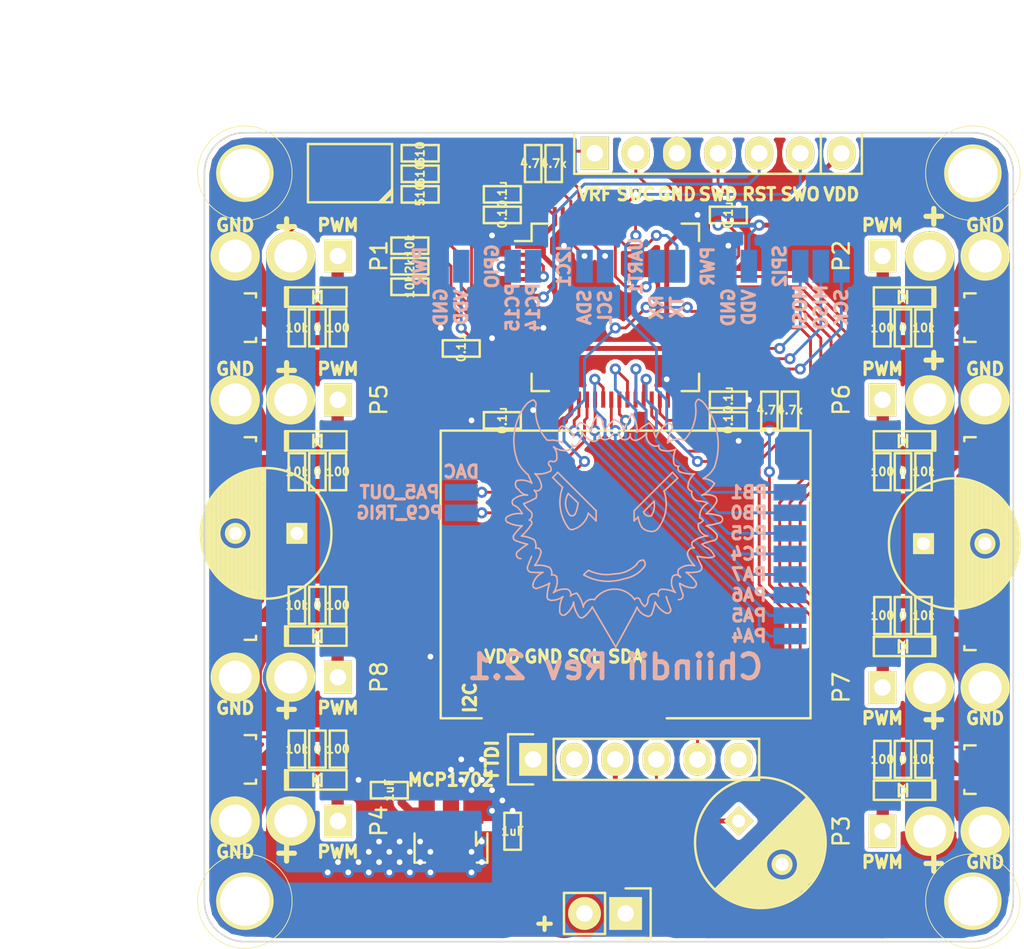
<source format=kicad_pcb>
(kicad_pcb (version 4) (host pcbnew 4.0.2-stable)
  (title_block (title Chiindii) (rev 2.1) (company "Digital Cave"))
  (layers (0 F.Cu signal) (31 B.Cu signal) (34 B.Paste user) (35 F.Paste user) (36 B.SilkS user) (37 F.SilkS user) (38 B.Mask user) (39 F.Mask user) (44 Edge.Cuts user))
  (net 0 "")
  (net 1 +BATT)
  (net 2 GND)
  (net 3 +3V3)
  (net 4 /RADIO_TX)
  (net 5 /RADIO_RX)
  (net 6 /MOTOR1)
  (net 7 /MOTOR3)
  (net 8 /MOTOR2)
  (net 9 /MOTOR4)
  (net 10 /BATT_ADC)
  (net 11 "Net-(D10-Pad2)")
  (net 12 "Net-(R16-Pad1)")
  (net 13 "Net-(R20-Pad2)")
  (net 14 "Net-(D10-Pad4)")
  (net 15 "Net-(D10-Pad3)")
  (net 16 "Net-(R21-Pad2)")
  (net 17 "Net-(R22-Pad2)")
  (net 18 /MOTOR5)
  (net 19 /MOTOR6)
  (net 20 /MOTOR7)
  (net 21 /MOTOR8)
  (net 22 "Net-(D1-Pad1)")
  (net 23 "Net-(D2-Pad1)")
  (net 24 "Net-(D3-Pad1)")
  (net 25 "Net-(D4-Pad1)")
  (net 26 "Net-(D5-Pad1)")
  (net 27 "Net-(D6-Pad1)")
  (net 28 "Net-(D7-Pad1)")
  (net 29 "Net-(D8-Pad1)")
  (net 30 "Net-(Q1-Pad1)")
  (net 31 "Net-(Q2-Pad1)")
  (net 32 "Net-(Q3-Pad1)")
  (net 33 "Net-(Q4-Pad1)")
  (net 34 "Net-(Q5-Pad1)")
  (net 35 "Net-(Q6-Pad1)")
  (net 36 "Net-(Q7-Pad1)")
  (net 37 "Net-(Q8-Pad1)")
  (net 38 /SWCLK)
  (net 39 /SWDIO)
  (net 40 /NRST)
  (net 41 /SWO)
  (net 42 "Net-(C4-Pad1)")
  (net 43 /PC14)
  (net 44 /PC15)
  (net 45 /I2C1_SCL)
  (net 46 /I2C1_SDA)
  (net 47 /USART1_RX)
  (net 48 /USART1_TX)
  (net 49 /I2C2_SCL)
  (net 50 /I2C2_SDA)
  (net 51 /SPI2_MOSI)
  (net 52 /SPI2_MISO)
  (net 53 /SPI2_SCK)
  (net 54 /PB1)
  (net 55 /PB0)
  (net 56 /PC5)
  (net 57 /PC4)
  (net 58 /PA7)
  (net 59 /PA6)
  (net 60 /PA5)
  (net 61 /PA4)
  (net 62 "Net-(P27-Pad2)")
  (net 63 "Net-(P27-Pad6)")
  (net 64 "Net-(U3-Pad2)")
  (net 65 "Net-(U3-Pad5)")
  (net 66 "Net-(U3-Pad6)")
  (net 67 "Net-(U3-Pad33)")
  (net 68 "Net-(U3-Pad39)")
  (net 69 "Net-(U3-Pad45)")
  (net 70 "Net-(U3-Pad50)")
  (net 71 "Net-(U3-Pad51)")
  (net 72 "Net-(U3-Pad52)")
  (net 73 "Net-(U3-Pad53)")
  (net 74 "Net-(U3-Pad56)")
  (net 75 "Net-(U3-Pad57)")
  (net 76 "Net-(U3-Pad60)")
  (net 77 /PB2)
  (net 78 /PC9)
  (module Pin_Headers:Pin_Header_Straight_1x02 (layer B.Cu) (at 64.375 57.955 180)
    (fp_text reference P18 hide)
    (fp_text value DAC (at 0 1.27 180) (layer B.SilkS) (effects (font (size 0.762 0.762) (thickness 0.1905)) (justify mirror)))
    (fp_text user PC9_TRIG (at 3.81 -1.27 180) (layer B.SilkS) (effects (font (size 0.762 0.762) (thickness 0.1905)) (justify mirror)))
    (fp_text user PA5_OUT (at 3.81 0 180) (layer B.SilkS) (effects (font (size 0.762 0.762) (thickness 0.1905)) (justify mirror)))
    (pad 1 smd rect (at 0 0 180) (size 2.032 1.016) (layers B.Cu B.Paste B.Mask) (net 60 /PA5))
    (pad 2 smd rect (at 0 -1.27 180) (size 2.032 1.016) (layers B.Cu B.Paste B.Mask) (net 78 /PC9))
  )
  (module Housings_QFP:LQFP-64_10x10mm_Pitch0.5mm (layer F.Cu) (at 73.9 46.525)
    (fp_text reference U3 hide)
    (fp_text value STM32F410 hide)
    (pad 1 smd rect (at -5.7 -3.75) (size 1 0.25) (layers F.Cu F.Paste F.Mask) (net 3 +3V3))
    (pad 2 smd rect (at -5.7 -3.25) (size 1 0.25) (layers F.Cu F.Paste F.Mask) (net 64 "Net-(U3-Pad2)"))
    (pad 3 smd rect (at -5.7 -2.75) (size 1 0.25) (layers F.Cu F.Paste F.Mask) (net 43 /PC14))
    (pad 4 smd rect (at -5.7 -2.25) (size 1 0.25) (layers F.Cu F.Paste F.Mask) (net 44 /PC15))
    (pad 5 smd rect (at -5.7 -1.75) (size 1 0.25) (layers F.Cu F.Paste F.Mask) (net 65 "Net-(U3-Pad5)"))
    (pad 6 smd rect (at -5.7 -1.25) (size 1 0.25) (layers F.Cu F.Paste F.Mask) (net 66 "Net-(U3-Pad6)"))
    (pad 7 smd rect (at -5.7 -0.75) (size 1 0.25) (layers F.Cu F.Paste F.Mask) (net 40 /NRST))
    (pad 8 smd rect (at -5.7 -0.25) (size 1 0.25) (layers F.Cu F.Paste F.Mask) (net 13 "Net-(R20-Pad2)"))
    (pad 9 smd rect (at -5.7 0.25) (size 1 0.25) (layers F.Cu F.Paste F.Mask) (net 16 "Net-(R21-Pad2)"))
    (pad 10 smd rect (at -5.7 0.75) (size 1 0.25) (layers F.Cu F.Paste F.Mask) (net 17 "Net-(R22-Pad2)"))
    (pad 11 smd rect (at -5.7 1.25) (size 1 0.25) (layers F.Cu F.Paste F.Mask) (net 10 /BATT_ADC))
    (pad 12 smd rect (at -5.7 1.75) (size 1 0.25) (layers F.Cu F.Paste F.Mask) (net 2 GND))
    (pad 13 smd rect (at -5.7 2.25) (size 1 0.25) (layers F.Cu F.Paste F.Mask) (net 3 +3V3))
    (pad 14 smd rect (at -5.7 2.75) (size 1 0.25) (layers F.Cu F.Paste F.Mask) (net 6 /MOTOR1))
    (pad 15 smd rect (at -5.7 3.25) (size 1 0.25) (layers F.Cu F.Paste F.Mask) (net 18 /MOTOR5))
    (pad 16 smd rect (at -5.7 3.75) (size 1 0.25) (layers F.Cu F.Paste F.Mask) (net 21 /MOTOR8))
    (pad 17 smd rect (at -3.75 5.7 90) (size 1 0.25) (layers F.Cu F.Paste F.Mask) (net 9 /MOTOR4))
    (pad 18 smd rect (at -3.25 5.7 90) (size 1 0.25) (layers F.Cu F.Paste F.Mask) (net 2 GND))
    (pad 19 smd rect (at -2.75 5.7 90) (size 1 0.25) (layers F.Cu F.Paste F.Mask) (net 3 +3V3))
    (pad 20 smd rect (at -2.25 5.7 90) (size 1 0.25) (layers F.Cu F.Paste F.Mask) (net 61 /PA4))
    (pad 21 smd rect (at -1.75 5.7 90) (size 1 0.25) (layers F.Cu F.Paste F.Mask) (net 60 /PA5))
    (pad 22 smd rect (at -1.25 5.7 90) (size 1 0.25) (layers F.Cu F.Paste F.Mask) (net 59 /PA6))
    (pad 23 smd rect (at -0.75 5.7 90) (size 1 0.25) (layers F.Cu F.Paste F.Mask) (net 58 /PA7))
    (pad 24 smd rect (at -0.25 5.7 90) (size 1 0.25) (layers F.Cu F.Paste F.Mask) (net 57 /PC4))
    (pad 25 smd rect (at 0.25 5.7 90) (size 1 0.25) (layers F.Cu F.Paste F.Mask) (net 56 /PC5))
    (pad 26 smd rect (at 0.75 5.7 90) (size 1 0.25) (layers F.Cu F.Paste F.Mask) (net 55 /PB0))
    (pad 27 smd rect (at 1.25 5.7 90) (size 1 0.25) (layers F.Cu F.Paste F.Mask) (net 54 /PB1))
    (pad 28 smd rect (at 1.75 5.7 90) (size 1 0.25) (layers F.Cu F.Paste F.Mask) (net 77 /PB2))
    (pad 29 smd rect (at 2.25 5.7 90) (size 1 0.25) (layers F.Cu F.Paste F.Mask) (net 49 /I2C2_SCL))
    (pad 30 smd rect (at 2.75 5.7 90) (size 1 0.25) (layers F.Cu F.Paste F.Mask) (net 42 "Net-(C4-Pad1)"))
    (pad 31 smd rect (at 3.25 5.7 90) (size 1 0.25) (layers F.Cu F.Paste F.Mask) (net 2 GND))
    (pad 32 smd rect (at 3.75 5.7 90) (size 1 0.25) (layers F.Cu F.Paste F.Mask) (net 3 +3V3))
    (pad 33 smd rect (at 5.7 3.75) (size 1 0.25) (layers F.Cu F.Paste F.Mask) (net 67 "Net-(U3-Pad33)"))
    (pad 34 smd rect (at 5.7 3.25) (size 1 0.25) (layers F.Cu F.Paste F.Mask) (net 53 /SPI2_SCK))
    (pad 35 smd rect (at 5.7 2.75) (size 1 0.25) (layers F.Cu F.Paste F.Mask) (net 52 /SPI2_MISO))
    (pad 36 smd rect (at 5.7 2.25) (size 1 0.25) (layers F.Cu F.Paste F.Mask) (net 51 /SPI2_MOSI))
    (pad 37 smd rect (at 5.7 1.75) (size 1 0.25) (layers F.Cu F.Paste F.Mask) (net 5 /RADIO_RX))
    (pad 38 smd rect (at 5.7 1.25) (size 1 0.25) (layers F.Cu F.Paste F.Mask) (net 4 /RADIO_TX))
    (pad 39 smd rect (at 5.7 0.75) (size 1 0.25) (layers F.Cu F.Paste F.Mask) (net 68 "Net-(U3-Pad39)"))
    (pad 40 smd rect (at 5.7 0.25) (size 1 0.25) (layers F.Cu F.Paste F.Mask) (net 78 /PC9))
    (pad 41 smd rect (at 5.7 -0.25) (size 1 0.25) (layers F.Cu F.Paste F.Mask) (net 7 /MOTOR3))
    (pad 42 smd rect (at 5.7 -0.75) (size 1 0.25) (layers F.Cu F.Paste F.Mask) (net 20 /MOTOR7))
    (pad 43 smd rect (at 5.7 -1.25) (size 1 0.25) (layers F.Cu F.Paste F.Mask) (net 19 /MOTOR6))
    (pad 44 smd rect (at 5.7 -1.75) (size 1 0.25) (layers F.Cu F.Paste F.Mask) (net 8 /MOTOR2))
    (pad 45 smd rect (at 5.7 -2.25) (size 1 0.25) (layers F.Cu F.Paste F.Mask) (net 69 "Net-(U3-Pad45)"))
    (pad 46 smd rect (at 5.7 -2.75) (size 1 0.25) (layers F.Cu F.Paste F.Mask) (net 39 /SWDIO))
    (pad 47 smd rect (at 5.7 -3.25) (size 1 0.25) (layers F.Cu F.Paste F.Mask) (net 2 GND))
    (pad 48 smd rect (at 5.7 -3.75) (size 1 0.25) (layers F.Cu F.Paste F.Mask) (net 3 +3V3))
    (pad 49 smd rect (at 3.75 -5.7 90) (size 1 0.25) (layers F.Cu F.Paste F.Mask) (net 38 /SWCLK))
    (pad 50 smd rect (at 3.25 -5.7 90) (size 1 0.25) (layers F.Cu F.Paste F.Mask) (net 70 "Net-(U3-Pad50)"))
    (pad 51 smd rect (at 2.75 -5.7 90) (size 1 0.25) (layers F.Cu F.Paste F.Mask) (net 71 "Net-(U3-Pad51)"))
    (pad 52 smd rect (at 2.25 -5.7 90) (size 1 0.25) (layers F.Cu F.Paste F.Mask) (net 72 "Net-(U3-Pad52)"))
    (pad 53 smd rect (at 1.75 -5.7 90) (size 1 0.25) (layers F.Cu F.Paste F.Mask) (net 73 "Net-(U3-Pad53)"))
    (pad 54 smd rect (at 1.25 -5.7 90) (size 1 0.25) (layers F.Cu F.Paste F.Mask) (net 50 /I2C2_SDA))
    (pad 55 smd rect (at 0.75 -5.7 90) (size 1 0.25) (layers F.Cu F.Paste F.Mask) (net 41 /SWO))
    (pad 56 smd rect (at 0.25 -5.7 90) (size 1 0.25) (layers F.Cu F.Paste F.Mask) (net 74 "Net-(U3-Pad56)"))
    (pad 57 smd rect (at -0.25 -5.7 90) (size 1 0.25) (layers F.Cu F.Paste F.Mask) (net 75 "Net-(U3-Pad57)"))
    (pad 58 smd rect (at -0.75 -5.7 90) (size 1 0.25) (layers F.Cu F.Paste F.Mask) (net 48 /USART1_TX))
    (pad 59 smd rect (at -1.25 -5.7 90) (size 1 0.25) (layers F.Cu F.Paste F.Mask) (net 47 /USART1_RX))
    (pad 60 smd rect (at -1.75 -5.7 90) (size 1 0.25) (layers F.Cu F.Paste F.Mask) (net 76 "Net-(U3-Pad60)"))
    (pad 61 smd rect (at -2.25 -5.7 90) (size 1 0.25) (layers F.Cu F.Paste F.Mask) (net 45 /I2C1_SCL))
    (pad 62 smd rect (at -2.75 -5.7 90) (size 1 0.25) (layers F.Cu F.Paste F.Mask) (net 46 /I2C1_SDA))
    (pad 63 smd rect (at -3.25 -5.7 90) (size 1 0.25) (layers F.Cu F.Paste F.Mask) (net 2 GND))
    (pad 64 smd rect (at -3.75 -5.7 90) (size 1 0.25) (layers F.Cu F.Paste F.Mask) (net 3 +3V3))
  )
  (module Pin_Headers:Pin_Header_Straight_1x03 (layer B.Cu) (at 85.33 43.985 270)
    (fp_text reference P15 hide)
    (fp_text value SPI2 (at 0 1.27 270) (layer B.SilkS) (effects (font (size 0.762 0.762) (thickness 0.1905)) (justify mirror)))
    (fp_text user SCK (at 2.54 -2.54 270) (layer B.SilkS) (effects (font (size 0.762 0.762) (thickness 0.1905)) (justify mirror)))
    (fp_text user MISO (at 2.54 -1.27 270) (layer B.SilkS) (effects (font (size 0.762 0.762) (thickness 0.1905)) (justify mirror)))
    (fp_text user MOSI (at 2.54 0 270) (layer B.SilkS) (effects (font (size 0.762 0.762) (thickness 0.1905)) (justify mirror)))
    (pad 1 smd rect (at 0 0 270) (size 2.032 1.016) (layers B.Cu B.Paste B.Mask) (net 51 /SPI2_MOSI))
    (pad 2 smd rect (at 0 -1.27 270) (size 2.032 1.016) (layers B.Cu B.Paste B.Mask) (net 52 /SPI2_MISO))
    (pad 3 smd rect (at 0 -2.54 270) (size 2.032 1.016) (layers B.Cu B.Paste B.Mask) (net 53 /SPI2_SCK))
  )
  (module Pin_Headers:Pin_Header_Straight_1x08 (layer B.Cu) (at 84.695 57.955 180)
    (fp_text reference P17 hide)
    (fp_text value CONN_01X08 hide)
    (fp_text user PA4 (at 2.54 -8.89 180) (layer B.SilkS) (effects (font (size 0.762 0.762) (thickness 0.1905)) (justify mirror)))
    (fp_text user PA5 (at 2.54 -7.62 180) (layer B.SilkS) (effects (font (size 0.762 0.762) (thickness 0.1905)) (justify mirror)))
    (fp_text user PA6 (at 2.54 -6.35 180) (layer B.SilkS) (effects (font (size 0.762 0.762) (thickness 0.1905)) (justify mirror)))
    (fp_text user PA7 (at 2.54 -5.08 180) (layer B.SilkS) (effects (font (size 0.762 0.762) (thickness 0.1905)) (justify mirror)))
    (fp_text user PC4 (at 2.54 -3.81 180) (layer B.SilkS) (effects (font (size 0.762 0.762) (thickness 0.1905)) (justify mirror)))
    (fp_text user PC5 (at 2.54 -2.54 180) (layer B.SilkS) (effects (font (size 0.762 0.762) (thickness 0.1905)) (justify mirror)))
    (fp_text user PB0 (at 2.54 -1.27 180) (layer B.SilkS) (effects (font (size 0.762 0.762) (thickness 0.1905)) (justify mirror)))
    (fp_text user PB1 (at 2.54 0 180) (layer B.SilkS) (effects (font (size 0.762 0.762) (thickness 0.1905)) (justify mirror)))
    (pad 1 smd rect (at 0 0 180) (size 2.032 1.016) (layers B.Cu B.Paste B.Mask) (net 77 /PB2))
    (pad 2 smd rect (at 0 -1.27 180) (size 2.032 1.016) (layers B.Cu B.Paste B.Mask) (net 54 /PB1))
    (pad 3 smd rect (at 0 -2.54 180) (size 2.032 1.016) (layers B.Cu B.Paste B.Mask) (net 55 /PB0))
    (pad 4 smd rect (at 0 -3.81 180) (size 2.032 1.016) (layers B.Cu B.Paste B.Mask) (net 56 /PC5))
    (pad 5 smd rect (at 0 -5.08 180) (size 2.032 1.016) (layers B.Cu B.Paste B.Mask) (net 57 /PC4))
    (pad 6 smd rect (at 0 -6.35 180) (size 2.032 1.016) (layers B.Cu B.Paste B.Mask) (net 58 /PA7))
    (pad 7 smd rect (at 0 -7.62 180) (size 2.032 1.016) (layers B.Cu B.Paste B.Mask) (net 59 /PA6))
    (pad 8 smd rect (at 0 -8.89 180) (size 2.032 1.016) (layers B.Cu B.Paste B.Mask) (net 61 /PA4))
  )
  (module Pin_Headers:Pin_Header_Straight_1x02 (layer B.Cu) (at 64.375 43.985 90)
    (fp_text reference P16 hide)
    (fp_text value PWR (at 0 -2.54 90) (layer B.SilkS) (effects (font (size 0.762 0.762) (thickness 0.1905)) (justify mirror)))
    (fp_text user GND (at -2.54 -1.27 90) (layer B.SilkS) (effects (font (size 0.762 0.762) (thickness 0.1905)) (justify mirror)))
    (fp_text user VDD (at -2.54 0 90) (layer B.SilkS) (effects (font (size 0.762 0.762) (thickness 0.1905)) (justify mirror)))
    (pad 1 smd rect (at 0 0 90) (size 2.032 1.016) (layers B.Cu B.Paste B.Mask) (net 3 +3V3))
    (pad 2 smd rect (at 0 -1.27 90) (size 2.032 1.016) (layers B.Cu B.Paste B.Mask) (net 2 GND))
  )
  (module Pin_Headers:Pin_Header_Straight_1x02 (layer B.Cu) (at 82.155 43.985 90)
    (fp_text reference P14 hide)
    (fp_text value PWR (at 0 -2.54 90) (layer B.SilkS) (effects (font (size 0.762 0.762) (thickness 0.1905)) (justify mirror)))
    (fp_text user GND (at -2.54 -1.27 90) (layer B.SilkS) (effects (font (size 0.762 0.762) (thickness 0.1905)) (justify mirror)))
    (fp_text user VDD (at -2.54 0 90) (layer B.SilkS) (effects (font (size 0.762 0.762) (thickness 0.1905)) (justify mirror)))
    (pad 1 smd rect (at 0 0 90) (size 2.032 1.016) (layers B.Cu B.Paste B.Mask) (net 3 +3V3))
    (pad 2 smd rect (at 0 -1.27 90) (size 2.032 1.016) (layers B.Cu B.Paste B.Mask) (net 2 GND))
  )
  (module Pin_Headers:Pin_Header_Straight_1x02 (layer B.Cu) (at 68.82 43.985 90)
    (fp_text reference P13 hide)
    (fp_text value GPIO (at 0 -2.54 90) (layer B.SilkS) (effects (font (size 0.762 0.762) (thickness 0.1905)) (justify mirror)))
    (fp_text user PC15 (at -2.54 -1.27 90) (layer B.SilkS) (effects (font (size 0.762 0.762) (thickness 0.1905)) (justify mirror)))
    (fp_text user PC14 (at -2.54 0 90) (layer B.SilkS) (effects (font (size 0.762 0.762) (thickness 0.1905)) (justify mirror)))
    (pad 1 smd rect (at 0 0 90) (size 2.032 1.016) (layers B.Cu B.Paste B.Mask) (net 43 /PC14))
    (pad 2 smd rect (at 0 -1.27 90) (size 2.032 1.016) (layers B.Cu B.Paste B.Mask) (net 44 /PC15))
  )
  (module Pin_Headers:Pin_Header_Straight_1x02 (layer B.Cu) (at 76.44 43.985 270)
    (fp_text reference P12 hide)
    (fp_text value UART1 (at 0 1.27 270) (layer B.SilkS) (effects (font (size 0.762 0.762) (thickness 0.1905)) (justify mirror)))
    (fp_text user TX (at 2.54 -1.27 270) (layer B.SilkS) (effects (font (size 0.762 0.762) (thickness 0.1905)) (justify mirror)))
    (fp_text user RX (at 2.54 0 270) (layer B.SilkS) (effects (font (size 0.762 0.762) (thickness 0.1905)) (justify mirror)))
    (pad 1 smd rect (at 0 0 270) (size 2.032 1.016) (layers B.Cu B.Paste B.Mask) (net 47 /USART1_RX))
    (pad 2 smd rect (at 0 -1.27 270) (size 2.032 1.016) (layers B.Cu B.Paste B.Mask) (net 48 /USART1_TX))
  )
  (module Pin_Headers:Pin_Header_Straight_1x02 (layer B.Cu) (at 73.265 43.985 90)
    (fp_text reference P11 hide)
    (fp_text value I2C1 (at 0 -2.54 90) (layer B.SilkS) (effects (font (size 0.762 0.762) (thickness 0.1905)) (justify mirror)))
    (fp_text user SDA (at -2.54 -1.27 90) (layer B.SilkS) (effects (font (size 0.762 0.762) (thickness 0.1905)) (justify mirror)))
    (fp_text user SCL (at -2.54 0 90) (layer B.SilkS) (effects (font (size 0.762 0.762) (thickness 0.1905)) (justify mirror)))
    (pad 1 smd rect (at 0 0 90) (size 2.032 1.016) (layers B.Cu B.Paste B.Mask) (net 45 /I2C1_SCL))
    (pad 2 smd rect (at 0 -1.27 90) (size 2.032 1.016) (layers B.Cu B.Paste B.Mask) (net 46 /I2C1_SDA))
  )
  (module Pin_Headers:Pin_Header_Straight_1x07 (layer F.Cu) (at 72.63 37 90)
    (fp_text reference P9 hide)
    (fp_text value STLINK hide)
    (fp_text user VRF (at -2.54 0 180) (layer F.SilkS) (effects (font (size 0.762 0.762) (thickness 0.1905))))
    (fp_text user SWC (at -2.54 2.54 360) (layer F.SilkS) (effects (font (size 0.762 0.762) (thickness 0.1905))))
    (fp_text user GND (at -2.54 5.08 360) (layer F.SilkS) (effects (font (size 0.762 0.762) (thickness 0.1905))))
    (fp_text user SWD (at -2.54 7.62 180) (layer F.SilkS) (effects (font (size 0.762 0.762) (thickness 0.1905))))
    (fp_text user RST (at -2.54 10.16 360) (layer F.SilkS) (effects (font (size 0.762 0.762) (thickness 0.1905))))
    (fp_text user SWO (at -2.54 12.7 360) (layer F.SilkS) (effects (font (size 0.762 0.762) (thickness 0.1905))))
    (fp_text user VDD (at -2.54 15.24 360) (layer F.SilkS) (effects (font (size 0.762 0.762) (thickness 0.1905))))
    (pad 1 thru_hole rect (at 0 0 90) (size 2.032 1.7272) (drill 1.016) (layers *.Cu *.Mask F.SilkS) (net 3 +3V3))
    (pad 2 thru_hole oval (at 0 2.54 90) (size 2.032 1.7272) (drill 1.016) (layers *.Cu *.Mask F.SilkS) (net 38 /SWCLK))
    (pad 3 thru_hole oval (at 0 5.08 90) (size 2.032 1.7272) (drill 1.016) (layers *.Cu *.Mask F.SilkS) (net 2 GND))
    (pad 4 thru_hole oval (at 0 7.62 90) (size 2.032 1.7272) (drill 1.016) (layers *.Cu *.Mask F.SilkS) (net 39 /SWDIO))
    (pad 5 thru_hole oval (at 0 10.16 90) (size 2.032 1.7272) (drill 1.016) (layers *.Cu *.Mask F.SilkS) (net 40 /NRST))
    (pad 6 thru_hole oval (at 0 12.7 90) (size 2.032 1.7272) (drill 1.016) (layers *.Cu *.Mask F.SilkS) (net 41 /SWO))
    (pad 7 thru_hole oval (at 0 15.24 90) (size 2.032 1.7272) (drill 1.016) (layers *.Cu *.Mask F.SilkS) (net 3 +3V3))
  )
  (module Pin_Headers:Pin_Header_Straight_1x04 (layer F.Cu) (at 66.915 70.655 90)
    (fp_text reference P33 hide)
    (fp_text value I2C (at 0 -2 90) (layer F.SilkS) (effects (font (size 0.762 0.762) (thickness 0.1905))))
    (fp_text user SCL (at 2.54 5.08 180) (layer F.SilkS) (effects (font (size 0.762 0.762) (thickness 0.1905))))
    (fp_text user SDA (at 2.54 7.62 180) (layer F.SilkS) (effects (font (size 0.762 0.762) (thickness 0.1905))))
    (fp_text user GND (at 2.54 2.54 180) (layer F.SilkS) (effects (font (size 0.762 0.762) (thickness 0.1905))))
    (fp_text user VDD (at 2.54 0 180) (layer F.SilkS) (effects (font (size 0.762 0.762) (thickness 0.1905))))
    (pad 1 smd rect (at 0 0 90) (size 3 2) (layers F.Cu F.Paste F.Mask) (net 3 +3V3))
    (pad 2 smd rect (at 0 2.54 90) (size 3 2) (layers F.Cu F.Paste F.Mask) (net 2 GND))
    (pad 3 smd rect (at 0 5.08 90) (size 3 2) (layers F.Cu F.Paste F.Mask) (net 49 /I2C2_SCL))
    (pad 4 smd rect (at 0 7.62 90) (size 3 2) (layers F.Cu F.Paste F.Mask) (net 50 /I2C2_SDA))
  )
  (module Pin_Headers:Pin_Header_Straight_1x02 (layer F.Cu) (at 74.535 83.99 270)
    (fp_text reference P10 hide)
    (fp_text value BATTERY hide)
    (fp_text user + (at 0.635 5.08 270) (layer F.SilkS) (effects (font (size 1.016 1.016) (thickness 0.254))))
    (pad 1 thru_hole rect (at 0 0 270) (size 2.032 2.032) (drill 1.016) (layers *.Cu *.Mask F.SilkS) (net 2 GND))
    (pad 2 thru_hole oval (at 0 2.54 270) (size 2.032 2.032) (drill 1.016) (layers *.Cu *.Mask F.SilkS) (net 1 +BATT))
  )
  (module Pin_Headers:Pin_Header_Straight_1x06 (layer F.Cu) (at 68.82 74.465 90)
    (fp_text reference P27 hide)
    (fp_text value FTDI (at 0 -2.54 90) (layer F.SilkS) (effects (font (size 0.762 0.762) (thickness 0.1905))))
    (pad 1 thru_hole rect (at 0 0 90) (size 2.032 1.7272) (drill 1.016) (layers *.Cu *.Mask F.SilkS) (net 2 GND))
    (pad 2 thru_hole oval (at 0 2.54 90) (size 2.032 1.7272) (drill 1.016) (layers *.Cu *.Mask F.SilkS) (net 62 "Net-(P27-Pad2)"))
    (pad 3 thru_hole oval (at 0 5.08 90) (size 2.032 1.7272) (drill 1.016) (layers *.Cu *.Mask F.SilkS) (net 3 +3V3))
    (pad 4 thru_hole oval (at 0 7.62 90) (size 2.032 1.7272) (drill 1.016) (layers *.Cu *.Mask F.SilkS) (net 4 /RADIO_TX))
    (pad 5 thru_hole oval (at 0 10.16 90) (size 2.032 1.7272) (drill 1.016) (layers *.Cu *.Mask F.SilkS) (net 5 /RADIO_RX))
    (pad 6 thru_hole oval (at 0 12.7 90) (size 2.032 1.7272) (drill 1.016) (layers *.Cu *.Mask F.SilkS) (net 63 "Net-(P27-Pad6)"))
  )
  (module DigitalCave:SM0603_VALUE (layer F.Cu) (at 66.915 39.54)
    (fp_text reference C11 hide)
    (fp_text value 0.1u (at 0 0 90) (layer F.SilkS) (effects (font (size 0.508 0.508) (thickness 0.1143))))
    (pad 1 smd rect (at -0.762 0) (size 0.635 0.889) (layers F.Cu F.Paste F.Mask) (net 2 GND))
    (pad 2 smd rect (at 0.762 0) (size 0.635 0.889) (layers F.Cu F.Paste F.Mask) (net 3 +3V3))
  )
  (module DigitalCave:SM0603_VALUE (layer F.Cu) (at 66.915 53.51)
    (fp_text reference C12 hide)
    (fp_text value 0.1u (at 0 0 90) (layer F.SilkS) (effects (font (size 0.508 0.508) (thickness 0.1143))))
    (pad 1 smd rect (at -0.762 0) (size 0.635 0.889) (layers F.Cu F.Paste F.Mask) (net 2 GND))
    (pad 2 smd rect (at 0.762 0) (size 0.635 0.889) (layers F.Cu F.Paste F.Mask) (net 3 +3V3))
  )
  (module DigitalCave:SM0603_VALUE (layer F.Cu) (at 80.885 40.81 180)
    (fp_text reference C13 hide)
    (fp_text value 0.1u (at 0 0 270) (layer F.SilkS) (effects (font (size 0.508 0.508) (thickness 0.1143))))
    (pad 1 smd rect (at -0.762 0 180) (size 0.635 0.889) (layers F.Cu F.Paste F.Mask) (net 2 GND))
    (pad 2 smd rect (at 0.762 0 180) (size 0.635 0.889) (layers F.Cu F.Paste F.Mask) (net 3 +3V3))
  )
  (module DigitalCave:SM0603_VALUE (layer F.Cu) (at 66.915 40.81)
    (fp_text reference C14 hide)
    (fp_text value 0.1u (at 0 0 90) (layer F.SilkS) (effects (font (size 0.508 0.508) (thickness 0.1143))))
    (pad 1 smd rect (at -0.762 0) (size 0.635 0.889) (layers F.Cu F.Paste F.Mask) (net 2 GND))
    (pad 2 smd rect (at 0.762 0) (size 0.635 0.889) (layers F.Cu F.Paste F.Mask) (net 3 +3V3))
  )
  (module DigitalCave:SM0603_VALUE (layer F.Cu) (at 64.375 49.065)
    (fp_text reference C15 hide)
    (fp_text value 0.1u (at 0 0 90) (layer F.SilkS) (effects (font (size 0.508 0.508) (thickness 0.1143))))
    (pad 1 smd rect (at -0.762 0) (size 0.635 0.889) (layers F.Cu F.Paste F.Mask) (net 2 GND))
    (pad 2 smd rect (at 0.762 0) (size 0.635 0.889) (layers F.Cu F.Paste F.Mask) (net 3 +3V3))
  )
  (module DigitalCave:SM0603_VALUE (layer F.Cu) (at 61.2 43.985)
    (fp_text reference R16 hide)
    (fp_text value 2k (at 0 0 90) (layer F.SilkS) (effects (font (size 0.508 0.508) (thickness 0.1143))))
    (pad 1 smd rect (at -0.762 0) (size 0.635 0.889) (layers F.Cu F.Paste F.Mask) (net 12 "Net-(R16-Pad1)"))
    (pad 2 smd rect (at 0.762 0) (size 0.635 0.889) (layers F.Cu F.Paste F.Mask) (net 10 /BATT_ADC))
  )
  (module DigitalCave:SM0603_VALUE (layer F.Cu) (at 61.2 45.255 180)
    (fp_text reference R17 hide)
    (fp_text value 10k (at 0 0 270) (layer F.SilkS) (effects (font (size 0.508 0.508) (thickness 0.1143))))
    (pad 1 smd rect (at -0.762 0 180) (size 0.635 0.889) (layers F.Cu F.Paste F.Mask) (net 2 GND))
    (pad 2 smd rect (at 0.762 0 180) (size 0.635 0.889) (layers F.Cu F.Paste F.Mask) (net 12 "Net-(R16-Pad1)"))
  )
  (module DigitalCave:SM0603_VALUE (layer F.Cu) (at 61.2 42.715 180)
    (fp_text reference R18 hide)
    (fp_text value 10k (at 0 0 270) (layer F.SilkS) (effects (font (size 0.508 0.508) (thickness 0.1143))))
    (pad 1 smd rect (at -0.762 0 180) (size 0.635 0.889) (layers F.Cu F.Paste F.Mask) (net 10 /BATT_ADC))
    (pad 2 smd rect (at 0.762 0 180) (size 0.635 0.889) (layers F.Cu F.Paste F.Mask) (net 1 +BATT))
  )
  (module DigitalCave:SM0603_VALUE (layer F.Cu) (at 83.425 52.875 90)
    (fp_text reference R24 hide)
    (fp_text value 4.7k (at 0 0 180) (layer F.SilkS) (effects (font (size 0.508 0.508) (thickness 0.1143))))
    (pad 1 smd rect (at -0.762 0 90) (size 0.635 0.889) (layers F.Cu F.Paste F.Mask) (net 49 /I2C2_SCL))
    (pad 2 smd rect (at 0.762 0 90) (size 0.635 0.889) (layers F.Cu F.Paste F.Mask) (net 3 +3V3))
  )
  (module DigitalCave:SM0603_VALUE (layer F.Cu) (at 84.695 52.875 90)
    (fp_text reference R27 hide)
    (fp_text value 4.7k (at 0 0 180) (layer F.SilkS) (effects (font (size 0.508 0.508) (thickness 0.1143))))
    (pad 1 smd rect (at -0.762 0 90) (size 0.635 0.889) (layers F.Cu F.Paste F.Mask) (net 50 /I2C2_SDA))
    (pad 2 smd rect (at 0.762 0 90) (size 0.635 0.889) (layers F.Cu F.Paste F.Mask) (net 3 +3V3))
  )
  (module DigitalCave:SM0603_VALUE (layer F.Cu) (at 61.835 37)
    (fp_text reference R20 hide)
    (fp_text value 510 (at 0 0 90) (layer F.SilkS) (effects (font (size 0.508 0.508) (thickness 0.1143))))
    (pad 1 smd rect (at -0.762 0) (size 0.635 0.889) (layers F.Cu F.Paste F.Mask) (net 14 "Net-(D10-Pad4)"))
    (pad 2 smd rect (at 0.762 0) (size 0.635 0.889) (layers F.Cu F.Paste F.Mask) (net 13 "Net-(R20-Pad2)"))
  )
  (module DigitalCave:LED_RGB_4-PLCC_ALT1 (layer F.Cu) (at 57.5 38.23 180)
    (fp_text reference D10 hide)
    (fp_text value RGB_LED_COMMON_ANODE_ALT1 hide)
    (pad 2 smd rect (at -1.5 -1 180) (size 1.5 1.2) (layers F.Cu F.Paste F.Mask) (net 11 "Net-(D10-Pad2)"))
    (pad 4 smd rect (at -1.5 1 180) (size 1.5 1.2) (layers F.Cu F.Paste F.Mask) (net 14 "Net-(D10-Pad4)"))
    (pad 3 smd rect (at 1.5 1 180) (size 1.5 1.2) (layers F.Cu F.Paste F.Mask) (net 15 "Net-(D10-Pad3)"))
    (pad 1 smd rect (at 1.5 -1 180) (size 1.5 1.2) (layers F.Cu F.Paste F.Mask) (net 3 +3V3))
  )
  (module DigitalCave:SM0603_VALUE (layer F.Cu) (at 61.835 38.27)
    (fp_text reference R21 hide)
    (fp_text value 510 (at 0 0 90) (layer F.SilkS) (effects (font (size 0.508 0.508) (thickness 0.1143))))
    (pad 1 smd rect (at -0.762 0) (size 0.635 0.889) (layers F.Cu F.Paste F.Mask) (net 15 "Net-(D10-Pad3)"))
    (pad 2 smd rect (at 0.762 0) (size 0.635 0.889) (layers F.Cu F.Paste F.Mask) (net 16 "Net-(R21-Pad2)"))
  )
  (module DigitalCave:SM0603_VALUE (layer F.Cu) (at 61.835 39.54)
    (fp_text reference R22 hide)
    (fp_text value 510 (at 0 0 90) (layer F.SilkS) (effects (font (size 0.508 0.508) (thickness 0.1143))))
    (pad 1 smd rect (at -0.762 0) (size 0.635 0.889) (layers F.Cu F.Paste F.Mask) (net 11 "Net-(D10-Pad2)"))
    (pad 2 smd rect (at 0.762 0) (size 0.635 0.889) (layers F.Cu F.Paste F.Mask) (net 17 "Net-(R22-Pad2)"))
  )
  (module DigitalCave:MOUNTING_HOLE_#4 (layer F.Cu) (at 51 38.23)
    (fp_text reference MP1 hide)
    (fp_text value MOUNTING_HOLE hide)
    (pad 1 thru_hole circle (at 0 0) (size 3.556 3.556) (drill 3.048) (layers *.Cu *.Mask F.SilkS) (net 2 GND))
  )
  (module DigitalCave:MOUNTING_HOLE_#4 (layer F.Cu) (at 96 38.23)
    (fp_text reference MP2 hide)
    (fp_text value MOUNTING_HOLE hide)
    (pad 1 thru_hole circle (at 0 0) (size 3.556 3.556) (drill 3.048) (layers *.Cu *.Mask F.SilkS) (net 2 GND))
  )
  (module DigitalCave:MOUNTING_HOLE_#4 (layer F.Cu) (at 96 83.23)
    (fp_text reference MP3 hide)
    (fp_text value MOUNTING_HOLE hide)
    (pad 1 thru_hole circle (at 0 0) (size 3.556 3.556) (drill 3.048) (layers *.Cu *.Mask F.SilkS) (net 2 GND))
  )
  (module DigitalCave:MOUNTING_HOLE_#4 (layer F.Cu) (at 51 83.23)
    (fp_text reference MP4 hide)
    (fp_text value MOUNTING_HOLE hide)
    (pad 1 thru_hole circle (at 0 0) (size 3.556 3.556) (drill 3.048) (layers *.Cu *.Mask F.SilkS) (net 2 GND))
  )
  (module DigitalCave:SOD-323_DIODE (layer F.Cu) (at 55.485 45.89 180)
    (fp_text reference D1 hide)
    (fp_text value DSCHSMALL hide)
    (pad 1 smd rect (at -1.25 0 180) (size 1 1) (layers F.Cu F.Paste F.Mask) (net 22 "Net-(D1-Pad1)"))
    (pad 2 smd rect (at 1.25 0 180) (size 1 1) (layers F.Cu F.Paste F.Mask) (net 1 +BATT))
  )
  (module DigitalCave:SOD-323_DIODE (layer F.Cu) (at 91.68 45.89)
    (fp_text reference D2 hide)
    (fp_text value DSCHSMALL hide)
    (pad 1 smd rect (at -1.25 0) (size 1 1) (layers F.Cu F.Paste F.Mask) (net 23 "Net-(D2-Pad1)"))
    (pad 2 smd rect (at 1.25 0) (size 1 1) (layers F.Cu F.Paste F.Mask) (net 1 +BATT))
  )
  (module DigitalCave:SOD-323_DIODE (layer F.Cu) (at 91.68 76.37)
    (fp_text reference D3 hide)
    (fp_text value DSCHSMALL hide)
    (pad 1 smd rect (at -1.25 0) (size 1 1) (layers F.Cu F.Paste F.Mask) (net 24 "Net-(D3-Pad1)"))
    (pad 2 smd rect (at 1.25 0) (size 1 1) (layers F.Cu F.Paste F.Mask) (net 1 +BATT))
  )
  (module DigitalCave:SOD-323_DIODE (layer F.Cu) (at 55.485 75.735 180)
    (fp_text reference D4 hide)
    (fp_text value DSCHSMALL hide)
    (pad 1 smd rect (at -1.25 0 180) (size 1 1) (layers F.Cu F.Paste F.Mask) (net 25 "Net-(D4-Pad1)"))
    (pad 2 smd rect (at 1.25 0 180) (size 1 1) (layers F.Cu F.Paste F.Mask) (net 1 +BATT))
  )
  (module DigitalCave:SOD-323_DIODE (layer F.Cu) (at 55.485 54.78 180)
    (fp_text reference D5 hide)
    (fp_text value DSCHSMALL hide)
    (pad 1 smd rect (at -1.25 0 180) (size 1 1) (layers F.Cu F.Paste F.Mask) (net 26 "Net-(D5-Pad1)"))
    (pad 2 smd rect (at 1.25 0 180) (size 1 1) (layers F.Cu F.Paste F.Mask) (net 1 +BATT))
  )
  (module DigitalCave:SOD-323_DIODE (layer F.Cu) (at 91.68 54.78)
    (fp_text reference D6 hide)
    (fp_text value DSCHSMALL hide)
    (pad 1 smd rect (at -1.25 0) (size 1 1) (layers F.Cu F.Paste F.Mask) (net 27 "Net-(D6-Pad1)"))
    (pad 2 smd rect (at 1.25 0) (size 1 1) (layers F.Cu F.Paste F.Mask) (net 1 +BATT))
  )
  (module DigitalCave:SOD-323_DIODE (layer F.Cu) (at 91.68 67.48)
    (fp_text reference D7 hide)
    (fp_text value DSCHSMALL hide)
    (pad 1 smd rect (at -1.25 0) (size 1 1) (layers F.Cu F.Paste F.Mask) (net 28 "Net-(D7-Pad1)"))
    (pad 2 smd rect (at 1.25 0) (size 1 1) (layers F.Cu F.Paste F.Mask) (net 1 +BATT))
  )
  (module DigitalCave:SOD-323_DIODE (layer F.Cu) (at 55.485 66.845 180)
    (fp_text reference D8 hide)
    (fp_text value DSCHSMALL hide)
    (pad 1 smd rect (at -1.25 0 180) (size 1 1) (layers F.Cu F.Paste F.Mask) (net 29 "Net-(D8-Pad1)"))
    (pad 2 smd rect (at 1.25 0 180) (size 1 1) (layers F.Cu F.Paste F.Mask) (net 1 +BATT))
  )
  (module TO_SOT_Packages_SMD:SOT-23 (layer F.Cu) (at 51.04 47.16 270)
    (fp_text reference Q1 hide)
    (fp_text value Q_NMOS_GSD hide)
    (pad 1 smd rect (at -0.95 1.00076 270) (size 0.8001 0.8001) (layers F.Cu F.Paste F.Mask) (net 30 "Net-(Q1-Pad1)"))
    (pad 2 smd rect (at 0.95 1.00076 270) (size 0.8001 0.8001) (layers F.Cu F.Paste F.Mask) (net 2 GND))
    (pad 3 smd rect (at 0 -0.99822 270) (size 0.8001 0.8001) (layers F.Cu F.Paste F.Mask) (net 22 "Net-(D1-Pad1)"))
  )
  (module TO_SOT_Packages_SMD:SOT-23 (layer F.Cu) (at 96.125 47.16 90)
    (fp_text reference Q2 hide)
    (fp_text value Q_NMOS_GSD hide)
    (pad 1 smd rect (at -0.95 1.00076 90) (size 0.8001 0.8001) (layers F.Cu F.Paste F.Mask) (net 31 "Net-(Q2-Pad1)"))
    (pad 2 smd rect (at 0.95 1.00076 90) (size 0.8001 0.8001) (layers F.Cu F.Paste F.Mask) (net 2 GND))
    (pad 3 smd rect (at 0 -0.99822 90) (size 0.8001 0.8001) (layers F.Cu F.Paste F.Mask) (net 23 "Net-(D2-Pad1)"))
  )
  (module TO_SOT_Packages_SMD:SOT-23 (layer F.Cu) (at 96.125 75.1 90)
    (fp_text reference Q3 hide)
    (fp_text value Q_NMOS_GSD hide)
    (pad 1 smd rect (at -0.95 1.00076 90) (size 0.8001 0.8001) (layers F.Cu F.Paste F.Mask) (net 32 "Net-(Q3-Pad1)"))
    (pad 2 smd rect (at 0.95 1.00076 90) (size 0.8001 0.8001) (layers F.Cu F.Paste F.Mask) (net 2 GND))
    (pad 3 smd rect (at 0 -0.99822 90) (size 0.8001 0.8001) (layers F.Cu F.Paste F.Mask) (net 24 "Net-(D3-Pad1)"))
  )
  (module TO_SOT_Packages_SMD:SOT-23 (layer F.Cu) (at 51.04 74.465 270)
    (fp_text reference Q4 hide)
    (fp_text value Q_NMOS_GSD hide)
    (pad 1 smd rect (at -0.95 1.00076 270) (size 0.8001 0.8001) (layers F.Cu F.Paste F.Mask) (net 33 "Net-(Q4-Pad1)"))
    (pad 2 smd rect (at 0.95 1.00076 270) (size 0.8001 0.8001) (layers F.Cu F.Paste F.Mask) (net 2 GND))
    (pad 3 smd rect (at 0 -0.99822 270) (size 0.8001 0.8001) (layers F.Cu F.Paste F.Mask) (net 25 "Net-(D4-Pad1)"))
  )
  (module TO_SOT_Packages_SMD:SOT-23 (layer F.Cu) (at 51.04 56.05 270)
    (fp_text reference Q5 hide)
    (fp_text value Q_NMOS_GSD hide)
    (pad 1 smd rect (at -0.95 1.00076 270) (size 0.8001 0.8001) (layers F.Cu F.Paste F.Mask) (net 34 "Net-(Q5-Pad1)"))
    (pad 2 smd rect (at 0.95 1.00076 270) (size 0.8001 0.8001) (layers F.Cu F.Paste F.Mask) (net 2 GND))
    (pad 3 smd rect (at 0 -0.99822 270) (size 0.8001 0.8001) (layers F.Cu F.Paste F.Mask) (net 26 "Net-(D5-Pad1)"))
  )
  (module TO_SOT_Packages_SMD:SOT-23 (layer F.Cu) (at 96.125 56.05 90)
    (fp_text reference Q6 hide)
    (fp_text value Q_NMOS_GSD hide)
    (pad 1 smd rect (at -0.95 1.00076 90) (size 0.8001 0.8001) (layers F.Cu F.Paste F.Mask) (net 35 "Net-(Q6-Pad1)"))
    (pad 2 smd rect (at 0.95 1.00076 90) (size 0.8001 0.8001) (layers F.Cu F.Paste F.Mask) (net 2 GND))
    (pad 3 smd rect (at 0 -0.99822 90) (size 0.8001 0.8001) (layers F.Cu F.Paste F.Mask) (net 27 "Net-(D6-Pad1)"))
  )
  (module TO_SOT_Packages_SMD:SOT-23 (layer F.Cu) (at 96.125 66.21 90)
    (fp_text reference Q7 hide)
    (fp_text value Q_NMOS_GSD hide)
    (pad 1 smd rect (at -0.95 1.00076 90) (size 0.8001 0.8001) (layers F.Cu F.Paste F.Mask) (net 36 "Net-(Q7-Pad1)"))
    (pad 2 smd rect (at 0.95 1.00076 90) (size 0.8001 0.8001) (layers F.Cu F.Paste F.Mask) (net 2 GND))
    (pad 3 smd rect (at 0 -0.99822 90) (size 0.8001 0.8001) (layers F.Cu F.Paste F.Mask) (net 28 "Net-(D7-Pad1)"))
  )
  (module TO_SOT_Packages_SMD:SOT-23 (layer F.Cu) (at 51.04 65.575 270)
    (fp_text reference Q8 hide)
    (fp_text value Q_NMOS_GSD hide)
    (pad 1 smd rect (at -0.95 1.00076 270) (size 0.8001 0.8001) (layers F.Cu F.Paste F.Mask) (net 37 "Net-(Q8-Pad1)"))
    (pad 2 smd rect (at 0.95 1.00076 270) (size 0.8001 0.8001) (layers F.Cu F.Paste F.Mask) (net 2 GND))
    (pad 3 smd rect (at 0 -0.99822 270) (size 0.8001 0.8001) (layers F.Cu F.Paste F.Mask) (net 29 "Net-(D8-Pad1)"))
  )
  (module DigitalCave:SM0603_VALUE (layer F.Cu) (at 56.755 47.795 270)
    (fp_text reference R1 hide)
    (fp_text value 100 (at 0 0 360) (layer F.SilkS) (effects (font (size 0.508 0.508) (thickness 0.1143))))
    (pad 1 smd rect (at -0.762 0 270) (size 0.635 0.889) (layers F.Cu F.Paste F.Mask) (net 6 /MOTOR1))
    (pad 2 smd rect (at 0.762 0 270) (size 0.635 0.889) (layers F.Cu F.Paste F.Mask) (net 30 "Net-(Q1-Pad1)"))
  )
  (module DigitalCave:SM0603_VALUE (layer F.Cu) (at 90.41 47.795 270)
    (fp_text reference R2 hide)
    (fp_text value 100 (at 0 0 360) (layer F.SilkS) (effects (font (size 0.508 0.508) (thickness 0.1143))))
    (pad 1 smd rect (at -0.762 0 270) (size 0.635 0.889) (layers F.Cu F.Paste F.Mask) (net 8 /MOTOR2))
    (pad 2 smd rect (at 0.762 0 270) (size 0.635 0.889) (layers F.Cu F.Paste F.Mask) (net 31 "Net-(Q2-Pad1)"))
  )
  (module DigitalCave:SM0603_VALUE (layer F.Cu) (at 54.215 47.795 270)
    (fp_text reference R3 hide)
    (fp_text value 10k (at 0 0 360) (layer F.SilkS) (effects (font (size 0.508 0.508) (thickness 0.1143))))
    (pad 1 smd rect (at -0.762 0 270) (size 0.635 0.889) (layers F.Cu F.Paste F.Mask) (net 2 GND))
    (pad 2 smd rect (at 0.762 0 270) (size 0.635 0.889) (layers F.Cu F.Paste F.Mask) (net 30 "Net-(Q1-Pad1)"))
  )
  (module DigitalCave:SM0603_VALUE (layer F.Cu) (at 55.485 47.795 90)
    (fp_text reference R4 hide)
    (fp_text value 0 (at 0 0 180) (layer F.SilkS) (effects (font (size 0.508 0.508) (thickness 0.1143))))
    (pad 1 smd rect (at -0.762 0 90) (size 0.635 0.889) (layers F.Cu F.Paste F.Mask) (net 30 "Net-(Q1-Pad1)"))
    (pad 2 smd rect (at 0.762 0 90) (size 0.635 0.889) (layers F.Cu F.Paste F.Mask) (net 22 "Net-(D1-Pad1)"))
  )
  (module DigitalCave:SM0603_VALUE (layer F.Cu) (at 91.68 47.795 90)
    (fp_text reference R5 hide)
    (fp_text value 0 (at 0 0 180) (layer F.SilkS) (effects (font (size 0.508 0.508) (thickness 0.1143))))
    (pad 1 smd rect (at -0.762 0 90) (size 0.635 0.889) (layers F.Cu F.Paste F.Mask) (net 31 "Net-(Q2-Pad1)"))
    (pad 2 smd rect (at 0.762 0 90) (size 0.635 0.889) (layers F.Cu F.Paste F.Mask) (net 23 "Net-(D2-Pad1)"))
  )
  (module DigitalCave:SM0603_VALUE (layer F.Cu) (at 92.95 47.795 270)
    (fp_text reference R6 hide)
    (fp_text value 10k (at 0 0 360) (layer F.SilkS) (effects (font (size 0.508 0.508) (thickness 0.1143))))
    (pad 1 smd rect (at -0.762 0 270) (size 0.635 0.889) (layers F.Cu F.Paste F.Mask) (net 2 GND))
    (pad 2 smd rect (at 0.762 0 270) (size 0.635 0.889) (layers F.Cu F.Paste F.Mask) (net 31 "Net-(Q2-Pad1)"))
  )
  (module DigitalCave:SM0603_VALUE (layer F.Cu) (at 90.41 74.465 90)
    (fp_text reference R7 hide)
    (fp_text value 100 (at 0 0 180) (layer F.SilkS) (effects (font (size 0.508 0.508) (thickness 0.1143))))
    (pad 1 smd rect (at -0.762 0 90) (size 0.635 0.889) (layers F.Cu F.Paste F.Mask) (net 7 /MOTOR3))
    (pad 2 smd rect (at 0.762 0 90) (size 0.635 0.889) (layers F.Cu F.Paste F.Mask) (net 32 "Net-(Q3-Pad1)"))
  )
  (module DigitalCave:SM0603_VALUE (layer F.Cu) (at 56.755 73.83 90)
    (fp_text reference R8 hide)
    (fp_text value 100 (at 0 0 180) (layer F.SilkS) (effects (font (size 0.508 0.508) (thickness 0.1143))))
    (pad 1 smd rect (at -0.762 0 90) (size 0.635 0.889) (layers F.Cu F.Paste F.Mask) (net 9 /MOTOR4))
    (pad 2 smd rect (at 0.762 0 90) (size 0.635 0.889) (layers F.Cu F.Paste F.Mask) (net 33 "Net-(Q4-Pad1)"))
  )
  (module DigitalCave:SM0603_VALUE (layer F.Cu) (at 91.68 74.465 270)
    (fp_text reference R9 hide)
    (fp_text value 0 (at 0 0 360) (layer F.SilkS) (effects (font (size 0.508 0.508) (thickness 0.1143))))
    (pad 1 smd rect (at -0.762 0 270) (size 0.635 0.889) (layers F.Cu F.Paste F.Mask) (net 32 "Net-(Q3-Pad1)"))
    (pad 2 smd rect (at 0.762 0 270) (size 0.635 0.889) (layers F.Cu F.Paste F.Mask) (net 24 "Net-(D3-Pad1)"))
  )
  (module DigitalCave:SM0603_VALUE (layer F.Cu) (at 92.95 74.465 90)
    (fp_text reference R10 hide)
    (fp_text value 10k (at 0 0 180) (layer F.SilkS) (effects (font (size 0.508 0.508) (thickness 0.1143))))
    (pad 1 smd rect (at -0.762 0 90) (size 0.635 0.889) (layers F.Cu F.Paste F.Mask) (net 2 GND))
    (pad 2 smd rect (at 0.762 0 90) (size 0.635 0.889) (layers F.Cu F.Paste F.Mask) (net 32 "Net-(Q3-Pad1)"))
  )
  (module DigitalCave:SM0603_VALUE (layer F.Cu) (at 55.485 73.83 270)
    (fp_text reference R11 hide)
    (fp_text value 0 (at 0 0 360) (layer F.SilkS) (effects (font (size 0.508 0.508) (thickness 0.1143))))
    (pad 1 smd rect (at -0.762 0 270) (size 0.635 0.889) (layers F.Cu F.Paste F.Mask) (net 33 "Net-(Q4-Pad1)"))
    (pad 2 smd rect (at 0.762 0 270) (size 0.635 0.889) (layers F.Cu F.Paste F.Mask) (net 25 "Net-(D4-Pad1)"))
  )
  (module DigitalCave:SM0603_VALUE (layer F.Cu) (at 54.215 73.83 90)
    (fp_text reference R12 hide)
    (fp_text value 10k (at 0 0 180) (layer F.SilkS) (effects (font (size 0.508 0.508) (thickness 0.1143))))
    (pad 1 smd rect (at -0.762 0 90) (size 0.635 0.889) (layers F.Cu F.Paste F.Mask) (net 2 GND))
    (pad 2 smd rect (at 0.762 0 90) (size 0.635 0.889) (layers F.Cu F.Paste F.Mask) (net 33 "Net-(Q4-Pad1)"))
  )
  (module DigitalCave:SM0603_VALUE (layer F.Cu) (at 56.755 56.685 270)
    (fp_text reference R13 hide)
    (fp_text value 100 (at 0 0 360) (layer F.SilkS) (effects (font (size 0.508 0.508) (thickness 0.1143))))
    (pad 1 smd rect (at -0.762 0 270) (size 0.635 0.889) (layers F.Cu F.Paste F.Mask) (net 18 /MOTOR5))
    (pad 2 smd rect (at 0.762 0 270) (size 0.635 0.889) (layers F.Cu F.Paste F.Mask) (net 34 "Net-(Q5-Pad1)"))
  )
  (module DigitalCave:SM0603_VALUE (layer F.Cu) (at 90.41 56.685 270)
    (fp_text reference R14 hide)
    (fp_text value 100 (at 0 0 360) (layer F.SilkS) (effects (font (size 0.508 0.508) (thickness 0.1143))))
    (pad 1 smd rect (at -0.762 0 270) (size 0.635 0.889) (layers F.Cu F.Paste F.Mask) (net 19 /MOTOR6))
    (pad 2 smd rect (at 0.762 0 270) (size 0.635 0.889) (layers F.Cu F.Paste F.Mask) (net 35 "Net-(Q6-Pad1)"))
  )
  (module DigitalCave:SM0603_VALUE (layer F.Cu) (at 55.485 56.685 90)
    (fp_text reference R15 hide)
    (fp_text value 0 (at 0 0 180) (layer F.SilkS) (effects (font (size 0.508 0.508) (thickness 0.1143))))
    (pad 1 smd rect (at -0.762 0 90) (size 0.635 0.889) (layers F.Cu F.Paste F.Mask) (net 34 "Net-(Q5-Pad1)"))
    (pad 2 smd rect (at 0.762 0 90) (size 0.635 0.889) (layers F.Cu F.Paste F.Mask) (net 26 "Net-(D5-Pad1)"))
  )
  (module DigitalCave:SM0603_VALUE (layer F.Cu) (at 54.215 56.685 270)
    (fp_text reference R28 hide)
    (fp_text value 10k (at 0 0 360) (layer F.SilkS) (effects (font (size 0.508 0.508) (thickness 0.1143))))
    (pad 1 smd rect (at -0.762 0 270) (size 0.635 0.889) (layers F.Cu F.Paste F.Mask) (net 2 GND))
    (pad 2 smd rect (at 0.762 0 270) (size 0.635 0.889) (layers F.Cu F.Paste F.Mask) (net 34 "Net-(Q5-Pad1)"))
  )
  (module DigitalCave:SM0603_VALUE (layer F.Cu) (at 91.68 56.685 90)
    (fp_text reference R32 hide)
    (fp_text value 0 (at 0 0 180) (layer F.SilkS) (effects (font (size 0.508 0.508) (thickness 0.1143))))
    (pad 1 smd rect (at -0.762 0 90) (size 0.635 0.889) (layers F.Cu F.Paste F.Mask) (net 35 "Net-(Q6-Pad1)"))
    (pad 2 smd rect (at 0.762 0 90) (size 0.635 0.889) (layers F.Cu F.Paste F.Mask) (net 27 "Net-(D6-Pad1)"))
  )
  (module DigitalCave:SM0603_VALUE (layer F.Cu) (at 92.95 56.685 270)
    (fp_text reference R33 hide)
    (fp_text value 10k (at 0 0 360) (layer F.SilkS) (effects (font (size 0.508 0.508) (thickness 0.1143))))
    (pad 1 smd rect (at -0.762 0 270) (size 0.635 0.889) (layers F.Cu F.Paste F.Mask) (net 2 GND))
    (pad 2 smd rect (at 0.762 0 270) (size 0.635 0.889) (layers F.Cu F.Paste F.Mask) (net 35 "Net-(Q6-Pad1)"))
  )
  (module DigitalCave:SM0603_VALUE (layer F.Cu) (at 90.41 65.575 90)
    (fp_text reference R34 hide)
    (fp_text value 100 (at 0 0 180) (layer F.SilkS) (effects (font (size 0.508 0.508) (thickness 0.1143))))
    (pad 1 smd rect (at -0.762 0 90) (size 0.635 0.889) (layers F.Cu F.Paste F.Mask) (net 20 /MOTOR7))
    (pad 2 smd rect (at 0.762 0 90) (size 0.635 0.889) (layers F.Cu F.Paste F.Mask) (net 36 "Net-(Q7-Pad1)"))
  )
  (module DigitalCave:SM0603_VALUE (layer F.Cu) (at 56.755 64.94 90)
    (fp_text reference R35 hide)
    (fp_text value 100 (at 0 0 180) (layer F.SilkS) (effects (font (size 0.508 0.508) (thickness 0.1143))))
    (pad 1 smd rect (at -0.762 0 90) (size 0.635 0.889) (layers F.Cu F.Paste F.Mask) (net 21 /MOTOR8))
    (pad 2 smd rect (at 0.762 0 90) (size 0.635 0.889) (layers F.Cu F.Paste F.Mask) (net 37 "Net-(Q8-Pad1)"))
  )
  (module DigitalCave:SM0603_VALUE (layer F.Cu) (at 91.68 65.575 270)
    (fp_text reference R36 hide)
    (fp_text value 0 (at 0 0 360) (layer F.SilkS) (effects (font (size 0.508 0.508) (thickness 0.1143))))
    (pad 1 smd rect (at -0.762 0 270) (size 0.635 0.889) (layers F.Cu F.Paste F.Mask) (net 36 "Net-(Q7-Pad1)"))
    (pad 2 smd rect (at 0.762 0 270) (size 0.635 0.889) (layers F.Cu F.Paste F.Mask) (net 28 "Net-(D7-Pad1)"))
  )
  (module DigitalCave:SM0603_VALUE (layer F.Cu) (at 92.95 65.575 90)
    (fp_text reference R37 hide)
    (fp_text value 10k (at 0 0 180) (layer F.SilkS) (effects (font (size 0.508 0.508) (thickness 0.1143))))
    (pad 1 smd rect (at -0.762 0 90) (size 0.635 0.889) (layers F.Cu F.Paste F.Mask) (net 2 GND))
    (pad 2 smd rect (at 0.762 0 90) (size 0.635 0.889) (layers F.Cu F.Paste F.Mask) (net 36 "Net-(Q7-Pad1)"))
  )
  (module DigitalCave:SM0603_VALUE (layer F.Cu) (at 55.485 64.94 270)
    (fp_text reference R38 hide)
    (fp_text value 0 (at 0 0 360) (layer F.SilkS) (effects (font (size 0.508 0.508) (thickness 0.1143))))
    (pad 1 smd rect (at -0.762 0 270) (size 0.635 0.889) (layers F.Cu F.Paste F.Mask) (net 37 "Net-(Q8-Pad1)"))
    (pad 2 smd rect (at 0.762 0 270) (size 0.635 0.889) (layers F.Cu F.Paste F.Mask) (net 29 "Net-(D8-Pad1)"))
  )
  (module DigitalCave:SM0603_VALUE (layer F.Cu) (at 54.215 64.94 90)
    (fp_text reference R39 hide)
    (fp_text value 10k (at 0 0 180) (layer F.SilkS) (effects (font (size 0.508 0.508) (thickness 0.1143))))
    (pad 1 smd rect (at -0.762 0 90) (size 0.635 0.889) (layers F.Cu F.Paste F.Mask) (net 2 GND))
    (pad 2 smd rect (at 0.762 0 90) (size 0.635 0.889) (layers F.Cu F.Paste F.Mask) (net 37 "Net-(Q8-Pad1)"))
  )
  (module DigitalCave:SM0603_VALUE (layer F.Cu) (at 80.885 52.24 180)
    (fp_text reference C3 hide)
    (fp_text value 0.1u (at 0 0 270) (layer F.SilkS) (effects (font (size 0.508 0.508) (thickness 0.1143))))
    (pad 1 smd rect (at -0.762 0 180) (size 0.635 0.889) (layers F.Cu F.Paste F.Mask) (net 2 GND))
    (pad 2 smd rect (at 0.762 0 180) (size 0.635 0.889) (layers F.Cu F.Paste F.Mask) (net 3 +3V3))
  )
  (module DigitalCave:SM0603_VALUE (layer F.Cu) (at 80.885 53.51)
    (fp_text reference C4 hide)
    (fp_text value 0.1u (at 0 0 90) (layer F.SilkS) (effects (font (size 0.508 0.508) (thickness 0.1143))))
    (pad 1 smd rect (at -0.762 0) (size 0.635 0.889) (layers F.Cu F.Paste F.Mask) (net 42 "Net-(C4-Pad1)"))
    (pad 2 smd rect (at 0.762 0) (size 0.635 0.889) (layers F.Cu F.Paste F.Mask) (net 2 GND))
  )
  (module TO_SOT_Packages_SMD:SOT89-3_Housing (layer F.Cu) (at 63.74 79.545 180)
    (fp_text reference VR1 hide)
    (fp_text value MCP1702 (at 0 3.81 180) (layer F.SilkS) (effects (font (size 0.762 0.762) (thickness 0.1905))))
    (pad 1 smd rect (at -1.50114 1.85166 180) (size 1.00076 1.50114) (layers F.Cu F.Paste F.Mask) (net 2 GND))
    (pad 2 smd rect (at 0 1.85166 180) (size 1.00076 1.50114) (layers F.Cu F.Paste F.Mask) (net 1 +BATT))
    (pad 3 smd rect (at 1.50114 1.85166 180) (size 1.00076 1.50114) (layers F.Cu F.Paste F.Mask) (net 3 +3V3))
    (pad 2 smd rect (at 0 -1.09982 180) (size 1.99898 2.99974) (layers F.Cu F.Paste F.Mask) (net 1 +BATT))
    (pad 2 smd trapezoid (at 0 0.7493) (size 1.50114 0.7493) (rect_delta 0 0.50038) (layers F.Cu F.Paste F.Mask) (net 1 +BATT))
  )
  (module DigitalCave:SM0603_VALUE (layer F.Cu) (at 67.55 78.91 90)
    (fp_text reference C1 hide)
    (fp_text value 1uF (at 0 0 180) (layer F.SilkS) (effects (font (size 0.508 0.508) (thickness 0.1143))))
    (pad 1 smd rect (at -0.762 0 90) (size 0.635 0.889) (layers F.Cu F.Paste F.Mask) (net 1 +BATT))
    (pad 2 smd rect (at 0.762 0 90) (size 0.635 0.889) (layers F.Cu F.Paste F.Mask) (net 2 GND))
  )
  (module DigitalCave:SM0603_VALUE (layer F.Cu) (at 59.93 76.37 180)
    (fp_text reference C2 hide)
    (fp_text value 1uF (at 0 0 270) (layer F.SilkS) (effects (font (size 0.508 0.508) (thickness 0.1143))))
    (pad 1 smd rect (at -0.762 0 180) (size 0.635 0.889) (layers F.Cu F.Paste F.Mask) (net 3 +3V3))
    (pad 2 smd rect (at 0.762 0 180) (size 0.635 0.889) (layers F.Cu F.Paste F.Mask) (net 2 GND))
  )
  (module Capacitors_ThroughHole:C_Radial_D8_L13_P3.8 (layer F.Cu) (at 81.52 78.275 315)
    (fp_text reference C5 hide)
    (fp_text value 470uF hide)
    (pad 1 thru_hole rect (at 0 0 315) (size 1.3 1.3) (drill 0.8) (layers *.Cu *.Mask F.SilkS) (net 3 +3V3))
    (pad 2 thru_hole circle (at 3.8 0 315) (size 1.3 1.3) (drill 0.8) (layers *.Cu *.Mask F.SilkS) (net 2 GND))
  )
  (module Capacitors_ThroughHole:C_Radial_D8_L13_P3.8 (layer F.Cu) (at 54.215 60.495 180)
    (fp_text reference C6 hide)
    (fp_text value 470uF hide)
    (pad 1 thru_hole rect (at 0 0 180) (size 1.3 1.3) (drill 0.8) (layers *.Cu *.Mask F.SilkS) (net 1 +BATT))
    (pad 2 thru_hole circle (at 3.8 0 180) (size 1.3 1.3) (drill 0.8) (layers *.Cu *.Mask F.SilkS) (net 2 GND))
  )
  (module Capacitors_ThroughHole:C_Radial_D8_L13_P3.8 (layer F.Cu) (at 92.95 61.13)
    (fp_text reference C7 hide)
    (fp_text value 470uF hide)
    (pad 1 thru_hole rect (at 0 0) (size 1.3 1.3) (drill 0.8) (layers *.Cu *.Mask F.SilkS) (net 1 +BATT))
    (pad 2 thru_hole circle (at 3.8 0) (size 1.3 1.3) (drill 0.8) (layers *.Cu *.Mask F.SilkS) (net 2 GND))
  )
  (module DigitalCave:SM0603_VALUE (layer F.Cu) (at 68.82 37.635 90)
    (fp_text reference R19 hide)
    (fp_text value 4.7k (at 0 0 180) (layer F.SilkS) (effects (font (size 0.508 0.508) (thickness 0.1143))))
    (pad 1 smd rect (at -0.762 0 90) (size 0.635 0.889) (layers F.Cu F.Paste F.Mask) (net 46 /I2C1_SDA))
    (pad 2 smd rect (at 0.762 0 90) (size 0.635 0.889) (layers F.Cu F.Paste F.Mask) (net 3 +3V3))
  )
  (module DigitalCave:SM0603_VALUE (layer F.Cu) (at 70.09 37.635 90)
    (fp_text reference R23 hide)
    (fp_text value 4.7k (at 0 0 180) (layer F.SilkS) (effects (font (size 0.508 0.508) (thickness 0.1143))))
    (pad 1 smd rect (at -0.762 0 90) (size 0.635 0.889) (layers F.Cu F.Paste F.Mask) (net 45 /I2C1_SCL))
    (pad 2 smd rect (at 0.762 0 90) (size 0.635 0.889) (layers F.Cu F.Paste F.Mask) (net 3 +3V3))
  )
  (module chiindii:Motor_Connector (layer F.Cu) (at 56.755 52.24 270)
    (fp_text reference P5 (at 0 -2.54 270) (layer F.SilkS))
    (fp_text value CONN_01X03 hide)
    (fp_text user GND (at -1.905 6.35 360) (layer F.SilkS) (effects (font (size 0.762 0.762) (thickness 0.1905))))
    (fp_text user + (at -1.905 3.175 360) (layer F.SilkS) (effects (font (size 1.27 1.27) (thickness 0.3175))))
    (fp_text user PWM (at -1.905 0 360) (layer F.SilkS) (effects (font (size 0.762 0.762) (thickness 0.1905))))
    (pad 1 thru_hole rect (at 0 0 270) (size 2.032 1.7272) (drill 1.016) (layers *.Cu *.Mask F.SilkS) (net 26 "Net-(D5-Pad1)"))
    (pad 2 thru_hole circle (at 0 2.921 270) (size 3.048 3.048) (drill 2.032) (layers *.Cu *.Mask F.SilkS) (net 1 +BATT))
    (pad 3 thru_hole circle (at 0 6.35 270) (size 3.048 3.048) (drill 2.032) (layers *.Cu *.Mask F.SilkS) (net 2 GND))
  )
  (module chiindii:Motor_Connector (layer F.Cu) (at 56.755 43.35 270)
    (fp_text reference P1 (at 0 -2.54 270) (layer F.SilkS))
    (fp_text value CONN_01X03 hide)
    (fp_text user GND (at -1.905 6.35 360) (layer F.SilkS) (effects (font (size 0.762 0.762) (thickness 0.1905))))
    (fp_text user + (at -1.905 3.175 360) (layer F.SilkS) (effects (font (size 1.27 1.27) (thickness 0.3175))))
    (fp_text user PWM (at -1.905 0 360) (layer F.SilkS) (effects (font (size 0.762 0.762) (thickness 0.1905))))
    (pad 1 thru_hole rect (at 0 0 270) (size 2.032 1.7272) (drill 1.016) (layers *.Cu *.Mask F.SilkS) (net 22 "Net-(D1-Pad1)"))
    (pad 2 thru_hole circle (at 0 2.921 270) (size 3.048 3.048) (drill 2.032) (layers *.Cu *.Mask F.SilkS) (net 1 +BATT))
    (pad 3 thru_hole circle (at 0 6.35 270) (size 3.048 3.048) (drill 2.032) (layers *.Cu *.Mask F.SilkS) (net 2 GND))
  )
  (module chiindii:Motor_Connector (layer F.Cu) (at 56.755 69.385 270)
    (fp_text reference P8 (at 0 -2.54 270) (layer F.SilkS))
    (fp_text value CONN_01X03 hide)
    (fp_text user GND (at 1.905 6.35 360) (layer F.SilkS) (effects (font (size 0.762 0.762) (thickness 0.1905))))
    (fp_text user + (at 1.905 3.175 360) (layer F.SilkS) (effects (font (size 1.27 1.27) (thickness 0.3175))))
    (fp_text user PWM (at 1.905 0 360) (layer F.SilkS) (effects (font (size 0.762 0.762) (thickness 0.1905))))
    (pad 1 thru_hole rect (at 0 0 270) (size 2.032 1.7272) (drill 1.016) (layers *.Cu *.Mask F.SilkS) (net 29 "Net-(D8-Pad1)"))
    (pad 2 thru_hole circle (at 0 2.921 270) (size 3.048 3.048) (drill 2.032) (layers *.Cu *.Mask F.SilkS) (net 1 +BATT))
    (pad 3 thru_hole circle (at 0 6.35 270) (size 3.048 3.048) (drill 2.032) (layers *.Cu *.Mask F.SilkS) (net 2 GND))
  )
  (module chiindii:Motor_Connector (layer F.Cu) (at 56.755 78.275 270)
    (fp_text reference P4 (at 0 -2.54 270) (layer F.SilkS))
    (fp_text value CONN_01X03 hide)
    (fp_text user GND (at 1.905 6.35 360) (layer F.SilkS) (effects (font (size 0.762 0.762) (thickness 0.1905))))
    (fp_text user + (at 1.905 3.175 360) (layer F.SilkS) (effects (font (size 1.27 1.27) (thickness 0.3175))))
    (fp_text user PWM (at 1.905 0 360) (layer F.SilkS) (effects (font (size 0.762 0.762) (thickness 0.1905))))
    (pad 1 thru_hole rect (at 0 0 270) (size 2.032 1.7272) (drill 1.016) (layers *.Cu *.Mask F.SilkS) (net 25 "Net-(D4-Pad1)"))
    (pad 2 thru_hole circle (at 0 2.921 270) (size 3.048 3.048) (drill 2.032) (layers *.Cu *.Mask F.SilkS) (net 1 +BATT))
    (pad 3 thru_hole circle (at 0 6.35 270) (size 3.048 3.048) (drill 2.032) (layers *.Cu *.Mask F.SilkS) (net 2 GND))
  )
  (module chiindii:Motor_Connector (layer F.Cu) (at 90.41 78.91 90)
    (fp_text reference P3 (at 0 -2.54 90) (layer F.SilkS))
    (fp_text value CONN_01X03 hide)
    (fp_text user GND (at -1.905 6.35 180) (layer F.SilkS) (effects (font (size 0.762 0.762) (thickness 0.1905))))
    (fp_text user + (at -1.905 3.175 180) (layer F.SilkS) (effects (font (size 1.27 1.27) (thickness 0.3175))))
    (fp_text user PWM (at -1.905 0 180) (layer F.SilkS) (effects (font (size 0.762 0.762) (thickness 0.1905))))
    (pad 1 thru_hole rect (at 0 0 90) (size 2.032 1.7272) (drill 1.016) (layers *.Cu *.Mask F.SilkS) (net 24 "Net-(D3-Pad1)"))
    (pad 2 thru_hole circle (at 0 2.921 90) (size 3.048 3.048) (drill 2.032) (layers *.Cu *.Mask F.SilkS) (net 1 +BATT))
    (pad 3 thru_hole circle (at 0 6.35 90) (size 3.048 3.048) (drill 2.032) (layers *.Cu *.Mask F.SilkS) (net 2 GND))
  )
  (module chiindii:Motor_Connector (layer F.Cu) (at 90.41 70.02 90)
    (fp_text reference P7 (at 0 -2.54 90) (layer F.SilkS))
    (fp_text value CONN_01X03 hide)
    (fp_text user GND (at -1.905 6.35 180) (layer F.SilkS) (effects (font (size 0.762 0.762) (thickness 0.1905))))
    (fp_text user + (at -1.905 3.175 180) (layer F.SilkS) (effects (font (size 1.27 1.27) (thickness 0.3175))))
    (fp_text user PWM (at -1.905 0 180) (layer F.SilkS) (effects (font (size 0.762 0.762) (thickness 0.1905))))
    (pad 1 thru_hole rect (at 0 0 90) (size 2.032 1.7272) (drill 1.016) (layers *.Cu *.Mask F.SilkS) (net 28 "Net-(D7-Pad1)"))
    (pad 2 thru_hole circle (at 0 2.921 90) (size 3.048 3.048) (drill 2.032) (layers *.Cu *.Mask F.SilkS) (net 1 +BATT))
    (pad 3 thru_hole circle (at 0 6.35 90) (size 3.048 3.048) (drill 2.032) (layers *.Cu *.Mask F.SilkS) (net 2 GND))
  )
  (module chiindii:Motor_Connector (layer F.Cu) (at 90.41 52.24 90)
    (fp_text reference P6 (at 0 -2.54 90) (layer F.SilkS))
    (fp_text value CONN_01X03 hide)
    (fp_text user GND (at 1.905 6.35 180) (layer F.SilkS) (effects (font (size 0.762 0.762) (thickness 0.1905))))
    (fp_text user + (at 2.54 3.175 180) (layer F.SilkS) (effects (font (size 1.27 1.27) (thickness 0.3175))))
    (fp_text user PWM (at 1.905 0 180) (layer F.SilkS) (effects (font (size 0.762 0.762) (thickness 0.1905))))
    (pad 1 thru_hole rect (at 0 0 90) (size 2.032 1.7272) (drill 1.016) (layers *.Cu *.Mask F.SilkS) (net 27 "Net-(D6-Pad1)"))
    (pad 2 thru_hole circle (at 0 2.921 90) (size 3.048 3.048) (drill 2.032) (layers *.Cu *.Mask F.SilkS) (net 1 +BATT))
    (pad 3 thru_hole circle (at 0 6.35 90) (size 3.048 3.048) (drill 2.032) (layers *.Cu *.Mask F.SilkS) (net 2 GND))
  )
  (module chiindii:Motor_Connector (layer F.Cu) (at 90.41 43.35 90)
    (fp_text reference P2 (at 0 -2.54 90) (layer F.SilkS))
    (fp_text value CONN_01X03 hide)
    (fp_text user GND (at 1.905 6.35 180) (layer F.SilkS) (effects (font (size 0.762 0.762) (thickness 0.1905))))
    (fp_text user + (at 2.54 3.175 180) (layer F.SilkS) (effects (font (size 1.27 1.27) (thickness 0.3175))))
    (fp_text user PWM (at 1.905 0 180) (layer F.SilkS) (effects (font (size 0.762 0.762) (thickness 0.1905))))
    (pad 1 thru_hole rect (at 0 0 90) (size 2.032 1.7272) (drill 1.016) (layers *.Cu *.Mask F.SilkS) (net 23 "Net-(D2-Pad1)"))
    (pad 2 thru_hole circle (at 0 2.921 90) (size 3.048 3.048) (drill 2.032) (layers *.Cu *.Mask F.SilkS) (net 1 +BATT))
    (pad 3 thru_hole circle (at 0 6.35 90) (size 3.048 3.048) (drill 2.032) (layers *.Cu *.Mask F.SilkS) (net 2 GND))
  )
  (gr_text "Chiindii Rev 2.1" (at 73.9 68.75) (layer B.SilkS) (effects (font (size 1.5 1.5) (thickness 0.3)) (justify mirror)))
  (gr_arc (start 69.444196 57.986444) (end 68.23604 58.661196) (angle -24.63472814) (layer B.SilkS) (width 0.1))
  (gr_arc (start 68.353438 59.319559) (end 68.4677 58.130262) (angle -44.69498183) (layer B.SilkS) (width 0.1))
  (gr_arc (start 67.763966 58.566674) (end 67.598191 58.39377) (angle -127.3912464) (layer B.SilkS) (width 0.1))
  (gr_arc (start 67.118512 59.760952) (end 68.145261 59.277936) (angle -32.36125197) (layer B.SilkS) (width 0.1))
  (gr_arc (start 66.024398 52.893062) (end 68.23604 58.661196) (angle -7.789683429) (layer B.SilkS) (width 0.1))
  (gr_line (start 68.510034 56.870757) (end 68.739692 57.38987) (layer B.SilkS) (width 0.1))
  (gr_arc (start 68.408545 59.370559) (end 68.579335 59.670645) (angle -111.0501366) (layer B.SilkS) (width 0.1))
  (gr_line (start 70.338569 56.723119) (end 72.712058 59.095285) (layer B.SilkS) (width 0.1))
  (gr_arc (start 73.135461 58.574723) (end 70.638165 57.656481) (angle -56.85366718) (layer B.SilkS) (width 0.1))
  (gr_arc (start 71.986033 58.63511) (end 70.99059 58.034748) (angle -70.50169535) (layer B.SilkS) (width 0.1))
  (gr_line (start 72.712058 59.095285) (end 72.712058 59.724994) (layer B.SilkS) (width 0.1))
  (gr_line (start 72.712058 59.724994) (end 72.2269 59.245922) (layer B.SilkS) (width 0.1))
  (gr_arc (start 69.741339 58.494084) (end 71.431828 59.262943) (angle -20.77881863) (layer B.SilkS) (width 0.1))
  (gr_arc (start 71.201703 60.01429) (end 71.001169 60.163575) (angle -68.43349415) (layer B.SilkS) (width 0.1))
  (gr_arc (start 71.215946 59.180931) (end 71.087842 59.373077) (angle -102.8895949) (layer B.SilkS) (width 0.1))
  (gr_arc (start 70.917974 58.962669) (end 71.266825 60.255659) (angle -62.69047765) (layer B.SilkS) (width 0.1))
  (gr_line (start 71.594635 58.613215) (end 70.99059 58.034748) (layer B.SilkS) (width 0.1))
  (gr_line (start 70.338569 56.723119) (end 70.028918 57.04256) (layer B.SilkS) (width 0.1))
  (gr_line (start 70.638165 57.656481) (end 70.638165 57.656481) (layer B.SilkS) (width 0.1))
  (gr_line (start 70.028918 57.04256) (end 70.638165 57.656481) (layer B.SilkS) (width 0.1))
  (gr_line (start 70.99059 58.034748) (end 70.99059 58.034748) (layer B.SilkS) (width 0.1))
  (gr_arc (start 68.326715 61.264576) (end 68.978726 61.412258) (angle -46.6380845) (layer B.SilkS) (width 0.1))
  (gr_arc (start 69.052655 61.653553) (end 69.29801 61.712622) (angle -120.5707984) (layer B.SilkS) (width 0.1))
  (gr_arc (start 69.475069 56.604203) (end 67.765187 60.952947) (angle -9.014670807) (layer B.SilkS) (width 0.1))
  (gr_arc (start 71.104954 65.331219) (end 68.4677 61.16715) (angle -8.440685055) (layer B.SilkS) (width 0.1))
  (gr_arc (start 68.034734 61.801744) (end 67.885041 61.599364) (angle -149.6288133) (layer B.SilkS) (width 0.1))
  (gr_arc (start 67.940253 62.624727) (end 68.881758 60.891943) (angle -23.87561675) (layer B.SilkS) (width 0.1))
  (gr_arc (start 65.79924 58.073344) (end 68.099841 60.659148) (angle -14.96911015) (layer B.SilkS) (width 0.1))
  (gr_arc (start 68.555648 59.852291) (end 68.689679 59.977158) (angle -125.5431643) (layer B.SilkS) (width 0.1))
  (gr_arc (start 67.824436 60.727575) (end 67.62726 60.60338) (angle -108.0144697) (layer B.SilkS) (width 0.1))
  (gr_arc (start 71.476904 63.498429) (end 68.140763 60.024061) (angle -9.218450676) (layer B.SilkS) (width 0.1))
  (gr_arc (start 68.101749 58.209037) (end 67.281551 59.828638) (angle -28.08995009) (layer B.SilkS) (width 0.1))
  (gr_arc (start 67.32804 59.631326) (end 67.23349 59.452011) (angle -140.8009072) (layer B.SilkS) (width 0.1))
  (gr_arc (start 67.959375 60.779181) (end 68.145261 59.277936) (angle -35.73461344) (layer B.SilkS) (width 0.1))
  (gr_arc (start 69.877084 63.906215) (end 69.42726 62.90338) (angle -50.45223389) (layer B.SilkS) (width 0.1))
  (gr_arc (start 70.034548 63.362784) (end 70.274783 63.178965) (angle -67.26317509) (layer B.SilkS) (width 0.1))
  (gr_arc (start 69.005072 63.698839) (end 68.817391 63.614545) (angle -120.3776748) (layer B.SilkS) (width 0.1))
  (gr_arc (start 69.071703 63.449224) (end 70.082188 64.155881) (angle -47.62675964) (layer B.SilkS) (width 0.1))
  (gr_arc (start 68.133575 60.527281) (end 69.02726 63.90338) (angle -14.32681465) (layer B.SilkS) (width 0.1))
  (gr_arc (start 68.736771 62.6267) (end 68.464693 62.593767) (angle -101.4354497) (layer B.SilkS) (width 0.1))
  (gr_arc (start 67.026027 61.063905) (end 68.916434 62.481333) (angle -20.92699848) (layer B.SilkS) (width 0.1))
  (gr_arc (start 74.120116 64.430114) (end 68.728824 61.922138) (angle -6.958485381) (layer B.SilkS) (width 0.1))
  (gr_arc (start 69.513001 62.942974) (end 69.957864 63.070172) (angle -63.17548958) (layer B.SilkS) (width 0.1))
  (gr_arc (start 69.164076 64.092932) (end 69.82726 62.60338) (angle -32.73563952) (layer B.SilkS) (width 0.1))
  (gr_arc (start 69.11392 58.845266) (end 68.758435 62.899905) (angle -9.425750357) (layer B.SilkS) (width 0.1))
  (gr_arc (start 72.54944 64.489515) (end 69.83489 63.577239) (angle -16.52719634) (layer B.SilkS) (width 0.1))
  (gr_arc (start 69.87462 64.416939) (end 69.688215 64.369439) (angle -90.04330747) (layer B.SilkS) (width 0.1))
  (gr_arc (start 69.966008 63.456452) (end 69.863261 64.628262) (angle -40.98784662) (layer B.SilkS) (width 0.1))
  (gr_arc (start 70.774738 65.154231) (end 70.947646 63.951554) (angle -42.93014253) (layer B.SilkS) (width 0.1))
  (gr_arc (start 76.138216 59.858359) (end 76.026407 60.366191) (angle -60.84865082) (layer B.SilkS) (width 0.1))
  (gr_arc (start 75.359756 62.40338) (end 75.72726 62.50338) (angle -57.03573062) (layer B.SilkS) (width 0.1))
  (gr_arc (start 76.82385 64.227932) (end 76.745664 63.950916) (angle -102.6443018) (layer B.SilkS) (width 0.1))
  (gr_arc (start 76.290807 64.570432) (end 76.570666 64.364859) (angle -90.4836874) (layer B.SilkS) (width 0.1))
  (gr_arc (start 75.616042 62.585478) (end 75.643622 62.149452) (angle -71.2123927) (layer B.SilkS) (width 0.1))
  (gr_arc (start 76.885227 64.882079) (end 78.887081 63.523664) (angle -20.70587519) (layer B.SilkS) (width 0.1))
  (gr_arc (start 78.692511 62.572878) (end 77.92726 63.60338) (angle -32.45329179) (layer B.SilkS) (width 0.1))
  (gr_arc (start 78.668711 63.623218) (end 78.599749 63.853088) (angle -131.2073534) (layer B.SilkS) (width 0.1))
  (gr_arc (start 77.668951 63.359853) (end 77.92726 63.20338) (angle -107.449772) (layer B.SilkS) (width 0.1))
  (gr_arc (start 78.29747 63.519744) (end 77.442219 63.160353) (angle -65.11986989) (layer B.SilkS) (width 0.1))
  (gr_arc (start 77.831105 64.338199) (end 77.797356 64.592408) (angle -124.5267648) (layer B.SilkS) (width 0.1))
  (gr_arc (start 82.446998 62.515893) (end 77.864202 63.591615) (angle -8.038814608) (layer B.SilkS) (width 0.1))
  (gr_arc (start 78.124481 62.905245) (end 77.832017 62.699708) (angle -91.61339106) (layer B.SilkS) (width 0.1))
  (gr_arc (start 78.529865 63.608591) (end 78.79377 62.493505) (angle -51.1329274) (layer B.SilkS) (width 0.1))
  (gr_arc (start 78.501082 60.385243) (end 78.277481 62.90361) (angle -18.39075785) (layer B.SilkS) (width 0.1))
  (gr_arc (start 79.871976 61.326754) (end 78.365845 61.832131) (angle -28.70971096) (layer B.SilkS) (width 0.1))
  (gr_arc (start 78.986257 62.60338) (end 79.083435 62.845535) (angle -90.6691981) (layer B.SilkS) (width 0.1))
  (gr_arc (start 83.554452 60.11869) (end 78.952344 61.91645) (angle -7.521368653) (layer B.SilkS) (width 0.1))
  (gr_arc (start 81.456358 66.955626) (end 79.984828 60.934529) (angle -7.055945983) (layer B.SilkS) (width 0.1))
  (gr_arc (start 79.956567 60.494765) (end 79.256351 61.160889) (angle -26.50743827) (layer B.SilkS) (width 0.1))
  (gr_arc (start 78.907154 62.389465) (end 80.02726 61.90338) (angle -30.40147063) (layer B.SilkS) (width 0.1))
  (gr_arc (start 79.667576 61.314642) (end 79.62726 62.00338) (angle -34.77250175) (layer B.SilkS) (width 0.1))
  (gr_arc (start 79.937304 60.681299) (end 79.96048 60.940532) (angle -128.0170349) (layer B.SilkS) (width 0.1))
  (gr_arc (start 78.864257 61.166755) (end 78.672358 61.022936) (angle -105.9260186) (layer B.SilkS) (width 0.1))
  (gr_arc (start 78.732194 61.747723) (end 78.778616 61.390752) (angle -63.00728845) (layer B.SilkS) (width 0.1))
  (gr_arc (start 79.719872 62.319572) (end 79.609569 60.656327) (angle -35.13955903) (layer B.SilkS) (width 0.1))
  (gr_arc (start 78.76073 61.775017) (end 78.43518 61.544337) (angle -43.55060515) (layer B.SilkS) (width 0.1))
  (gr_arc (start 80.903984 49.427505) (end 78.952344 61.91645) (angle -3.08483952) (layer B.SilkS) (width 0.1))
  (gr_arc (start 76.402084 64.665254) (end 76.08288 64.292318) (angle -47.83273801) (layer B.SilkS) (width 0.1))
  (gr_arc (start 75.936916 65.382143) (end 75.853672 65.606148) (angle -80.60223708) (layer B.SilkS) (width 0.1))
  (gr_line (start 75.241828 65.060405) (end 75.241828 65.060405) (layer B.SilkS) (width 0.1))
  (gr_arc (start 72.360386 64.003066) (end 76.144321 65.500848) (angle -11.10865478) (layer B.SilkS) (width 0.1))
  (gr_arc (start 76.291616 64.296202) (end 75.42726 64.60338) (angle -31.67969157) (layer B.SilkS) (width 0.1))
  (gr_arc (start 76.144845 64.66386) (end 75.241828 65.060405) (angle -49.1206118) (layer B.SilkS) (width 0.1))
  (gr_arc (start 77.712644 64.078413) (end 76.362002 64.743733) (angle -37.05782765) (layer B.SilkS) (width 0.1))
  (gr_arc (start 77.111454 65.220465) (end 77.03573 65.423282) (angle -123.6849795) (layer B.SilkS) (width 0.1))
  (gr_arc (start 86.851108 61.254237) (end 77.044346 64.41147) (angle -4.498917037) (layer B.SilkS) (width 0.1))
  (gr_arc (start 76.788655 65.792912) (end 77.611612 64.144416) (angle -27.8661459) (layer B.SilkS) (width 0.1))
  (gr_arc (start 74.472042 54.416302) (end 74.185444 54.474902) (angle -103.3643506) (layer B.SilkS) (width 0.1))
  (gr_arc (start 73.566811 54.284849) (end 74.42726 54.20338) (angle -66.68973281) (layer B.SilkS) (width 0.1))
  (gr_arc (start 73.416386 54.131624) (end 75.240858 54.238066) (angle -37.5766444) (layer B.SilkS) (width 0.1))
  (gr_arc (start 73.930337 54.547881) (end 74.19511 54.530545) (angle -150.1945932) (layer B.SilkS) (width 0.1))
  (gr_arc (start 77.152103 54.778286) (end 74.92726 53.10338) (angle -24.194121) (layer B.SilkS) (width 0.1))
  (gr_arc (start 74.531425 54.3927) (end 74.595299 54.681594) (angle -87.21714051) (layer B.SilkS) (width 0.1))
  (gr_arc (start 75.141358 54.419556) (end 74.82308 54.342928) (angle -123.7586474) (layer B.SilkS) (width 0.1))
  (gr_arc (start 74.665058 53.413081) (end 73.095254 53.570763) (angle -21.00826346) (layer B.SilkS) (width 0.1))
  (gr_arc (start 72.658151 54.45338) (end 72.862342 54.635659) (angle -52.28033563) (layer B.SilkS) (width 0.1))
  (gr_arc (start 73.282116 54.343669) (end 72.931601 54.441346) (angle -65.75780157) (layer B.SilkS) (width 0.1))
  (gr_arc (start 73.235135 54.183915) (end 73.22726 54.70338) (angle -62.43047164) (layer B.SilkS) (width 0.1))
  (gr_arc (start 72.730775 53.614217) (end 73.095254 53.570763) (angle -82.12690178) (layer B.SilkS) (width 0.1))
  (gr_arc (start 75.472229 55.47461) (end 73.832481 53.462395) (angle -19.44540323) (layer B.SilkS) (width 0.1))
  (gr_arc (start 76.393322 54.712187) (end 76.297599 55.093003) (angle -43.18624175) (layer B.SilkS) (width 0.1))
  (gr_arc (start 77.129444 54.114299) (end 76.713175 55.334322) (angle -41.55644159) (layer B.SilkS) (width 0.1))
  (gr_arc (start 76.909584 55.074156) (end 76.584147 55.055363) (angle -56.25448602) (layer B.SilkS) (width 0.1))
  (gr_arc (start 79.059345 55.06289) (end 77.380759 54.09297) (angle -25.3006224) (layer B.SilkS) (width 0.1))
  (gr_arc (start 79.257413 52.533533) (end 79.02726 52.20338) (angle -66.27624671) (layer B.SilkS) (width 0.1))
  (gr_arc (start 78.908499 55.897126) (end 77.62726 55.30338) (angle -35.84550077) (layer B.SilkS) (width 0.1))
  (gr_arc (start 76.211271 52.914121) (end 78.167061 54.729573) (angle -49.38245161) (layer B.SilkS) (width 0.1))
  (gr_arc (start 78.77726 52.95338) (end 79.42726 52.50338) (angle -36.86989765) (layer B.SilkS) (width 0.1))
  (gr_arc (start 77.780614 56.077212) (end 77.522229 56.166132) (angle -80.19842959) (layer B.SilkS) (width 0.1))
  (gr_arc (start 77.804525 55.75791) (end 78.167061 54.729573) (angle -57.8187912) (layer B.SilkS) (width 0.1))
  (gr_arc (start 76.030385 55.02213) (end 80.02726 56.40338) (angle -55.62083089) (layer B.SilkS) (width 0.1))
  (gr_arc (start 76.926301 54.178498) (end 76.288519 54.23004) (angle -31.17420014) (layer B.SilkS) (width 0.1))
  (gr_arc (start 77.187699 53.944001) (end 77.380759 54.09297) (angle -173.816449) (layer B.SilkS) (width 0.1))
  (gr_arc (start 78.2457 55.35808) (end 77.011808 53.775105) (angle -28.40787591) (layer B.SilkS) (width 0.1))
  (gr_arc (start 74.696105 53.372225) (end 75.254517 54.72675) (angle -28.13491053) (layer B.SilkS) (width 0.1))
  (gr_arc (start 75.614198 54.2411) (end 76.288519 54.23004) (angle -55.8022377) (layer B.SilkS) (width 0.1))
  (gr_arc (start 77.484457 56.437956) (end 75.984053 53.677151) (angle -17.04100083) (layer B.SilkS) (width 0.1))
  (gr_arc (start 76.522041 54.424424) (end 75.82726 54.30338) (angle -81.32583153) (layer B.SilkS) (width 0.1))
  (gr_arc (start 75.993182 59.069719) (end 75.647169 59.167605) (angle -96.09624324) (layer B.SilkS) (width 0.1))
  (gr_line (start 76.289577 58.508881) (end 76.289577 58.508881) (layer B.SilkS) (width 0.1))
  (gr_arc (start 74.600391 58.696351) (end 76.52726 60.20338) (angle -57.45925871) (layer B.SilkS) (width 0.1))
  (gr_arc (start 75.069376 58.749438) (end 76.12726 59.40338) (angle -42.87528697) (layer B.SilkS) (width 0.1))
  (gr_line (start 75.647169 59.167605) (end 76.289577 58.508881) (layer B.SilkS) (width 0.1))
  (gr_line (start 77.756164 57.082733) (end 76.907291 57.882612) (layer B.SilkS) (width 0.1))
  (gr_line (start 75.060147 59.095285) (end 77.433548 56.723119) (layer B.SilkS) (width 0.1))
  (gr_line (start 76.907291 57.882612) (end 76.907291 57.882612) (layer B.SilkS) (width 0.1))
  (gr_arc (start 80.311107 59.627164) (end 80.383608 59.83218) (angle -137.0875122) (layer B.SilkS) (width 0.1))
  (gr_arc (start 79.491064 62.127702) (end 80.397599 59.427648) (angle -18.11456575) (layer B.SilkS) (width 0.1))
  (gr_arc (start 79.10487 59.508183) (end 79.600838 58.634029) (angle -28.29271743) (layer B.SilkS) (width 0.1))
  (gr_arc (start 78.78439 54.571478) (end 79.521375 60.02027) (angle -9.206034392) (layer B.SilkS) (width 0.1))
  (gr_arc (start 78.201626 57.471654) (end 79.513173 59.279613) (angle -23.59832499) (layer B.SilkS) (width 0.1))
  (gr_arc (start 80.02246 59.434077) (end 79.600838 58.634029) (angle -68.46588442) (layer B.SilkS) (width 0.1))
  (gr_arc (start 79.5368 59.287325) (end 80.02726 58.20338) (angle -38.37792506) (layer B.SilkS) (width 0.1))
  (gr_arc (start 79.903397 58.446846) (end 80.12726 58.60338) (angle -97.99823413) (layer B.SilkS) (width 0.1))
  (gr_arc (start 78.477201 55.553321) (end 79.32726 57.10338) (angle -32.51888468) (layer B.SilkS) (width 0.1))
  (gr_arc (start 79.276968 58.187394) (end 80.02726 57.40338) (angle -41.08462) (layer B.SilkS) (width 0.1))
  (gr_arc (start 78.552783 56.610022) (end 79.248325 58.133085) (angle -37.17214969) (layer B.SilkS) (width 0.1))
  (gr_arc (start 78.732582 57.557221) (end 78.384147 57.654751) (angle -57.43974911) (layer B.SilkS) (width 0.1))
  (gr_arc (start 78.606131 54.837898) (end 77.92726 56.70338) (angle -25.24181658) (layer B.SilkS) (width 0.1))
  (gr_arc (start 78.000818 56.489026) (end 77.82425 56.346962) (angle -109.879201) (layer B.SilkS) (width 0.1))
  (gr_arc (start 79.11726 58.00338) (end 78.62726 57.90338) (angle -102.6803835) (layer B.SilkS) (width 0.1))
  (gr_arc (start 79.518559 57.682721) (end 78.787597 56.814754) (angle -48.48503884) (layer B.SilkS) (width 0.1))
  (gr_line (start 77.433548 56.723119) (end 77.756164 57.082733) (layer B.SilkS) (width 0.1))
  (gr_arc (start 77.002763 59.240629) (end 75.310707 59.482283) (angle -22.18769861) (layer B.SilkS) (width 0.1))
  (gr_line (start 75.060147 59.722436) (end 75.310707 59.482283) (layer B.SilkS) (width 0.1))
  (gr_arc (start 76.106344 59.608959) (end 75.52726 60.10338) (angle -43.48325791) (layer B.SilkS) (width 0.1))
  (gr_line (start 75.060147 59.095285) (end 75.060147 59.722436) (layer B.SilkS) (width 0.1))
  (gr_arc (start 79.053219 59.823411) (end 79.32726 59.70338) (angle -52.76027021) (layer B.SilkS) (width 0.1))
  (gr_arc (start 78.87726 59.35338) (end 79.02726 59.90338) (angle -36.86989765) (layer B.SilkS) (width 0.1))
  (gr_arc (start 79.715777 59.972545) (end 79.02726 59.90338) (angle -86.90753243) (layer B.SilkS) (width 0.1))
  (gr_arc (start 78.614226 61.779442) (end 80.12726 60.50338) (angle -22.57769104) (layer B.SilkS) (width 0.1))
  (gr_arc (start 72.091936 65.185861) (end 70.657039 64.408383) (angle -33.87242208) (layer B.SilkS) (width 0.1))
  (gr_arc (start 70.685215 65.338036) (end 70.467245 65.34007) (angle -130.1308013) (layer B.SilkS) (width 0.1))
  (gr_arc (start 70.029932 64.440659) (end 70.82726 65.50338) (angle -39.943131) (layer B.SilkS) (width 0.1))
  (gr_arc (start 72.95281 64.651569) (end 71.323525 64.743522) (angle -32.45000648) (layer B.SilkS) (width 0.1))
  (gr_arc (start 71.550511 64.813564) (end 71.52726 64.20338) (angle -40.8088682) (layer B.SilkS) (width 0.1))
  (gr_arc (start 70.810338 64.262748) (end 71.134134 64.366915) (angle -84.02480876) (layer B.SilkS) (width 0.1))
  (gr_arc (start 71.812139 65.510582) (end 71.62726 65.60338) (angle -112.9521252) (layer B.SilkS) (width 0.1))
  (gr_arc (start 70.016444 65.411149) (end 71.916409 65.048652) (angle -27.83762589) (layer B.SilkS) (width 0.1))
  (gr_arc (start 72.466573 65.125919) (end 72.616102 64.590856) (angle -97.61907926) (layer B.SilkS) (width 0.1))
  (gr_arc (start 70.839199 64.179562) (end 71.969686 65.644636) (angle -24.46929027) (layer B.SilkS) (width 0.1))
  (gr_arc (start 73.461369 60.381134) (end 71.947588 63.060861) (angle -47.75244269) (layer B.SilkS) (width 0.1))
  (gr_arc (start 73.856617 65.449956) (end 75.091721 64.583095) (angle -110.2328544) (layer B.SilkS) (width 0.1))
  (gr_arc (start 73.833374 61.063163) (end 73.838389 62.996831) (angle -45.97593806) (layer B.SilkS) (width 0.1))
  (gr_arc (start 73.365041 60.525835) (end 72.246479 62.779432) (angle -37.24157725) (layer B.SilkS) (width 0.1))
  (gr_arc (start 75.254477 64.676163) (end 75.42726 64.60338) (angle -127.3953575) (layer B.SilkS) (width 0.1))
  (gr_arc (start 73.277142 64.17348) (end 72.246479 62.779432) (angle -13.59950115) (layer B.SilkS) (width 0.1))
  (gr_arc (start 74.131861 61.367106) (end 74.42726 63.30338) (angle -45.86659932) (layer B.SilkS) (width 0.1))
  (gr_line (start 75.106087 65.360918) (end 75.241828 65.060405) (layer B.SilkS) (width 0.1))
  (gr_arc (start 75.460823 64.641002) (end 75.717372 65.011543) (angle -53.96873991) (layer B.SilkS) (width 0.1))
  (gr_line (start 73.92729 67.522) (end 75.106087 65.360918) (layer B.SilkS) (width 0.1))
  (gr_line (start 72.474991 65.044794) (end 73.92729 67.522) (layer B.SilkS) (width 0.1))
  (gr_arc (start 68.062706 57.467353) (end 67.811515 57.23601) (angle -106.7101469) (layer B.SilkS) (width 0.1))
  (gr_arc (start 68.547309 57.396499) (end 67.913357 57.774455) (angle -53.00502596) (layer B.SilkS) (width 0.1))
  (gr_arc (start 68.092916 58.415024) (end 68.739692 57.38987) (angle -45.67197841) (layer B.SilkS) (width 0.1))
  (gr_arc (start 68.604687 58.146423) (end 68.997428 58.308209) (angle -70.17853462) (layer B.SilkS) (width 0.1))
  (gr_arc (start 69.038094 57.573658) (end 68.890063 57.83181) (angle -133.4912597) (layer B.SilkS) (width 0.1))
  (gr_arc (start 70.381531 54.813134) (end 71.322291 54.55142) (angle -61.83219061) (layer B.SilkS) (width 0.1))
  (gr_arc (start 69.879364 56.677669) (end 70.658363 54.887706) (angle -20.25839863) (layer B.SilkS) (width 0.1))
  (gr_arc (start 70.725 54.145) (end 70.594903 53.860247) (angle -73.37419947) (layer B.SilkS) (width 0.1))
  (gr_arc (start 70.757265 54.285617) (end 70.082452 55.14285) (angle -55.66798424) (layer B.SilkS) (width 0.1))
  (gr_arc (start 71.003754 55.097628) (end 71.084567 55.326335) (angle -93.40330777) (layer B.SilkS) (width 0.1))
  (gr_arc (start 71.393054 54.921793) (end 71.22726 55.00338) (angle -133.726012) (layer B.SilkS) (width 0.1))
  (gr_arc (start 71.70307 52.88057) (end 68.981257 52.601089) (angle -48.08208345) (layer B.SilkS) (width 0.1))
  (gr_arc (start 69.919786 56.179813) (end 69.993381 56.045619) (angle -165.6027016) (layer B.SilkS) (width 0.1))
  (gr_arc (start 70.078984 55.850984) (end 69.993381 56.045619) (angle -130.6018169) (layer B.SilkS) (width 0.1))
  (gr_arc (start 69.851802 54.124327) (end 69.676758 54.719167) (angle -29.31283636) (layer B.SilkS) (width 0.1))
  (gr_arc (start 71.27726 54.75338) (end 68.32726 52.60338) (angle -59.48976259) (layer B.SilkS) (width 0.1))
  (gr_arc (start 68.725987 52.507514) (end 68.981257 52.601089) (angle -90.24935259) (layer B.SilkS) (width 0.1))
  (gr_arc (start 69.411563 55.704599) (end 70.28247 55.78931) (angle -45.49569665) (layer B.SilkS) (width 0.1))
  (gr_arc (start 69.130105 53.206225) (end 68.81845 52.251839) (angle -35.01316747) (layer B.SilkS) (width 0.1))
  (gr_arc (start 72.707709 54.604698) (end 71.71027 53.641715) (angle -41.79079534) (layer B.SilkS) (width 0.1))
  (gr_arc (start 71.477932 54.683016) (end 72.452414 54.248649) (angle -53.39754508) (layer B.SilkS) (width 0.1))
  (gr_arc (start 73.890503 54.11693) (end 72.737656 53.247221) (angle -42.26421824) (layer B.SilkS) (width 0.1))
  (gr_arc (start 70.619758 54.22418) (end 71.566611 54.98521) (angle -40.64431384) (layer B.SilkS) (width 0.1))
  (gr_arc (start 72.861069 53.731286) (end 71.833906 54.184881) (angle -48.87913849) (layer B.SilkS) (width 0.1))
  (gr_arc (start 72.568979 54.468146) (end 72.52726 54.80338) (angle -67.3670455) (layer B.SilkS) (width 0.1))
  (gr_arc (start 68.07726 57.75338) (end 69.32726 57.50338) (angle -36.86989765) (layer B.SilkS) (width 0.1))
  (gr_arc (start 69.1524 55.243074) (end 68.939666 56.814627) (angle -35.99634943) (layer B.SilkS) (width 0.1))
  (gr_arc (start 70.16402 54.83831) (end 67.92726 56.20338) (angle -19.46637101) (layer B.SilkS) (width 0.1))
  (gr_arc (start 69.633559 56.52319) (end 69.903941 56.639577) (angle -75.20458596) (layer B.SilkS) (width 0.1))
  (gr_arc (start 51 38.23) (end 48.5 38.23) (angle 90) (layer Edge.Cuts) (width 0.1))
  (gr_arc (start 96 38.23) (end 96 35.73) (angle 90) (layer Edge.Cuts) (width 0.1))
  (gr_arc (start 96 83.23) (end 98.5 83.23) (angle 90) (layer Edge.Cuts) (width 0.1))
  (gr_arc (start 51 83.23) (end 51 85.73) (angle 90) (layer Edge.Cuts) (width 0.1))
  (gr_line (start 98.5 83.23) (end 98.5 38.23) (angle 90) (layer Edge.Cuts) (width 0.1))
  (gr_line (start 51 85.73) (end 96 85.73) (angle 90) (layer Edge.Cuts) (width 0.1))
  (gr_line (start 48.5 38.23) (end 48.5 83.23) (angle 90) (layer Edge.Cuts) (width 0.1))
  (gr_line (start 51 35.73) (end 96 35.73) (angle 90) (layer Edge.Cuts) (width 0.1))
  (segment (start 92.95 61.13) (end 92.95 52.621) (width 0.1778) (layer B.Cu) (net 1))
  (segment (start 92.95 52.621) (end 93.331 52.24) (width 0.1778) (layer B.Cu) (net 1))
  (segment (start 93.331 70.02) (end 93.331 52.24) (width 3.048) (layer B.Cu) (net 1))
  (segment (start 54.215 60.495) (end 54.215 52.621) (width 0.1778) (layer B.Cu) (net 1))
  (segment (start 54.215 52.621) (end 53.834 52.24) (width 0.1778) (layer B.Cu) (net 1))
  (segment (start 53.834 52.24) (end 53.834 69.385) (width 3.048) (layer B.Cu) (net 1))
  (segment (start 53.834 69.385) (end 53.630802 69.385) (width 3.048) (layer B.Cu) (net 1))
  (segment (start 53.630802 69.385) (end 53.834 69.385) (width 3.048) (layer B.Cu) (net 1))
  (segment (start 63.74 80.64482) (end 63.27518 80.64482) (width 0.1778) (layer F.Cu) (net 1))
  (segment (start 63.27518 80.64482) (end 62.47 81.45) (width 0.1778) (layer F.Cu) (net 1))
  (via (at 56.12 81.45) (size 0.6858) (drill 0.3556) (layers F.Cu B.Cu) (net 1))
  (segment (start 56.755 80.815) (end 56.12 81.45) (width 0.1778) (layer B.Cu) (net 1))
  (via (at 56.755 80.815) (size 0.6858) (drill 0.3556) (layers F.Cu B.Cu) (net 1))
  (segment (start 57.39 81.45) (end 56.755 80.815) (width 0.1778) (layer F.Cu) (net 1))
  (via (at 57.39 81.45) (size 0.6858) (drill 0.3556) (layers F.Cu B.Cu) (net 1))
  (segment (start 58.025 80.815) (end 57.39 81.45) (width 0.1778) (layer B.Cu) (net 1))
  (via (at 58.025 80.815) (size 0.6858) (drill 0.3556) (layers F.Cu B.Cu) (net 1))
  (segment (start 58.66 80.18) (end 58.025 80.815) (width 0.1778) (layer F.Cu) (net 1))
  (via (at 58.66 80.18) (size 0.6858) (drill 0.3556) (layers F.Cu B.Cu) (net 1))
  (segment (start 58.66 81.45) (end 58.66 80.18) (width 0.1778) (layer B.Cu) (net 1))
  (via (at 58.66 81.45) (size 0.6858) (drill 0.3556) (layers F.Cu B.Cu) (net 1))
  (segment (start 59.295 80.815) (end 58.66 81.45) (width 0.1778) (layer F.Cu) (net 1))
  (via (at 59.295 80.815) (size 0.6858) (drill 0.3556) (layers F.Cu B.Cu) (net 1))
  (segment (start 59.295 79.545) (end 59.295 80.815) (width 0.1778) (layer B.Cu) (net 1))
  (via (at 59.295 79.545) (size 0.6858) (drill 0.3556) (layers F.Cu B.Cu) (net 1))
  (segment (start 59.93 80.18) (end 59.295 79.545) (width 0.1778) (layer F.Cu) (net 1))
  (via (at 59.93 80.18) (size 0.6858) (drill 0.3556) (layers F.Cu B.Cu) (net 1))
  (segment (start 59.93 81.45) (end 59.93 80.18) (width 0.1778) (layer B.Cu) (net 1))
  (via (at 59.93 81.45) (size 0.6858) (drill 0.3556) (layers F.Cu B.Cu) (net 1))
  (segment (start 60.565 80.815) (end 59.93 81.45) (width 0.1778) (layer F.Cu) (net 1))
  (via (at 60.565 80.815) (size 0.6858) (drill 0.3556) (layers F.Cu B.Cu) (net 1))
  (segment (start 60.565 79.545) (end 60.565 80.815) (width 0.1778) (layer B.Cu) (net 1))
  (via (at 60.565 79.545) (size 0.6858) (drill 0.3556) (layers F.Cu B.Cu) (net 1))
  (segment (start 61.2 80.18) (end 60.565 79.545) (width 0.1778) (layer F.Cu) (net 1))
  (via (at 61.2 80.18) (size 0.6858) (drill 0.3556) (layers F.Cu B.Cu) (net 1))
  (segment (start 61.2 81.45) (end 61.2 80.18) (width 0.1778) (layer B.Cu) (net 1))
  (via (at 61.2 81.45) (size 0.6858) (drill 0.3556) (layers F.Cu B.Cu) (net 1))
  (segment (start 61.835 80.815) (end 61.2 81.45) (width 0.1778) (layer F.Cu) (net 1))
  (via (at 61.835 80.815) (size 0.6858) (drill 0.3556) (layers F.Cu B.Cu) (net 1))
  (segment (start 61.835 79.545) (end 61.835 80.815) (width 0.1778) (layer B.Cu) (net 1))
  (via (at 61.835 79.545) (size 0.6858) (drill 0.3556) (layers F.Cu B.Cu) (net 1))
  (segment (start 62.47 80.18) (end 61.835 79.545) (width 0.1778) (layer F.Cu) (net 1))
  (via (at 62.47 80.18) (size 0.6858) (drill 0.3556) (layers F.Cu B.Cu) (net 1))
  (segment (start 62.47 81.45) (end 62.47 80.18) (width 0.1778) (layer B.Cu) (net 1))
  (via (at 62.47 81.45) (size 0.6858) (drill 0.3556) (layers F.Cu B.Cu) (net 1))
  (segment (start 56.12 81.45) (end 55.1675 82.4025) (width 0.1778) (layer F.Cu) (net 1))
  (segment (start 55.1675 82.4025) (end 56.12 81.45) (width 0.1778) (layer F.Cu) (net 1))
  (segment (start 56.12 81.45) (end 56.12 83.355) (width 0.1778) (layer F.Cu) (net 1))
  (segment (start 63.74 80.64482) (end 64.20482 80.64482) (width 0.1778) (layer F.Cu) (net 1))
  (segment (start 64.20482 80.64482) (end 65.01 81.45) (width 0.1778) (layer F.Cu) (net 1))
  (via (at 65.645 80.815) (size 0.6858) (drill 0.3556) (layers F.Cu B.Cu) (net 1))
  (segment (start 65.645 79.545) (end 65.645 80.815) (width 0.1778) (layer B.Cu) (net 1))
  (via (at 65.645 79.545) (size 0.6858) (drill 0.3556) (layers F.Cu B.Cu) (net 1))
  (segment (start 65.01 80.18) (end 65.645 79.545) (width 0.1778) (layer F.Cu) (net 1))
  (via (at 65.01 80.18) (size 0.6858) (drill 0.3556) (layers F.Cu B.Cu) (net 1))
  (segment (start 65.01 81.45) (end 65.01 80.18) (width 0.1778) (layer B.Cu) (net 1))
  (via (at 65.01 81.45) (size 0.6858) (drill 0.3556) (layers F.Cu B.Cu) (net 1))
  (segment (start 63.74 78.7957) (end 63.74 80.64482) (width 0.762) (layer F.Cu) (net 1))
  (segment (start 63.74 77.69334) (end 63.74 80.64482) (width 0.762) (layer F.Cu) (net 1))
  (segment (start 93.331 78.91) (end 93.331 81.069) (width 2.54) (layer F.Cu) (net 1))
  (segment (start 73.265 80.815) (end 76.44 80.815) (width 3.048) (layer F.Cu) (net 1))
  (segment (start 76.44 80.815) (end 79.615 83.99) (width 3.048) (layer F.Cu) (net 1))
  (segment (start 79.615 83.99) (end 90.41 83.99) (width 3.048) (layer F.Cu) (net 1))
  (segment (start 90.41 83.99) (end 92.315 82.085) (width 3.048) (layer F.Cu) (net 1))
  (segment (start 73.265 80.815) (end 70.4075 83.6725) (width 3.048) (layer F.Cu) (net 1))
  (segment (start 93.331 81.069) (end 92.315 82.085) (width 2.54) (layer F.Cu) (net 1))
  (segment (start 70.09 83.6725) (end 70.4075 83.6725) (width 3.048) (layer F.Cu) (net 1))
  (segment (start 53.834 81.069) (end 53.834 78.275) (width 3.048) (layer F.Cu) (net 1))
  (segment (start 56.4375 83.6725) (end 56.12 83.355) (width 3.048) (layer F.Cu) (net 1))
  (segment (start 56.12 83.355) (end 53.834 81.069) (width 3.048) (layer F.Cu) (net 1))
  (segment (start 70.09 83.6725) (end 56.4375 83.6725) (width 3.048) (layer F.Cu) (net 1))
  (segment (start 70.4075 83.6725) (end 70.725 83.99) (width 3.048) (layer F.Cu) (net 1))
  (segment (start 71.995 83.99) (end 70.725 83.99) (width 2.54) (layer F.Cu) (net 1))
  (segment (start 93.331 52.24) (end 93.331 43.35) (width 3.048) (layer B.Cu) (net 1))
  (segment (start 93.331 78.91) (end 93.331 70.02) (width 3.048) (layer B.Cu) (net 1))
  (segment (start 53.834 69.385) (end 53.834 78.275) (width 3.048) (layer B.Cu) (net 1))
  (segment (start 53.834 43.35) (end 53.834 52.24) (width 3.048) (layer B.Cu) (net 1))
  (segment (start 92.93 54.78) (end 92.93 52.641) (width 0.762) (layer F.Cu) (net 1))
  (segment (start 92.93 52.641) (end 93.331 52.24) (width 0.762) (layer F.Cu) (net 1))
  (segment (start 92.93 45.89) (end 92.93 43.751) (width 0.762) (layer F.Cu) (net 1))
  (segment (start 92.93 43.751) (end 93.331 43.35) (width 0.762) (layer F.Cu) (net 1))
  (segment (start 92.93 76.37) (end 92.93 78.509) (width 0.762) (layer F.Cu) (net 1))
  (segment (start 92.93 78.509) (end 93.331 78.91) (width 0.762) (layer F.Cu) (net 1))
  (segment (start 92.93 67.48) (end 92.93 69.619) (width 0.762) (layer F.Cu) (net 1))
  (segment (start 92.93 69.619) (end 93.331 70.02) (width 0.762) (layer F.Cu) (net 1))
  (segment (start 54.235 75.735) (end 54.235 77.874) (width 0.762) (layer F.Cu) (net 1))
  (segment (start 54.235 77.874) (end 53.834 78.275) (width 0.762) (layer F.Cu) (net 1))
  (segment (start 54.235 66.845) (end 54.235 68.984) (width 0.762) (layer F.Cu) (net 1))
  (segment (start 54.235 68.984) (end 53.834 69.385) (width 0.762) (layer F.Cu) (net 1))
  (segment (start 54.235 45.89) (end 54.235 43.751) (width 0.762) (layer F.Cu) (net 1))
  (segment (start 54.235 43.751) (end 53.834 43.35) (width 0.762) (layer F.Cu) (net 1))
  (segment (start 54.235 54.78) (end 54.235 52.641) (width 0.762) (layer F.Cu) (net 1))
  (segment (start 54.235 52.641) (end 53.834 52.24) (width 0.762) (layer F.Cu) (net 1))
  (segment (start 53.58 43.35) (end 53.58 42.08) (width 0.1778) (layer F.Cu) (net 1))
  (segment (start 59.295 42.715) (end 60.438 42.715) (width 0.1778) (layer F.Cu) (net 1))
  (segment (start 58.025 41.445) (end 59.295 42.715) (width 0.1778) (layer F.Cu) (net 1))
  (segment (start 54.215 41.445) (end 58.025 41.445) (width 0.1778) (layer F.Cu) (net 1))
  (segment (start 53.58 42.08) (end 54.215 41.445) (width 0.1778) (layer F.Cu) (net 1))
  (segment (start 71.868 83.863) (end 71.995 83.99) (width 0.762) (layer F.Cu) (net 1))
  (segment (start 93.585 42.715) (end 93.585 43.35) (width 0.1778) (layer F.Cu) (net 1))
  (segment (start 53.6 69.365) (end 53.58 69.385) (width 0.508) (layer F.Cu) (net 1))
  (segment (start 70.65 52.225) (end 70.65 51.53) (width 0.1778) (layer F.Cu) (net 2))
  (via (at 68.82 52.875) (size 0.6858) (drill 0.3556) (layers F.Cu B.Cu) (net 2))
  (segment (start 68.82 51.605) (end 68.82 52.875) (width 0.1778) (layer F.Cu) (net 2))
  (segment (start 69.455 50.97) (end 68.82 51.605) (width 0.1778) (layer F.Cu) (net 2))
  (segment (start 70.09 50.97) (end 69.455 50.97) (width 0.1778) (layer F.Cu) (net 2))
  (segment (start 70.65 51.53) (end 70.09 50.97) (width 0.1778) (layer F.Cu) (net 2))
  (segment (start 68.2 48.275) (end 66.435 48.275) (width 0.1778) (layer F.Cu) (net 2))
  (via (at 66.28 48.43) (size 0.6858) (drill 0.3556) (layers F.Cu B.Cu) (net 2))
  (segment (start 66.435 48.275) (end 66.28 48.43) (width 0.1778) (layer F.Cu) (net 2))
  (segment (start 70.65 40.825) (end 70.65 42.64) (width 0.1778) (layer F.Cu) (net 2))
  (via (at 70.725 42.715) (size 0.6858) (drill 0.3556) (layers F.Cu B.Cu) (net 2))
  (segment (start 70.65 42.64) (end 70.725 42.715) (width 0.1778) (layer F.Cu) (net 2))
  (segment (start 77.15 52.225) (end 77.15 51.045) (width 0.1778) (layer F.Cu) (net 2))
  (via (at 77.075 50.97) (size 0.6858) (drill 0.3556) (layers F.Cu B.Cu) (net 2))
  (segment (start 77.15 51.045) (end 77.075 50.97) (width 0.1778) (layer F.Cu) (net 2))
  (segment (start 68.2 48.275) (end 68.975 48.275) (width 0.1778) (layer F.Cu) (net 2))
  (via (at 69.455 47.795) (size 0.6858) (drill 0.3556) (layers F.Cu B.Cu) (net 2))
  (segment (start 68.975 48.275) (end 69.455 47.795) (width 0.1778) (layer F.Cu) (net 2))
  (segment (start 65.01 76.37) (end 65.645 75.735) (width 0.1778) (layer F.Cu) (net 2))
  (via (at 64.375 74.465) (size 0.6858) (drill 0.3556) (layers F.Cu B.Cu) (net 2))
  (segment (start 65.645 74.465) (end 64.375 74.465) (width 0.1778) (layer B.Cu) (net 2))
  (via (at 65.645 74.465) (size 0.6858) (drill 0.3556) (layers F.Cu B.Cu) (net 2))
  (segment (start 65.01 75.1) (end 65.645 74.465) (width 0.1778) (layer F.Cu) (net 2))
  (via (at 65.01 75.1) (size 0.6858) (drill 0.3556) (layers F.Cu B.Cu) (net 2))
  (segment (start 63.74 75.1) (end 65.01 75.1) (width 0.1778) (layer B.Cu) (net 2))
  (via (at 63.74 75.1) (size 0.6858) (drill 0.3556) (layers F.Cu B.Cu) (net 2))
  (segment (start 64.375 75.735) (end 63.74 75.1) (width 0.1778) (layer F.Cu) (net 2))
  (via (at 64.375 75.735) (size 0.6858) (drill 0.3556) (layers F.Cu B.Cu) (net 2))
  (segment (start 65.645 75.735) (end 64.375 75.735) (width 0.1778) (layer B.Cu) (net 2))
  (via (at 65.645 75.735) (size 0.6858) (drill 0.3556) (layers F.Cu B.Cu) (net 2))
  (segment (start 65.24114 77.69334) (end 65.24114 76.60114) (width 0.1778) (layer F.Cu) (net 2))
  (via (at 66.915 77.005) (size 0.6858) (drill 0.3556) (layers F.Cu B.Cu) (net 2))
  (segment (start 66.28 77.64) (end 66.915 77.005) (width 0.1778) (layer B.Cu) (net 2))
  (via (at 66.28 77.64) (size 0.6858) (drill 0.3556) (layers F.Cu B.Cu) (net 2))
  (segment (start 66.28 76.37) (end 66.28 77.64) (width 0.1778) (layer F.Cu) (net 2))
  (via (at 66.28 76.37) (size 0.6858) (drill 0.3556) (layers F.Cu B.Cu) (net 2))
  (segment (start 65.01 76.37) (end 66.28 76.37) (width 0.1778) (layer B.Cu) (net 2))
  (via (at 65.01 76.37) (size 0.6858) (drill 0.3556) (layers F.Cu B.Cu) (net 2))
  (segment (start 65.24114 76.60114) (end 65.01 76.37) (width 0.1778) (layer F.Cu) (net 2))
  (segment (start 67.55 78.148) (end 67.55 77.64) (width 0.1778) (layer F.Cu) (net 2))
  (via (at 67.55 77.64) (size 0.6858) (drill 0.3556) (layers F.Cu B.Cu) (net 2))
  (segment (start 59.168 76.37) (end 58.66 76.37) (width 0.508) (layer F.Cu) (net 2))
  (via (at 58.025 75.735) (size 0.6858) (drill 0.3556) (layers F.Cu B.Cu) (net 2))
  (segment (start 58.66 76.37) (end 58.025 75.735) (width 0.508) (layer F.Cu) (net 2))
  (segment (start 51 83.23) (end 52.185 83.23) (width 3.048) (layer B.Cu) (net 2))
  (segment (start 52.185 83.23) (end 52.945 83.99) (width 3.048) (layer B.Cu) (net 2))
  (segment (start 77.71 83.99) (end 95.24 83.99) (width 3.048) (layer B.Cu) (net 2))
  (segment (start 74.535 80.815) (end 77.71 83.99) (width 3.048) (layer B.Cu) (net 2))
  (segment (start 70.09 80.815) (end 74.535 80.815) (width 3.048) (layer B.Cu) (net 2))
  (segment (start 66.915 83.99) (end 70.09 80.815) (width 3.048) (layer B.Cu) (net 2))
  (segment (start 52.945 83.99) (end 66.915 83.99) (width 3.048) (layer B.Cu) (net 2))
  (segment (start 95.24 83.99) (end 96.76 82.47) (width 3.048) (layer B.Cu) (net 2))
  (segment (start 96.76 82.47) (end 96.76 78.91) (width 3.048) (layer B.Cu) (net 2))
  (segment (start 50.405 78.275) (end 50.405 82.635) (width 3.048) (layer B.Cu) (net 2))
  (segment (start 50.405 82.635) (end 51 83.23) (width 3.048) (layer B.Cu) (net 2))
  (segment (start 50.405 69.385) (end 50.405 78.275) (width 3.048) (layer B.Cu) (net 2))
  (segment (start 50.405 52.24) (end 50.405 69.385) (width 3.048) (layer B.Cu) (net 2))
  (segment (start 50.405 43.35) (end 50.405 52.036802) (width 3.048) (layer B.Cu) (net 2))
  (segment (start 50.405 52.036802) (end 50.608198 52.24) (width 3.048) (layer B.Cu) (net 2))
  (segment (start 50.608198 52.24) (end 50.405 52.24) (width 3.048) (layer B.Cu) (net 2))
  (segment (start 96.76 70.02) (end 96.76 78.91) (width 3.048) (layer B.Cu) (net 2))
  (segment (start 96.76 52.24) (end 96.76 70.02) (width 3.048) (layer B.Cu) (net 2))
  (segment (start 96.76 43.35) (end 96.76 52.24) (width 3.048) (layer B.Cu) (net 2))
  (segment (start 69.455 70.655) (end 69.455 68.75) (width 0.1778) (layer F.Cu) (net 2))
  (segment (start 69.455 68.75) (end 68.82 68.115) (width 0.1778) (layer F.Cu) (net 2))
  (via (at 62.47 68.115) (size 0.6858) (drill 0.3556) (layers F.Cu B.Cu) (net 2))
  (segment (start 68.82 68.115) (end 62.47 68.115) (width 0.1778) (layer F.Cu) (net 2))
  (segment (start 66.153 40.81) (end 66.153 41.953) (width 0.1778) (layer F.Cu) (net 2))
  (via (at 66.28 42.08) (size 0.6858) (drill 0.3556) (layers F.Cu B.Cu) (net 2))
  (segment (start 66.153 41.953) (end 66.28 42.08) (width 0.1778) (layer F.Cu) (net 2))
  (segment (start 80.885 43.985) (end 80.885 42.715) (width 0.1778) (layer B.Cu) (net 2))
  (segment (start 80.325 43.275) (end 80.885 42.715) (width 0.1778) (layer F.Cu) (net 2))
  (via (at 80.885 42.715) (size 0.6858) (drill 0.3556) (layers F.Cu B.Cu) (net 2))
  (segment (start 80.325 43.275) (end 79.6 43.275) (width 0.1778) (layer F.Cu) (net 2))
  (segment (start 81.647 52.24) (end 82.155 52.24) (width 0.1778) (layer F.Cu) (net 2))
  (via (at 82.155 52.24) (size 0.6858) (drill 0.3556) (layers F.Cu B.Cu) (net 2))
  (segment (start 81.647 53.51) (end 81.647 54.653) (width 0.1778) (layer F.Cu) (net 2))
  (via (at 81.52 54.78) (size 0.6858) (drill 0.3556) (layers F.Cu B.Cu) (net 2))
  (segment (start 81.647 54.653) (end 81.52 54.78) (width 0.1778) (layer F.Cu) (net 2))
  (segment (start 77.71 37) (end 78.98 38.27) (width 0.3048) (layer F.Cu) (net 2))
  (via (at 78.98 40.81) (size 0.6858) (drill 0.3556) (layers F.Cu B.Cu) (net 2))
  (segment (start 78.98 38.27) (end 78.98 40.81) (width 0.3048) (layer F.Cu) (net 2))
  (segment (start 81.647 40.81) (end 81.647 40.302) (width 0.1778) (layer F.Cu) (net 2))
  (via (at 81.52 40.175) (size 0.6858) (drill 0.3556) (layers F.Cu B.Cu) (net 2))
  (segment (start 81.647 40.302) (end 81.52 40.175) (width 0.1778) (layer F.Cu) (net 2))
  (segment (start 66.153 53.51) (end 65.01 53.51) (width 0.1778) (layer F.Cu) (net 2))
  (via (at 65.01 53.51) (size 0.6858) (drill 0.3556) (layers F.Cu B.Cu) (net 2))
  (segment (start 63.613 49.065) (end 63.613 48.303) (width 0.1778) (layer F.Cu) (net 2))
  (via (at 63.105 47.795) (size 0.6858) (drill 0.3556) (layers F.Cu B.Cu) (net 2))
  (segment (start 63.613 48.303) (end 63.105 47.795) (width 0.1778) (layer F.Cu) (net 2))
  (segment (start 66.153 39.54) (end 66.153 40.81) (width 0.1778) (layer F.Cu) (net 2))
  (segment (start 81.647 53.51) (end 81.647 52.24) (width 0.1778) (layer F.Cu) (net 2))
  (segment (start 51.04 38.27) (end 51 38.23) (width 2.032) (layer B.Cu) (net 2))
  (segment (start 96.125 38.355) (end 96 38.23) (width 2.032) (layer B.Cu) (net 2))
  (segment (start 51.04 83.19) (end 51 83.23) (width 2.032) (layer B.Cu) (net 2))
  (segment (start 96.125 83.105) (end 96 83.23) (width 2.032) (layer B.Cu) (net 2))
  (segment (start 68.82 75.1) (end 68.82 74.465) (width 0.508) (layer F.Cu) (net 2))
  (segment (start 68.82 74.465) (end 68.82 71.29) (width 0.508) (layer F.Cu) (net 2))
  (segment (start 68.82 71.29) (end 69.455 70.655) (width 0.508) (layer F.Cu) (net 2))
  (segment (start 54.215 65.702) (end 53.453 65.702) (width 0.1778) (layer F.Cu) (net 2))
  (segment (start 52.31 66.845) (end 50.35924 66.845) (width 0.1778) (layer F.Cu) (net 2))
  (segment (start 53.453 65.702) (end 52.31 66.845) (width 0.1778) (layer F.Cu) (net 2))
  (segment (start 50.35924 66.845) (end 50.03924 66.525) (width 0.1778) (layer F.Cu) (net 2))
  (segment (start 54.215 55.923) (end 53.453 55.923) (width 0.1778) (layer F.Cu) (net 2))
  (segment (start 53.453 55.923) (end 51.04 53.51) (width 0.1778) (layer F.Cu) (net 2))
  (segment (start 51.04 53.51) (end 51.04 52.24) (width 0.1778) (layer F.Cu) (net 2))
  (segment (start 54.215 47.033) (end 53.453 47.033) (width 0.1778) (layer F.Cu) (net 2))
  (segment (start 51.04 44.62) (end 51.04 43.35) (width 0.1778) (layer F.Cu) (net 2))
  (segment (start 53.453 47.033) (end 51.04 44.62) (width 0.1778) (layer F.Cu) (net 2))
  (segment (start 70.09 54.145) (end 70.725 53.51) (width 0.508) (layer F.Cu) (net 3))
  (segment (start 75.805 76.37) (end 77.71 78.275) (width 0.3048) (layer F.Cu) (net 3))
  (segment (start 73.9 76.37) (end 75.805 76.37) (width 0.3048) (layer F.Cu) (net 3))
  (segment (start 77.71 78.275) (end 81.52 78.275) (width 0.3048) (layer F.Cu) (net 3))
  (segment (start 60.692 76.37) (end 60.692 77.132) (width 0.508) (layer F.Cu) (net 3))
  (segment (start 61.25334 77.69334) (end 62.23886 77.69334) (width 0.508) (layer F.Cu) (net 3))
  (segment (start 60.692 77.132) (end 61.25334 77.69334) (width 0.508) (layer F.Cu) (net 3))
  (segment (start 62.23886 77.69334) (end 62.23886 74.86886) (width 0.762) (layer F.Cu) (net 3))
  (segment (start 61.835 74.465) (end 61.835 70.655) (width 0.762) (layer F.Cu) (net 3))
  (segment (start 62.23886 74.86886) (end 61.835 74.465) (width 0.762) (layer F.Cu) (net 3))
  (segment (start 71.15 52.225) (end 71.15 53.085) (width 0.3048) (layer F.Cu) (net 3))
  (segment (start 71.15 53.085) (end 70.725 53.51) (width 0.3048) (layer F.Cu) (net 3))
  (segment (start 70.09 55.415) (end 68.82 56.685) (width 0.508) (layer F.Cu) (net 3))
  (segment (start 70.09 54.145) (end 70.09 55.415) (width 0.508) (layer F.Cu) (net 3))
  (segment (start 70.725 50.335) (end 69.455 50.335) (width 0.1778) (layer F.Cu) (net 3))
  (segment (start 67.677 52.113) (end 67.677 53.51) (width 0.1778) (layer F.Cu) (net 3))
  (segment (start 69.455 50.335) (end 67.677 52.113) (width 0.1778) (layer F.Cu) (net 3))
  (segment (start 70.725 50.97) (end 70.725 50.335) (width 0.3048) (layer F.Cu) (net 3))
  (segment (start 70.725 50.335) (end 70.725 49.065) (width 0.3048) (layer F.Cu) (net 3))
  (segment (start 77.075 49.065) (end 70.725 49.065) (width 0.3048) (layer F.Cu) (net 3))
  (segment (start 77.075 49.065) (end 78.345 50.335) (width 0.3048) (layer F.Cu) (net 3))
  (segment (start 77.65 51.665) (end 78.345 50.97) (width 0.3048) (layer F.Cu) (net 3))
  (segment (start 78.345 50.97) (end 78.345 50.335) (width 0.3048) (layer F.Cu) (net 3))
  (segment (start 77.65 51.665) (end 77.65 52.225) (width 0.3048) (layer F.Cu) (net 3))
  (segment (start 70.725 49.065) (end 69.455 49.065) (width 0.3048) (layer F.Cu) (net 3))
  (segment (start 69.165 48.775) (end 69.455 49.065) (width 0.3048) (layer F.Cu) (net 3))
  (segment (start 69.165 48.775) (end 68.2 48.775) (width 0.3048) (layer F.Cu) (net 3))
  (segment (start 65.137 49.065) (end 65.137 48.557) (width 0.1778) (layer F.Cu) (net 3))
  (segment (start 64.375 47.795) (end 64.375 43.985) (width 0.1778) (layer B.Cu) (net 3))
  (via (at 64.375 47.795) (size 0.6858) (drill 0.3556) (layers F.Cu B.Cu) (net 3))
  (segment (start 65.137 48.557) (end 64.375 47.795) (width 0.1778) (layer F.Cu) (net 3))
  (segment (start 82.155 43.985) (end 82.155 42.08) (width 0.1778) (layer B.Cu) (net 3))
  (segment (start 82.155 42.08) (end 82.79 41.445) (width 0.1778) (layer B.Cu) (net 3))
  (segment (start 80.123 40.81) (end 80.123 41.318) (width 0.3048) (layer F.Cu) (net 3))
  (segment (start 83.425 41.445) (end 87.87 37) (width 0.3048) (layer F.Cu) (net 3))
  (segment (start 82.79 41.445) (end 83.425 41.445) (width 0.3048) (layer F.Cu) (net 3))
  (via (at 82.79 41.445) (size 0.6858) (drill 0.3556) (layers F.Cu B.Cu) (net 3))
  (segment (start 80.25 41.445) (end 82.79 41.445) (width 0.3048) (layer B.Cu) (net 3))
  (via (at 80.25 41.445) (size 0.6858) (drill 0.3556) (layers F.Cu B.Cu) (net 3))
  (segment (start 80.123 41.318) (end 80.25 41.445) (width 0.3048) (layer F.Cu) (net 3))
  (segment (start 67.55 38.905) (end 67.55 39.413) (width 0.1778) (layer F.Cu) (net 3))
  (segment (start 67.55 39.413) (end 67.677 39.54) (width 0.1778) (layer F.Cu) (net 3))
  (segment (start 67.55 37.635) (end 68.185 37) (width 0.1778) (layer F.Cu) (net 3))
  (segment (start 68.185 37) (end 68.693 37) (width 0.1778) (layer F.Cu) (net 3))
  (segment (start 68.693 37) (end 68.82 36.873) (width 0.1778) (layer F.Cu) (net 3))
  (segment (start 63.232 36.238) (end 63.613 36.238) (width 0.1778) (layer F.Cu) (net 3))
  (segment (start 67.55 37.635) (end 67.55 38.905) (width 0.1778) (layer F.Cu) (net 3))
  (segment (start 65.01 37.635) (end 67.55 37.635) (width 0.1778) (layer F.Cu) (net 3))
  (segment (start 63.613 36.238) (end 65.01 37.635) (width 0.1778) (layer F.Cu) (net 3))
  (segment (start 56 39.23) (end 55.048 39.23) (width 0.1778) (layer F.Cu) (net 3))
  (segment (start 55.104 36.238) (end 63.232 36.238) (width 0.1778) (layer F.Cu) (net 3))
  (segment (start 54.596 36.746) (end 55.104 36.238) (width 0.1778) (layer F.Cu) (net 3))
  (segment (start 54.596 38.778) (end 54.596 36.746) (width 0.1778) (layer F.Cu) (net 3))
  (segment (start 55.048 39.23) (end 54.596 38.778) (width 0.1778) (layer F.Cu) (net 3))
  (segment (start 70.09 36.873) (end 72.503 36.873) (width 0.1778) (layer F.Cu) (net 3))
  (segment (start 72.503 36.873) (end 72.63 37) (width 0.1778) (layer F.Cu) (net 3))
  (segment (start 68.82 36.873) (end 70.09 36.873) (width 0.1778) (layer F.Cu) (net 3))
  (segment (start 68.2 42.775) (end 69.455 42.775) (width 0.3048) (layer F.Cu) (net 3))
  (segment (start 69.455 42.775) (end 69.455 42.715) (width 0.3048) (layer F.Cu) (net 3))
  (segment (start 65.137 49.065) (end 66.915 49.065) (width 0.1778) (layer F.Cu) (net 3))
  (segment (start 66.915 49.065) (end 67.205 48.775) (width 0.1778) (layer F.Cu) (net 3))
  (segment (start 67.205 48.775) (end 68.2 48.775) (width 0.1778) (layer F.Cu) (net 3))
  (segment (start 77.075 49.065) (end 77.075 44.62) (width 0.3048) (layer F.Cu) (net 3))
  (segment (start 77.075 44.62) (end 77.075 42.715) (width 0.3048) (layer F.Cu) (net 3))
  (segment (start 78.98 42.08) (end 77.71 42.08) (width 0.3048) (layer F.Cu) (net 3))
  (segment (start 77.71 42.08) (end 77.075 42.715) (width 0.3048) (layer F.Cu) (net 3))
  (segment (start 79.6 42.7) (end 78.98 42.08) (width 0.3048) (layer F.Cu) (net 3))
  (segment (start 69.455 43.35) (end 70.725 44.62) (width 0.3048) (layer F.Cu) (net 3))
  (segment (start 69.455 42.715) (end 69.455 43.35) (width 0.3048) (layer F.Cu) (net 3))
  (segment (start 70.725 49.065) (end 70.725 44.62) (width 0.3048) (layer F.Cu) (net 3))
  (segment (start 80.123 52.24) (end 80.123 51.732) (width 0.1778) (layer F.Cu) (net 3))
  (segment (start 83.425 51.605) (end 83.425 52.113) (width 0.1778) (layer F.Cu) (net 3))
  (segment (start 82.79 50.97) (end 83.425 51.605) (width 0.1778) (layer F.Cu) (net 3))
  (segment (start 80.885 50.97) (end 82.79 50.97) (width 0.1778) (layer F.Cu) (net 3))
  (segment (start 80.123 51.732) (end 80.885 50.97) (width 0.1778) (layer F.Cu) (net 3))
  (segment (start 84.695 52.113) (end 83.425 52.113) (width 0.1778) (layer F.Cu) (net 3))
  (segment (start 73.9 76.37) (end 67.55 76.37) (width 0.3048) (layer F.Cu) (net 3))
  (segment (start 67.55 76.37) (end 66.915 75.735) (width 0.3048) (layer F.Cu) (net 3))
  (segment (start 66.915 75.735) (end 66.915 70.655) (width 0.3048) (layer F.Cu) (net 3))
  (segment (start 60.565 59.225) (end 60.565 57.32) (width 0.508) (layer F.Cu) (net 3))
  (segment (start 60.565 57.32) (end 61.2 56.685) (width 0.508) (layer F.Cu) (net 3))
  (segment (start 61.2 56.685) (end 68.82 56.685) (width 0.508) (layer F.Cu) (net 3))
  (segment (start 60.565 61.765) (end 61.073 62.273) (width 0.508) (layer F.Cu) (net 3))
  (segment (start 60.565 59.225) (end 60.565 61.765) (width 0.508) (layer F.Cu) (net 3))
  (segment (start 61.835 70.655) (end 61.073 69.893) (width 0.508) (layer F.Cu) (net 3))
  (segment (start 61.073 69.893) (end 61.073 62.273) (width 0.508) (layer F.Cu) (net 3))
  (segment (start 70.15 40.825) (end 70.15 41.385) (width 0.3048) (layer F.Cu) (net 3))
  (segment (start 69.455 42.08) (end 69.455 42.715) (width 0.3048) (layer F.Cu) (net 3))
  (segment (start 70.15 41.385) (end 69.455 42.08) (width 0.3048) (layer F.Cu) (net 3))
  (segment (start 79.6 42.775) (end 79.6 42.7) (width 0.3048) (layer F.Cu) (net 3))
  (segment (start 79.6 42.775) (end 79.6 41.333) (width 0.3048) (layer F.Cu) (net 3))
  (segment (start 79.6 41.333) (end 80.123 40.81) (width 0.3048) (layer F.Cu) (net 3))
  (segment (start 70.15 40.825) (end 70.105 40.825) (width 0.1778) (layer F.Cu) (net 3))
  (segment (start 70.105 40.825) (end 68.82 39.54) (width 0.1778) (layer F.Cu) (net 3))
  (segment (start 68.82 39.54) (end 67.677 39.54) (width 0.1778) (layer F.Cu) (net 3))
  (segment (start 68.2 42.775) (end 68.2 42.095) (width 0.1778) (layer F.Cu) (net 3))
  (segment (start 67.677 41.572) (end 67.677 40.81) (width 0.1778) (layer F.Cu) (net 3))
  (segment (start 68.2 42.095) (end 67.677 41.572) (width 0.1778) (layer F.Cu) (net 3))
  (segment (start 71.15 52.225) (end 71.15 51.395) (width 0.3048) (layer F.Cu) (net 3))
  (segment (start 71.15 51.395) (end 70.725 50.97) (width 0.3048) (layer F.Cu) (net 3))
  (segment (start 77.65 52.225) (end 80.108 52.225) (width 0.1778) (layer F.Cu) (net 3))
  (segment (start 80.108 52.225) (end 80.123 52.24) (width 0.1778) (layer F.Cu) (net 3))
  (segment (start 73.9 76.37) (end 73.9 74.465) (width 0.3048) (layer F.Cu) (net 3))
  (segment (start 66.915 70.655) (end 66.915 71.29) (width 0.508) (layer F.Cu) (net 3))
  (segment (start 66.28 71.29) (end 66.915 70.655) (width 0.508) (layer F.Cu) (net 3))
  (segment (start 61.835 70.655) (end 66.915 70.655) (width 0.508) (layer F.Cu) (net 3))
  (segment (start 85.33 47.16) (end 86.6 48.43) (width 0.1778) (layer F.Cu) (net 4))
  (segment (start 79.6 47.775) (end 80.905 47.775) (width 0.1778) (layer F.Cu) (net 4))
  (segment (start 86.6 48.43) (end 86.6 49.065) (width 0.1778) (layer F.Cu) (net 4))
  (segment (start 81.52 47.16) (end 85.33 47.16) (width 0.1778) (layer F.Cu) (net 4))
  (segment (start 80.905 47.775) (end 81.52 47.16) (width 0.1778) (layer F.Cu) (net 4))
  (segment (start 84.695 63.67) (end 86.6 65.575) (width 0.1778) (layer F.Cu) (net 4))
  (segment (start 86.6 65.575) (end 86.6 66.845) (width 0.1778) (layer F.Cu) (net 4))
  (segment (start 84.695 58.59) (end 86.6 56.685) (width 0.1778) (layer F.Cu) (net 4))
  (segment (start 86.6 56.685) (end 86.6 55.415) (width 0.1778) (layer F.Cu) (net 4))
  (segment (start 76.44 75.735) (end 76.44 74.465) (width 0.1778) (layer F.Cu) (net 4))
  (segment (start 86.6 66.845) (end 86.6 75.735) (width 0.1778) (layer F.Cu) (net 4))
  (segment (start 86.6 75.735) (end 85.965 76.37) (width 0.1778) (layer F.Cu) (net 4))
  (segment (start 85.965 76.37) (end 77.075 76.37) (width 0.1778) (layer F.Cu) (net 4))
  (segment (start 77.075 76.37) (end 76.44 75.735) (width 0.1778) (layer F.Cu) (net 4))
  (segment (start 84.695 58.59) (end 84.695 63.67) (width 0.1778) (layer F.Cu) (net 4))
  (segment (start 86.6 49.065) (end 86.6 55.415) (width 0.1778) (layer F.Cu) (net 4))
  (segment (start 79.6 48.275) (end 81.04 48.275) (width 0.1778) (layer F.Cu) (net 5))
  (segment (start 85.965 48.43) (end 85.965 49.065) (width 0.1778) (layer F.Cu) (net 5))
  (segment (start 85.33 47.795) (end 85.965 48.43) (width 0.1778) (layer F.Cu) (net 5))
  (segment (start 81.52 47.795) (end 85.33 47.795) (width 0.1778) (layer F.Cu) (net 5))
  (segment (start 81.04 48.275) (end 81.52 47.795) (width 0.1778) (layer F.Cu) (net 5))
  (segment (start 84.06 72.56) (end 85.965 70.655) (width 0.1778) (layer F.Cu) (net 5))
  (segment (start 84.06 63.67) (end 85.965 65.575) (width 0.1778) (layer F.Cu) (net 5))
  (segment (start 85.965 65.575) (end 85.965 67.48) (width 0.1778) (layer F.Cu) (net 5))
  (segment (start 84.06 58.59) (end 85.965 56.685) (width 0.1778) (layer F.Cu) (net 5))
  (segment (start 85.965 56.685) (end 85.965 54.78) (width 0.1778) (layer F.Cu) (net 5))
  (segment (start 85.965 67.48) (end 85.965 70.655) (width 0.1778) (layer F.Cu) (net 5))
  (segment (start 84.06 58.59) (end 84.06 63.67) (width 0.1778) (layer F.Cu) (net 5))
  (segment (start 85.965 49.065) (end 85.965 54.78) (width 0.1778) (layer F.Cu) (net 5))
  (segment (start 78.98 73.195) (end 78.98 74.465) (width 0.1778) (layer F.Cu) (net 5))
  (segment (start 84.06 72.56) (end 79.615 72.56) (width 0.1778) (layer F.Cu) (net 5))
  (segment (start 79.615 72.56) (end 78.98 73.195) (width 0.1778) (layer F.Cu) (net 5))
  (segment (start 66.28 49.7) (end 66.915 49.7) (width 0.1778) (layer F.Cu) (net 6))
  (segment (start 67.34 49.275) (end 68.2 49.275) (width 0.1778) (layer F.Cu) (net 6))
  (segment (start 66.915 49.7) (end 67.34 49.275) (width 0.1778) (layer F.Cu) (net 6))
  (segment (start 62.47 47.795) (end 61.835 47.16) (width 0.1778) (layer F.Cu) (net 6))
  (segment (start 57.263 47.033) (end 56.755 47.033) (width 0.1778) (layer F.Cu) (net 6))
  (segment (start 57.39 47.16) (end 57.263 47.033) (width 0.1778) (layer F.Cu) (net 6))
  (segment (start 61.835 47.16) (end 57.39 47.16) (width 0.1778) (layer F.Cu) (net 6))
  (segment (start 62.47 49.7) (end 62.47 47.795) (width 0.1778) (layer F.Cu) (net 6))
  (segment (start 63.105 50.335) (end 62.47 49.7) (width 0.1778) (layer F.Cu) (net 6))
  (segment (start 65.645 50.335) (end 63.105 50.335) (width 0.1778) (layer F.Cu) (net 6))
  (segment (start 66.28 49.7) (end 65.645 50.335) (width 0.1778) (layer F.Cu) (net 6))
  (segment (start 56.882 47.16) (end 56.755 47.033) (width 0.1778) (layer F.Cu) (net 6))
  (segment (start 56.882 47.16) (end 56.755 47.033) (width 0.1778) (layer F.Cu) (net 6))
  (segment (start 85.33 46.525) (end 87.235 48.43) (width 0.1778) (layer F.Cu) (net 7))
  (segment (start 80.885 46.525) (end 85.33 46.525) (width 0.1778) (layer F.Cu) (net 7))
  (segment (start 87.235 48.43) (end 87.235 49.065) (width 0.1778) (layer F.Cu) (net 7))
  (segment (start 85.33 63.67) (end 87.235 65.575) (width 0.1778) (layer F.Cu) (net 7))
  (segment (start 87.235 65.575) (end 87.235 66.21) (width 0.1778) (layer F.Cu) (net 7))
  (segment (start 85.33 58.59) (end 87.235 56.685) (width 0.1778) (layer F.Cu) (net 7))
  (segment (start 87.235 56.685) (end 87.235 56.05) (width 0.1778) (layer F.Cu) (net 7))
  (segment (start 80.635 46.275) (end 80.885 46.525) (width 0.1778) (layer F.Cu) (net 7))
  (segment (start 87.235 49.065) (end 87.235 56.05) (width 0.1778) (layer F.Cu) (net 7))
  (segment (start 79.6 46.275) (end 80.635 46.275) (width 0.1778) (layer F.Cu) (net 7))
  (segment (start 85.33 58.59) (end 85.33 63.67) (width 0.1778) (layer F.Cu) (net 7))
  (segment (start 87.87 75.1) (end 90.283 75.1) (width 0.1778) (layer F.Cu) (net 7))
  (segment (start 87.235 66.21) (end 87.235 74.465) (width 0.1778) (layer F.Cu) (net 7))
  (segment (start 87.235 74.465) (end 87.87 75.1) (width 0.1778) (layer F.Cu) (net 7))
  (segment (start 90.283 75.1) (end 90.41 75.227) (width 0.1778) (layer F.Cu) (net 7))
  (segment (start 87.87 47.16) (end 90.283 47.16) (width 0.1778) (layer F.Cu) (net 8))
  (segment (start 90.283 47.16) (end 90.41 47.033) (width 0.1778) (layer F.Cu) (net 8))
  (segment (start 79.6 44.775) (end 80.73 44.775) (width 0.1778) (layer F.Cu) (net 8))
  (segment (start 80.73 44.775) (end 80.885 44.62) (width 0.1778) (layer F.Cu) (net 8))
  (segment (start 90.283 47.16) (end 90.41 47.033) (width 0.1778) (layer F.Cu) (net 8))
  (segment (start 85.33 44.62) (end 87.87 47.16) (width 0.1778) (layer F.Cu) (net 8))
  (segment (start 80.885 44.62) (end 85.33 44.62) (width 0.1778) (layer F.Cu) (net 8))
  (segment (start 69.455 54.78) (end 68.185 56.05) (width 0.1778) (layer F.Cu) (net 9))
  (segment (start 70.15 52.225) (end 70.15 52.815) (width 0.1778) (layer F.Cu) (net 9))
  (segment (start 60.565 56.05) (end 59.93 56.685) (width 0.1778) (layer F.Cu) (net 9))
  (segment (start 68.185 56.05) (end 60.565 56.05) (width 0.1778) (layer F.Cu) (net 9))
  (segment (start 69.455 53.51) (end 69.455 54.78) (width 0.1778) (layer F.Cu) (net 9))
  (segment (start 70.15 52.815) (end 69.455 53.51) (width 0.1778) (layer F.Cu) (net 9))
  (segment (start 56.882 74.465) (end 59.295 74.465) (width 0.1778) (layer F.Cu) (net 9))
  (segment (start 59.93 56.685) (end 59.93 73.83) (width 0.1778) (layer F.Cu) (net 9))
  (segment (start 59.93 73.83) (end 59.295 74.465) (width 0.1778) (layer F.Cu) (net 9))
  (segment (start 56.882 74.465) (end 56.755 74.592) (width 0.1778) (layer F.Cu) (net 9))
  (segment (start 56.882 74.465) (end 56.755 74.592) (width 0.1778) (layer F.Cu) (net 9))
  (segment (start 63.105 45.255) (end 65.01 47.16) (width 0.1778) (layer F.Cu) (net 10))
  (segment (start 65.01 47.16) (end 65.645 47.795) (width 0.1778) (layer F.Cu) (net 10))
  (segment (start 61.962 42.715) (end 61.962 43.985) (width 0.1778) (layer F.Cu) (net 10))
  (segment (start 68.2 47.775) (end 66.935 47.775) (width 0.1778) (layer F.Cu) (net 10))
  (segment (start 66.915 47.795) (end 65.645 47.795) (width 0.1778) (layer F.Cu) (net 10))
  (segment (start 66.935 47.775) (end 66.915 47.795) (width 0.1778) (layer F.Cu) (net 10))
  (segment (start 62.47 43.985) (end 61.962 43.985) (width 0.1778) (layer F.Cu) (net 10))
  (segment (start 63.105 44.62) (end 62.47 43.985) (width 0.1778) (layer F.Cu) (net 10))
  (segment (start 63.105 45.255) (end 63.105 44.62) (width 0.1778) (layer F.Cu) (net 10))
  (segment (start 61.073 39.54) (end 59.31 39.54) (width 0.1778) (layer F.Cu) (net 11))
  (segment (start 59.31 39.54) (end 59 39.23) (width 0.1778) (layer F.Cu) (net 11))
  (segment (start 60.438 43.985) (end 60.438 45.255) (width 0.1778) (layer F.Cu) (net 12))
  (segment (start 65.01 42.715) (end 65.01 45.255) (width 0.1778) (layer F.Cu) (net 13))
  (segment (start 65.645 45.89) (end 66.915 45.89) (width 0.1778) (layer F.Cu) (net 13))
  (segment (start 65.01 45.255) (end 65.645 45.89) (width 0.1778) (layer F.Cu) (net 13))
  (segment (start 68.2 46.275) (end 67.3 46.275) (width 0.1778) (layer F.Cu) (net 13))
  (segment (start 67.3 46.275) (end 66.915 45.89) (width 0.1778) (layer F.Cu) (net 13))
  (segment (start 64.375 38.905) (end 64.375 42.08) (width 0.1778) (layer F.Cu) (net 13))
  (segment (start 64.375 42.08) (end 65.01 42.715) (width 0.1778) (layer F.Cu) (net 13))
  (segment (start 63.105 37) (end 62.597 37) (width 0.1778) (layer F.Cu) (net 13))
  (segment (start 63.74 37.635) (end 63.105 37) (width 0.1778) (layer F.Cu) (net 13))
  (segment (start 63.74 38.27) (end 63.74 37.635) (width 0.1778) (layer F.Cu) (net 13))
  (segment (start 64.375 38.905) (end 63.74 38.27) (width 0.1778) (layer F.Cu) (net 13))
  (segment (start 61.073 37) (end 59.23 37) (width 0.1778) (layer F.Cu) (net 14))
  (segment (start 59.23 37) (end 59 37.23) (width 0.1778) (layer F.Cu) (net 14))
  (segment (start 61.073 38.27) (end 57.39 38.27) (width 0.1778) (layer F.Cu) (net 15))
  (segment (start 57.39 38.27) (end 56.35 37.23) (width 0.1778) (layer F.Cu) (net 15))
  (segment (start 56.35 37.23) (end 56 37.23) (width 0.1778) (layer F.Cu) (net 15))
  (segment (start 64.375 45.255) (end 65.645 46.525) (width 0.1778) (layer F.Cu) (net 16))
  (segment (start 64.375 43.35) (end 64.375 45.255) (width 0.1778) (layer F.Cu) (net 16))
  (segment (start 65.645 46.525) (end 66.915 46.525) (width 0.1778) (layer F.Cu) (net 16))
  (segment (start 68.2 46.775) (end 67.165 46.775) (width 0.1778) (layer F.Cu) (net 16))
  (segment (start 67.165 46.775) (end 66.915 46.525) (width 0.1778) (layer F.Cu) (net 16))
  (segment (start 63.74 38.905) (end 63.74 42.715) (width 0.1778) (layer F.Cu) (net 16))
  (segment (start 64.375 43.35) (end 63.74 42.715) (width 0.1778) (layer F.Cu) (net 16))
  (segment (start 67.165 46.775) (end 66.915 46.525) (width 0.1778) (layer F.Cu) (net 16))
  (segment (start 63.105 38.27) (end 62.597 38.27) (width 0.1778) (layer F.Cu) (net 16))
  (segment (start 63.74 38.905) (end 63.105 38.27) (width 0.1778) (layer F.Cu) (net 16))
  (segment (start 63.74 45.255) (end 65.645 47.16) (width 0.1778) (layer F.Cu) (net 17))
  (segment (start 63.74 43.985) (end 63.74 45.255) (width 0.1778) (layer F.Cu) (net 17))
  (segment (start 65.645 47.16) (end 66.915 47.16) (width 0.1778) (layer F.Cu) (net 17))
  (segment (start 63.105 43.35) (end 63.105 40.048) (width 0.1778) (layer F.Cu) (net 17))
  (segment (start 63.105 40.048) (end 62.597 39.54) (width 0.1778) (layer F.Cu) (net 17))
  (segment (start 63.74 43.985) (end 63.105 43.35) (width 0.1778) (layer F.Cu) (net 17))
  (segment (start 62.47 39.667) (end 62.597 39.54) (width 0.1778) (layer F.Cu) (net 17))
  (segment (start 68.2 47.275) (end 67.03 47.275) (width 0.1778) (layer F.Cu) (net 17))
  (segment (start 67.03 47.275) (end 66.915 47.16) (width 0.1778) (layer F.Cu) (net 17))
  (segment (start 68.2 49.775) (end 67.475 49.775) (width 0.1778) (layer F.Cu) (net 18))
  (segment (start 59.295 51.605) (end 58.66 52.24) (width 0.1778) (layer F.Cu) (net 18))
  (segment (start 66.28 51.605) (end 59.295 51.605) (width 0.1778) (layer F.Cu) (net 18))
  (segment (start 66.915 50.97) (end 66.28 51.605) (width 0.1778) (layer F.Cu) (net 18))
  (segment (start 66.915 50.335) (end 66.915 50.97) (width 0.1778) (layer F.Cu) (net 18))
  (segment (start 67.475 49.775) (end 66.915 50.335) (width 0.1778) (layer F.Cu) (net 18))
  (segment (start 56.882 56.05) (end 56.755 55.923) (width 0.1778) (layer F.Cu) (net 18))
  (segment (start 58.66 52.24) (end 58.66 55.415) (width 0.1778) (layer F.Cu) (net 18))
  (segment (start 58.025 56.05) (end 56.882 56.05) (width 0.1778) (layer F.Cu) (net 18))
  (segment (start 58.66 55.415) (end 58.025 56.05) (width 0.1778) (layer F.Cu) (net 18))
  (segment (start 56.882 56.05) (end 56.755 55.923) (width 0.1778) (layer F.Cu) (net 18))
  (segment (start 85.33 45.255) (end 88.505 48.43) (width 0.1778) (layer F.Cu) (net 19))
  (segment (start 80.885 45.255) (end 85.33 45.255) (width 0.1778) (layer F.Cu) (net 19))
  (segment (start 88.505 48.43) (end 88.505 49.065) (width 0.1778) (layer F.Cu) (net 19))
  (segment (start 79.6 45.275) (end 80.865 45.275) (width 0.1778) (layer F.Cu) (net 19))
  (segment (start 80.865 45.275) (end 80.885 45.255) (width 0.1778) (layer F.Cu) (net 19))
  (segment (start 89.14 56.05) (end 90.283 56.05) (width 0.1778) (layer F.Cu) (net 19))
  (segment (start 88.505 55.415) (end 89.14 56.05) (width 0.1778) (layer F.Cu) (net 19))
  (segment (start 88.505 49.065) (end 88.505 55.415) (width 0.1778) (layer F.Cu) (net 19))
  (segment (start 90.283 56.05) (end 90.41 55.923) (width 0.1778) (layer F.Cu) (net 19))
  (segment (start 85.33 45.89) (end 87.87 48.43) (width 0.1778) (layer F.Cu) (net 20))
  (segment (start 80.885 45.89) (end 85.33 45.89) (width 0.1778) (layer F.Cu) (net 20))
  (segment (start 87.87 48.43) (end 87.87 49.065) (width 0.1778) (layer F.Cu) (net 20))
  (segment (start 79.6 45.775) (end 80.77 45.775) (width 0.1778) (layer F.Cu) (net 20))
  (segment (start 87.87 49.065) (end 87.87 56.685) (width 0.1778) (layer F.Cu) (net 20))
  (segment (start 80.77 45.775) (end 80.885 45.89) (width 0.1778) (layer F.Cu) (net 20))
  (segment (start 87.87 56.685) (end 85.965 58.59) (width 0.1778) (layer F.Cu) (net 20))
  (segment (start 85.965 63.67) (end 88.505 66.21) (width 0.1778) (layer F.Cu) (net 20))
  (segment (start 85.965 58.59) (end 85.965 63.67) (width 0.1778) (layer F.Cu) (net 20))
  (segment (start 88.505 66.21) (end 90.283 66.21) (width 0.1778) (layer F.Cu) (net 20))
  (segment (start 90.283 66.21) (end 90.41 66.337) (width 0.1778) (layer F.Cu) (net 20))
  (segment (start 68.2 50.275) (end 68.2 50.955) (width 0.1778) (layer F.Cu) (net 21))
  (segment (start 59.93 52.24) (end 59.295 52.875) (width 0.1778) (layer F.Cu) (net 21))
  (segment (start 66.915 52.24) (end 59.93 52.24) (width 0.1778) (layer F.Cu) (net 21))
  (segment (start 68.2 50.955) (end 66.915 52.24) (width 0.1778) (layer F.Cu) (net 21))
  (segment (start 56.882 65.575) (end 58.66 65.575) (width 0.1778) (layer F.Cu) (net 21))
  (segment (start 59.295 52.875) (end 59.295 64.94) (width 0.1778) (layer F.Cu) (net 21))
  (segment (start 59.295 64.94) (end 58.66 65.575) (width 0.1778) (layer F.Cu) (net 21))
  (segment (start 56.882 65.575) (end 56.755 65.702) (width 0.1778) (layer F.Cu) (net 21))
  (segment (start 56.882 65.575) (end 56.755 65.702) (width 0.1778) (layer F.Cu) (net 21))
  (segment (start 56.735 45.89) (end 56.735 43.37) (width 0.762) (layer F.Cu) (net 22))
  (segment (start 56.735 43.37) (end 56.755 43.35) (width 0.762) (layer F.Cu) (net 22))
  (segment (start 55.485 47.033) (end 55.485 47.16) (width 0.1778) (layer F.Cu) (net 22))
  (segment (start 55.485 47.16) (end 54.85 47.795) (width 0.508) (layer F.Cu) (net 22))
  (segment (start 52.67322 47.795) (end 52.03822 47.16) (width 0.508) (layer F.Cu) (net 22))
  (segment (start 54.85 47.795) (end 52.67322 47.795) (width 0.508) (layer F.Cu) (net 22))
  (segment (start 56.735 45.89) (end 56.12 45.89) (width 0.508) (layer F.Cu) (net 22))
  (segment (start 56.12 45.89) (end 55.485 46.525) (width 0.508) (layer F.Cu) (net 22))
  (segment (start 55.485 46.525) (end 55.485 47.033) (width 0.508) (layer F.Cu) (net 22))
  (segment (start 90.43 45.89) (end 90.43 43.37) (width 0.762) (layer F.Cu) (net 23))
  (segment (start 90.43 43.37) (end 90.41 43.35) (width 0.762) (layer F.Cu) (net 23))
  (segment (start 94.49178 47.795) (end 95.12678 47.16) (width 0.508) (layer F.Cu) (net 23))
  (segment (start 92.315 47.795) (end 94.49178 47.795) (width 0.508) (layer F.Cu) (net 23))
  (segment (start 91.68 47.16) (end 92.315 47.795) (width 0.508) (layer F.Cu) (net 23))
  (segment (start 91.68 47.033) (end 91.68 47.16) (width 0.1778) (layer F.Cu) (net 23))
  (segment (start 91.68 46.525) (end 91.045 45.89) (width 0.508) (layer F.Cu) (net 23))
  (segment (start 91.045 45.89) (end 90.43 45.89) (width 0.508) (layer F.Cu) (net 23))
  (segment (start 91.68 47.033) (end 91.68 46.525) (width 0.508) (layer F.Cu) (net 23))
  (segment (start 90.43 76.37) (end 90.43 78.89) (width 0.762) (layer F.Cu) (net 24))
  (segment (start 90.43 78.89) (end 90.41 78.91) (width 0.762) (layer F.Cu) (net 24))
  (segment (start 91.68 75.227) (end 91.68 75.735) (width 0.508) (layer F.Cu) (net 24))
  (segment (start 91.045 76.37) (end 90.43 76.37) (width 0.508) (layer F.Cu) (net 24))
  (segment (start 91.68 75.735) (end 91.045 76.37) (width 0.508) (layer F.Cu) (net 24))
  (segment (start 91.68 75.227) (end 91.68 75.1) (width 0.1778) (layer F.Cu) (net 24))
  (segment (start 91.68 75.1) (end 92.315 74.465) (width 0.508) (layer F.Cu) (net 24))
  (segment (start 92.315 74.465) (end 94.49178 74.465) (width 0.508) (layer F.Cu) (net 24))
  (segment (start 94.49178 74.465) (end 95.12678 75.1) (width 0.508) (layer F.Cu) (net 24))
  (segment (start 56.735 75.735) (end 56.735 78.255) (width 0.762) (layer F.Cu) (net 25))
  (segment (start 56.735 78.255) (end 56.755 78.275) (width 0.762) (layer F.Cu) (net 25))
  (segment (start 55.485 74.592) (end 55.485 75.1) (width 0.508) (layer F.Cu) (net 25))
  (segment (start 56.12 75.735) (end 56.735 75.735) (width 0.508) (layer F.Cu) (net 25))
  (segment (start 55.485 75.1) (end 56.12 75.735) (width 0.508) (layer F.Cu) (net 25))
  (segment (start 55.485 74.592) (end 55.485 74.465) (width 0.1778) (layer F.Cu) (net 25))
  (segment (start 55.485 74.465) (end 54.85 73.83) (width 0.508) (layer F.Cu) (net 25))
  (segment (start 52.67322 73.83) (end 52.03822 74.465) (width 0.508) (layer F.Cu) (net 25))
  (segment (start 54.85 73.83) (end 52.67322 73.83) (width 0.508) (layer F.Cu) (net 25))
  (segment (start 56.735 54.78) (end 56.735 52.26) (width 0.762) (layer F.Cu) (net 26))
  (segment (start 56.735 52.26) (end 56.755 52.24) (width 0.762) (layer F.Cu) (net 26))
  (segment (start 55.485 55.923) (end 55.485 56.05) (width 0.1778) (layer F.Cu) (net 26))
  (segment (start 55.485 56.05) (end 54.85 56.685) (width 0.508) (layer F.Cu) (net 26))
  (segment (start 52.67322 56.685) (end 52.03822 56.05) (width 0.508) (layer F.Cu) (net 26))
  (segment (start 54.85 56.685) (end 52.67322 56.685) (width 0.508) (layer F.Cu) (net 26))
  (segment (start 55.485 55.415) (end 55.485 55.923) (width 0.508) (layer F.Cu) (net 26))
  (segment (start 56.12 54.78) (end 55.485 55.415) (width 0.508) (layer F.Cu) (net 26))
  (segment (start 56.735 54.78) (end 56.12 54.78) (width 0.508) (layer F.Cu) (net 26))
  (segment (start 90.43 54.78) (end 90.43 52.26) (width 0.762) (layer F.Cu) (net 27))
  (segment (start 90.43 52.26) (end 90.41 52.24) (width 0.762) (layer F.Cu) (net 27))
  (segment (start 91.68 55.923) (end 91.68 55.415) (width 0.508) (layer F.Cu) (net 27))
  (segment (start 91.045 54.78) (end 90.43 54.78) (width 0.508) (layer F.Cu) (net 27))
  (segment (start 91.68 55.415) (end 91.045 54.78) (width 0.508) (layer F.Cu) (net 27))
  (segment (start 91.68 55.923) (end 91.68 56.05) (width 0.1778) (layer F.Cu) (net 27))
  (segment (start 91.68 56.05) (end 92.315 56.685) (width 0.508) (layer F.Cu) (net 27))
  (segment (start 92.315 56.685) (end 94.49178 56.685) (width 0.508) (layer F.Cu) (net 27))
  (segment (start 94.49178 56.685) (end 95.12678 56.05) (width 0.508) (layer F.Cu) (net 27))
  (segment (start 90.43 67.48) (end 90.43 70) (width 0.762) (layer F.Cu) (net 28))
  (segment (start 90.43 70) (end 90.41 70.02) (width 0.762) (layer F.Cu) (net 28))
  (segment (start 94.49178 65.575) (end 95.12678 66.21) (width 0.508) (layer F.Cu) (net 28))
  (segment (start 92.315 65.575) (end 94.49178 65.575) (width 0.508) (layer F.Cu) (net 28))
  (segment (start 91.68 66.21) (end 92.315 65.575) (width 0.508) (layer F.Cu) (net 28))
  (segment (start 91.68 66.337) (end 91.68 66.21) (width 0.1778) (layer F.Cu) (net 28))
  (segment (start 91.68 66.845) (end 91.045 67.48) (width 0.508) (layer F.Cu) (net 28))
  (segment (start 91.045 67.48) (end 90.43 67.48) (width 0.508) (layer F.Cu) (net 28))
  (segment (start 91.68 66.337) (end 91.68 66.845) (width 0.508) (layer F.Cu) (net 28))
  (segment (start 56.735 66.845) (end 56.735 69.365) (width 0.762) (layer F.Cu) (net 29))
  (segment (start 56.735 69.365) (end 56.755 69.385) (width 0.762) (layer F.Cu) (net 29))
  (segment (start 55.485 65.702) (end 55.485 65.575) (width 0.1778) (layer F.Cu) (net 29))
  (segment (start 55.485 65.575) (end 54.85 64.94) (width 0.508) (layer F.Cu) (net 29))
  (segment (start 52.67322 64.94) (end 52.03822 65.575) (width 0.508) (layer F.Cu) (net 29))
  (segment (start 54.85 64.94) (end 52.67322 64.94) (width 0.508) (layer F.Cu) (net 29))
  (segment (start 55.485 65.702) (end 55.485 66.21) (width 0.508) (layer F.Cu) (net 29))
  (segment (start 55.485 66.21) (end 56.12 66.845) (width 0.508) (layer F.Cu) (net 29))
  (segment (start 56.12 66.845) (end 56.735 66.845) (width 0.508) (layer F.Cu) (net 29))
  (segment (start 54.215 48.557) (end 51.802 48.557) (width 0.1778) (layer F.Cu) (net 30))
  (segment (start 50.03924 46.79424) (end 50.03924 46.21) (width 0.1778) (layer F.Cu) (net 30))
  (segment (start 51.802 48.557) (end 50.03924 46.79424) (width 0.1778) (layer F.Cu) (net 30))
  (segment (start 54.088 48.43) (end 54.215 48.557) (width 0.1778) (layer F.Cu) (net 30))
  (segment (start 55.485 48.557) (end 54.215 48.557) (width 0.1778) (layer F.Cu) (net 30))
  (segment (start 56.755 48.557) (end 55.485 48.557) (width 0.1778) (layer F.Cu) (net 30))
  (segment (start 90.41 48.557) (end 91.68 48.557) (width 0.1778) (layer F.Cu) (net 31))
  (segment (start 91.68 48.557) (end 92.95 48.557) (width 0.1778) (layer F.Cu) (net 31))
  (segment (start 96.67876 48.557) (end 97.12576 48.11) (width 0.1778) (layer F.Cu) (net 31))
  (segment (start 92.95 48.557) (end 96.67876 48.557) (width 0.1778) (layer F.Cu) (net 31))
  (segment (start 92.95 73.703) (end 95.363 73.703) (width 0.1778) (layer F.Cu) (net 32))
  (segment (start 97.12576 75.46576) (end 97.12576 76.05) (width 0.1778) (layer F.Cu) (net 32))
  (segment (start 95.363 73.703) (end 97.12576 75.46576) (width 0.1778) (layer F.Cu) (net 32))
  (segment (start 91.68 73.703) (end 92.95 73.703) (width 0.1778) (layer F.Cu) (net 32))
  (segment (start 90.41 73.703) (end 91.68 73.703) (width 0.1778) (layer F.Cu) (net 32))
  (segment (start 54.215 73.068) (end 50.48624 73.068) (width 0.1778) (layer F.Cu) (net 33))
  (segment (start 50.48624 73.068) (end 50.03924 73.515) (width 0.1778) (layer F.Cu) (net 33))
  (segment (start 55.485 73.068) (end 54.215 73.068) (width 0.1778) (layer F.Cu) (net 33))
  (segment (start 56.755 73.068) (end 55.485 73.068) (width 0.1778) (layer F.Cu) (net 33))
  (segment (start 54.215 57.447) (end 51.802 57.447) (width 0.1778) (layer F.Cu) (net 34))
  (segment (start 50.03924 55.68424) (end 50.03924 55.1) (width 0.1778) (layer F.Cu) (net 34))
  (segment (start 51.802 57.447) (end 50.03924 55.68424) (width 0.1778) (layer F.Cu) (net 34))
  (segment (start 56.755 57.447) (end 55.485 57.447) (width 0.1778) (layer F.Cu) (net 34))
  (segment (start 55.485 57.447) (end 54.215 57.447) (width 0.1778) (layer F.Cu) (net 34))
  (segment (start 54.088 57.32) (end 54.215 57.447) (width 0.1778) (layer F.Cu) (net 34))
  (segment (start 92.95 57.447) (end 96.67876 57.447) (width 0.1778) (layer F.Cu) (net 35))
  (segment (start 96.67876 57.447) (end 97.12576 57) (width 0.1778) (layer F.Cu) (net 35))
  (segment (start 91.68 57.447) (end 92.95 57.447) (width 0.1778) (layer F.Cu) (net 35))
  (segment (start 90.41 57.447) (end 91.68 57.447) (width 0.1778) (layer F.Cu) (net 35))
  (segment (start 90.41 64.813) (end 91.68 64.813) (width 0.1778) (layer F.Cu) (net 36))
  (segment (start 91.68 64.813) (end 92.95 64.813) (width 0.1778) (layer F.Cu) (net 36))
  (segment (start 95.363 64.813) (end 97.12576 66.57576) (width 0.1778) (layer F.Cu) (net 36))
  (segment (start 97.12576 66.57576) (end 97.12576 67.16) (width 0.1778) (layer F.Cu) (net 36))
  (segment (start 92.95 64.813) (end 95.363 64.813) (width 0.1778) (layer F.Cu) (net 36))
  (segment (start 54.215 64.178) (end 50.48624 64.178) (width 0.1778) (layer F.Cu) (net 37))
  (segment (start 50.48624 64.178) (end 50.03924 64.625) (width 0.1778) (layer F.Cu) (net 37))
  (segment (start 55.485 64.178) (end 54.215 64.178) (width 0.1778) (layer F.Cu) (net 37))
  (segment (start 56.755 64.178) (end 55.485 64.178) (width 0.1778) (layer F.Cu) (net 37))
  (segment (start 77.65 40.825) (end 77.65 39.48) (width 0.1778) (layer F.Cu) (net 38))
  (segment (start 75.17 38.27) (end 75.17 37) (width 0.1778) (layer F.Cu) (net 38))
  (segment (start 75.805 38.905) (end 75.17 38.27) (width 0.1778) (layer F.Cu) (net 38))
  (segment (start 77.075 38.905) (end 75.805 38.905) (width 0.1778) (layer F.Cu) (net 38))
  (segment (start 77.65 39.48) (end 77.075 38.905) (width 0.1778) (layer F.Cu) (net 38))
  (segment (start 79.6 43.775) (end 81.095 43.775) (width 0.1778) (layer F.Cu) (net 39))
  (segment (start 80.885 41.445) (end 80.885 39.54) (width 0.1778) (layer F.Cu) (net 39))
  (segment (start 81.52 42.08) (end 80.885 41.445) (width 0.1778) (layer F.Cu) (net 39))
  (segment (start 81.52 43.35) (end 81.52 42.08) (width 0.1778) (layer F.Cu) (net 39))
  (segment (start 81.095 43.775) (end 81.52 43.35) (width 0.1778) (layer F.Cu) (net 39))
  (segment (start 80.25 38.905) (end 80.25 37) (width 0.1778) (layer F.Cu) (net 39))
  (segment (start 80.885 39.54) (end 80.25 38.905) (width 0.1778) (layer F.Cu) (net 39))
  (segment (start 70.09 40.81) (end 71.995 38.905) (width 0.1778) (layer B.Cu) (net 40))
  (segment (start 71.995 38.905) (end 82.155 38.905) (width 0.1778) (layer B.Cu) (net 40))
  (segment (start 69.455 45.89) (end 70.09 45.255) (width 0.1778) (layer B.Cu) (net 40))
  (via (at 69.455 45.89) (size 0.6858) (drill 0.3556) (layers F.Cu B.Cu) (net 40))
  (segment (start 69.455 45.89) (end 69.34 45.775) (width 0.1778) (layer F.Cu) (net 40))
  (segment (start 68.2 45.775) (end 69.34 45.775) (width 0.1778) (layer F.Cu) (net 40))
  (segment (start 70.09 45.255) (end 70.09 40.81) (width 0.1778) (layer B.Cu) (net 40))
  (segment (start 82.155 38.905) (end 82.79 38.27) (width 0.1778) (layer B.Cu) (net 40))
  (segment (start 82.79 38.27) (end 82.79 37) (width 0.1778) (layer B.Cu) (net 40))
  (segment (start 84.695 39.54) (end 85.33 38.905) (width 0.1778) (layer B.Cu) (net 41))
  (segment (start 85.33 38.905) (end 85.33 37) (width 0.1778) (layer B.Cu) (net 41))
  (segment (start 74.65 40.825) (end 74.65 40.06) (width 0.1778) (layer F.Cu) (net 41))
  (segment (start 75.17 39.54) (end 84.695 39.54) (width 0.1778) (layer B.Cu) (net 41))
  (via (at 75.17 39.54) (size 0.6858) (drill 0.3556) (layers F.Cu B.Cu) (net 41))
  (segment (start 74.65 40.06) (end 75.17 39.54) (width 0.1778) (layer F.Cu) (net 41))
  (segment (start 76.65 52.225) (end 76.65 53.085) (width 0.1778) (layer F.Cu) (net 42))
  (segment (start 77.075 53.51) (end 80.123 53.51) (width 0.1778) (layer F.Cu) (net 42))
  (segment (start 76.65 53.085) (end 77.075 53.51) (width 0.1778) (layer F.Cu) (net 42))
  (segment (start 68.2 43.775) (end 69.245 43.775) (width 0.1778) (layer F.Cu) (net 43))
  (segment (start 69.455 44.62) (end 68.82 43.985) (width 0.1778) (layer B.Cu) (net 43))
  (via (at 69.455 44.62) (size 0.6858) (drill 0.3556) (layers F.Cu B.Cu) (net 43))
  (segment (start 69.455 43.985) (end 69.455 44.62) (width 0.1778) (layer F.Cu) (net 43))
  (segment (start 69.245 43.775) (end 69.455 43.985) (width 0.1778) (layer F.Cu) (net 43))
  (segment (start 68.2 44.275) (end 67.205 44.275) (width 0.1778) (layer F.Cu) (net 44))
  (segment (start 66.915 43.985) (end 67.55 43.985) (width 0.1778) (layer B.Cu) (net 44))
  (via (at 66.915 43.985) (size 0.6858) (drill 0.3556) (layers F.Cu B.Cu) (net 44))
  (segment (start 67.205 44.275) (end 66.915 43.985) (width 0.1778) (layer F.Cu) (net 44))
  (segment (start 71.65 40.825) (end 71.65 39.195) (width 0.1778) (layer F.Cu) (net 45))
  (segment (start 70.852 38.397) (end 70.09 38.397) (width 0.1778) (layer F.Cu) (net 45))
  (segment (start 71.65 39.195) (end 70.852 38.397) (width 0.1778) (layer F.Cu) (net 45))
  (segment (start 71.65 40.825) (end 71.65 41.735) (width 0.1778) (layer F.Cu) (net 45))
  (segment (start 73.265 43.35) (end 73.265 43.985) (width 0.1778) (layer B.Cu) (net 45))
  (via (at 73.265 43.35) (size 0.6858) (drill 0.3556) (layers F.Cu B.Cu) (net 45))
  (segment (start 71.65 41.735) (end 73.265 43.35) (width 0.1778) (layer F.Cu) (net 45))
  (segment (start 71.15 40.825) (end 71.15 39.965) (width 0.1778) (layer F.Cu) (net 46))
  (segment (start 68.82 38.905) (end 68.82 38.397) (width 0.1778) (layer F.Cu) (net 46))
  (segment (start 69.455 39.54) (end 68.82 38.905) (width 0.1778) (layer F.Cu) (net 46))
  (segment (start 70.725 39.54) (end 69.455 39.54) (width 0.1778) (layer F.Cu) (net 46))
  (segment (start 71.15 39.965) (end 70.725 39.54) (width 0.1778) (layer F.Cu) (net 46))
  (segment (start 71.15 40.825) (end 71.15 41.87) (width 0.1778) (layer F.Cu) (net 46))
  (segment (start 71.995 43.35) (end 71.995 43.985) (width 0.1778) (layer B.Cu) (net 46))
  (via (at 71.995 43.35) (size 0.6858) (drill 0.3556) (layers F.Cu B.Cu) (net 46))
  (segment (start 71.36 42.715) (end 71.995 43.35) (width 0.1778) (layer F.Cu) (net 46))
  (segment (start 71.36 42.08) (end 71.36 42.715) (width 0.1778) (layer F.Cu) (net 46))
  (segment (start 71.15 41.87) (end 71.36 42.08) (width 0.1778) (layer F.Cu) (net 46))
  (segment (start 76.44 43.985) (end 76.44 44.62) (width 0.1778) (layer B.Cu) (net 47))
  (segment (start 76.44 44.62) (end 75.805 45.255) (width 0.1778) (layer B.Cu) (net 47))
  (segment (start 72.65 40.825) (end 72.65 41.425) (width 0.1778) (layer F.Cu) (net 47))
  (via (at 75.805 45.255) (size 0.6858) (drill 0.3556) (layers F.Cu B.Cu) (net 47))
  (segment (start 74.535 45.255) (end 75.805 45.255) (width 0.1778) (layer F.Cu) (net 47))
  (segment (start 73.9 44.62) (end 74.535 45.255) (width 0.1778) (layer F.Cu) (net 47))
  (segment (start 73.9 42.675) (end 73.9 44.62) (width 0.1778) (layer F.Cu) (net 47))
  (segment (start 72.65 41.425) (end 73.9 42.675) (width 0.1778) (layer F.Cu) (net 47))
  (segment (start 76.44 42.08) (end 77.075 42.08) (width 0.1778) (layer B.Cu) (net 48))
  (segment (start 73.15 41.33) (end 74.535 42.715) (width 0.1778) (layer F.Cu) (net 48))
  (segment (start 74.535 42.715) (end 75.805 42.715) (width 0.1778) (layer F.Cu) (net 48))
  (segment (start 75.805 42.715) (end 76.44 42.08) (width 0.1778) (layer F.Cu) (net 48))
  (via (at 76.44 42.08) (size 0.6858) (drill 0.3556) (layers F.Cu B.Cu) (net 48))
  (segment (start 73.15 40.825) (end 73.15 41.33) (width 0.1778) (layer F.Cu) (net 48))
  (segment (start 77.71 42.715) (end 77.71 43.985) (width 0.1778) (layer B.Cu) (net 48))
  (segment (start 77.075 42.08) (end 77.71 42.715) (width 0.1778) (layer B.Cu) (net 48))
  (segment (start 76.15 52.225) (end 76.15 53.22) (width 0.1778) (layer F.Cu) (net 49))
  (segment (start 76.15 53.22) (end 78.345 55.415) (width 0.1778) (layer F.Cu) (net 49))
  (via (at 83.425 56.685) (size 0.6858) (drill 0.3556) (layers F.Cu B.Cu) (net 49))
  (segment (start 78.98 71.925) (end 78.345 72.56) (width 0.1778) (layer F.Cu) (net 49))
  (segment (start 84.06 71.925) (end 78.98 71.925) (width 0.1778) (layer F.Cu) (net 49))
  (segment (start 71.995 71.29) (end 73.265 72.56) (width 0.1778) (layer F.Cu) (net 49))
  (segment (start 78.345 72.56) (end 73.265 72.56) (width 0.1778) (layer F.Cu) (net 49))
  (segment (start 85.33 65.575) (end 85.33 68.115) (width 0.1778) (layer F.Cu) (net 49))
  (segment (start 85.33 68.115) (end 85.33 70.655) (width 0.1778) (layer F.Cu) (net 49))
  (segment (start 83.425 56.685) (end 83.425 63.67) (width 0.1778) (layer F.Cu) (net 49))
  (segment (start 83.425 63.67) (end 85.33 65.575) (width 0.1778) (layer F.Cu) (net 49))
  (segment (start 84.06 71.925) (end 85.33 70.655) (width 0.1778) (layer F.Cu) (net 49))
  (via (at 83.425 54.145) (size 0.6858) (drill 0.3556) (layers F.Cu B.Cu) (net 49))
  (segment (start 83.425 56.685) (end 83.425 54.145) (width 0.1778) (layer B.Cu) (net 49))
  (segment (start 78.345 55.415) (end 82.79 55.415) (width 0.1778) (layer F.Cu) (net 49))
  (segment (start 83.425 54.78) (end 83.425 54.145) (width 0.1778) (layer F.Cu) (net 49))
  (segment (start 82.79 55.415) (end 83.425 54.78) (width 0.1778) (layer F.Cu) (net 49))
  (segment (start 83.425 54.145) (end 83.425 53.637) (width 0.1778) (layer F.Cu) (net 49))
  (segment (start 71.995 70.655) (end 71.995 71.29) (width 0.1778) (layer F.Cu) (net 49))
  (segment (start 76.44 51.605) (end 77.075 52.24) (width 0.1778) (layer B.Cu) (net 50))
  (segment (start 77.075 52.24) (end 77.075 54.145) (width 0.1778) (layer B.Cu) (net 50))
  (segment (start 82.79 56.05) (end 82.79 58.59) (width 0.1778) (layer F.Cu) (net 50))
  (segment (start 77.075 54.145) (end 78.98 56.05) (width 0.1778) (layer B.Cu) (net 50))
  (via (at 78.98 56.05) (size 0.6858) (drill 0.3556) (layers F.Cu B.Cu) (net 50))
  (segment (start 74.535 47.16) (end 76.44 49.065) (width 0.1778) (layer B.Cu) (net 50))
  (segment (start 76.44 49.065) (end 76.44 51.605) (width 0.1778) (layer B.Cu) (net 50))
  (segment (start 82.79 58.59) (end 82.79 63.67) (width 0.1778) (layer F.Cu) (net 50))
  (segment (start 82.79 63.67) (end 84.695 65.575) (width 0.1778) (layer F.Cu) (net 50))
  (segment (start 84.695 65.575) (end 84.695 68.75) (width 0.1778) (layer F.Cu) (net 50))
  (segment (start 75.805 71.925) (end 74.535 70.655) (width 0.1778) (layer F.Cu) (net 50))
  (segment (start 84.695 68.75) (end 84.695 70.655) (width 0.1778) (layer F.Cu) (net 50))
  (segment (start 84.695 70.655) (end 84.06 71.29) (width 0.1778) (layer F.Cu) (net 50))
  (segment (start 84.06 71.29) (end 78.345 71.29) (width 0.1778) (layer F.Cu) (net 50))
  (segment (start 78.345 71.29) (end 77.71 71.925) (width 0.1778) (layer F.Cu) (net 50))
  (segment (start 77.71 71.925) (end 75.805 71.925) (width 0.1778) (layer F.Cu) (net 50))
  (segment (start 82.79 56.05) (end 84.695 54.145) (width 0.1778) (layer F.Cu) (net 50))
  (segment (start 84.695 54.145) (end 84.695 53.637) (width 0.1778) (layer F.Cu) (net 50))
  (segment (start 78.98 56.05) (end 82.79 56.05) (width 0.1778) (layer F.Cu) (net 50))
  (segment (start 74.535 42.715) (end 75.17 42.08) (width 0.1778) (layer B.Cu) (net 50))
  (segment (start 75.15 42.06) (end 75.15 40.825) (width 0.1778) (layer F.Cu) (net 50))
  (segment (start 75.17 42.08) (end 75.15 42.06) (width 0.1778) (layer F.Cu) (net 50))
  (via (at 75.17 42.08) (size 0.6858) (drill 0.3556) (layers F.Cu B.Cu) (net 50))
  (segment (start 74.535 47.16) (end 74.535 42.715) (width 0.1778) (layer B.Cu) (net 50))
  (segment (start 79.6 48.775) (end 80.595 48.775) (width 0.1778) (layer F.Cu) (net 51))
  (segment (start 85.33 47.795) (end 85.33 43.985) (width 0.1778) (layer B.Cu) (net 51))
  (segment (start 84.06 49.065) (end 85.33 47.795) (width 0.1778) (layer B.Cu) (net 51))
  (via (at 84.06 49.065) (size 0.6858) (drill 0.3556) (layers F.Cu B.Cu) (net 51))
  (segment (start 80.885 49.065) (end 84.06 49.065) (width 0.1778) (layer F.Cu) (net 51))
  (segment (start 80.595 48.775) (end 80.885 49.065) (width 0.1778) (layer F.Cu) (net 51))
  (segment (start 79.6 49.275) (end 80.46 49.275) (width 0.1778) (layer F.Cu) (net 52))
  (segment (start 86.6 47.795) (end 86.6 43.985) (width 0.1778) (layer B.Cu) (net 52))
  (segment (start 84.695 49.7) (end 86.6 47.795) (width 0.1778) (layer B.Cu) (net 52))
  (via (at 84.695 49.7) (size 0.6858) (drill 0.3556) (layers F.Cu B.Cu) (net 52))
  (segment (start 80.885 49.7) (end 84.695 49.7) (width 0.1778) (layer F.Cu) (net 52))
  (segment (start 80.46 49.275) (end 80.885 49.7) (width 0.1778) (layer F.Cu) (net 52))
  (segment (start 87.87 47.795) (end 87.87 43.985) (width 0.1778) (layer B.Cu) (net 53))
  (segment (start 85.33 50.335) (end 87.87 47.795) (width 0.1778) (layer B.Cu) (net 53))
  (via (at 85.33 50.335) (size 0.6858) (drill 0.3556) (layers F.Cu B.Cu) (net 53))
  (segment (start 80.885 50.335) (end 85.33 50.335) (width 0.1778) (layer F.Cu) (net 53))
  (segment (start 79.6 49.775) (end 80.325 49.775) (width 0.1778) (layer F.Cu) (net 53))
  (segment (start 80.325 49.775) (end 80.885 50.335) (width 0.1778) (layer F.Cu) (net 53))
  (segment (start 75.17 50.335) (end 75.17 51.605) (width 0.1778) (layer F.Cu) (net 54))
  (segment (start 80.25 59.225) (end 75.805 54.78) (width 0.1778) (layer B.Cu) (net 54))
  (segment (start 84.695 59.225) (end 80.25 59.225) (width 0.1778) (layer B.Cu) (net 54))
  (segment (start 75.805 52.875) (end 75.17 52.24) (width 0.1778) (layer B.Cu) (net 54))
  (segment (start 75.17 52.24) (end 75.17 50.335) (width 0.1778) (layer B.Cu) (net 54))
  (via (at 75.17 50.335) (size 0.6858) (drill 0.3556) (layers F.Cu B.Cu) (net 54))
  (segment (start 75.805 54.78) (end 75.805 52.875) (width 0.1778) (layer B.Cu) (net 54))
  (segment (start 75.15 51.625) (end 75.15 52.225) (width 0.1778) (layer F.Cu) (net 54))
  (segment (start 75.17 51.605) (end 75.15 51.625) (width 0.1778) (layer F.Cu) (net 54))
  (segment (start 75.17 54.78) (end 75.17 52.875) (width 0.1778) (layer B.Cu) (net 55))
  (segment (start 80.885 60.495) (end 75.17 54.78) (width 0.1778) (layer B.Cu) (net 55))
  (segment (start 84.695 60.495) (end 80.885 60.495) (width 0.1778) (layer B.Cu) (net 55))
  (segment (start 74.65 51.085) (end 74.65 52.225) (width 0.1778) (layer F.Cu) (net 55))
  (segment (start 73.9 50.335) (end 74.65 51.085) (width 0.1778) (layer F.Cu) (net 55))
  (via (at 73.9 50.335) (size 0.6858) (drill 0.3556) (layers F.Cu B.Cu) (net 55))
  (segment (start 73.9 51.605) (end 73.9 50.335) (width 0.1778) (layer B.Cu) (net 55))
  (segment (start 75.17 52.875) (end 73.9 51.605) (width 0.1778) (layer B.Cu) (net 55))
  (segment (start 84.695 60.495) (end 84.06 60.495) (width 0.1778) (layer B.Cu) (net 55))
  (via (at 74.535 53.51) (size 0.6858) (drill 0.3556) (layers F.Cu B.Cu) (net 56))
  (segment (start 74.15 52.225) (end 74.15 53.125) (width 0.1778) (layer F.Cu) (net 56))
  (segment (start 74.15 53.125) (end 74.535 53.51) (width 0.1778) (layer F.Cu) (net 56))
  (segment (start 84.695 61.765) (end 81.52 61.765) (width 0.1778) (layer B.Cu) (net 56))
  (segment (start 74.535 54.78) (end 74.535 53.51) (width 0.1778) (layer B.Cu) (net 56))
  (segment (start 81.52 61.765) (end 74.535 54.78) (width 0.1778) (layer B.Cu) (net 56))
  (segment (start 73.65 52.225) (end 73.65 53.895) (width 0.1778) (layer F.Cu) (net 57))
  (segment (start 82.155 63.035) (end 84.695 63.035) (width 0.1778) (layer B.Cu) (net 57))
  (segment (start 73.9 54.78) (end 82.155 63.035) (width 0.1778) (layer B.Cu) (net 57))
  (segment (start 73.9 54.145) (end 73.9 54.78) (width 0.1778) (layer B.Cu) (net 57))
  (via (at 73.9 54.145) (size 0.6858) (drill 0.3556) (layers F.Cu B.Cu) (net 57))
  (segment (start 73.65 53.895) (end 73.9 54.145) (width 0.1778) (layer F.Cu) (net 57))
  (segment (start 84.695 64.305) (end 82.79 64.305) (width 0.1778) (layer B.Cu) (net 58))
  (segment (start 73.15 51.49) (end 73.15 52.225) (width 0.1778) (layer F.Cu) (net 58))
  (segment (start 72.63 50.97) (end 73.15 51.49) (width 0.1778) (layer F.Cu) (net 58))
  (via (at 72.63 50.97) (size 0.6858) (drill 0.3556) (layers F.Cu B.Cu) (net 58))
  (segment (start 72.63 52.875) (end 72.63 50.97) (width 0.1778) (layer B.Cu) (net 58))
  (segment (start 73.265 53.51) (end 72.63 52.875) (width 0.1778) (layer B.Cu) (net 58))
  (segment (start 73.265 54.78) (end 73.265 53.51) (width 0.1778) (layer B.Cu) (net 58))
  (segment (start 82.79 64.305) (end 73.265 54.78) (width 0.1778) (layer B.Cu) (net 58))
  (segment (start 72.65 52.225) (end 72.65 54.125) (width 0.1778) (layer F.Cu) (net 59))
  (segment (start 83.425 65.575) (end 84.695 65.575) (width 0.1778) (layer B.Cu) (net 59))
  (segment (start 72.63 54.78) (end 83.425 65.575) (width 0.1778) (layer B.Cu) (net 59))
  (segment (start 72.63 54.145) (end 72.63 54.78) (width 0.1778) (layer B.Cu) (net 59))
  (via (at 72.63 54.145) (size 0.6858) (drill 0.3556) (layers F.Cu B.Cu) (net 59))
  (segment (start 72.65 54.125) (end 72.63 54.145) (width 0.1778) (layer F.Cu) (net 59))
  (segment (start 65.645 57.955) (end 68.82 57.955) (width 0.1778) (layer F.Cu) (net 60))
  (segment (start 68.82 57.955) (end 71.995 54.78) (width 0.1778) (layer F.Cu) (net 60))
  (segment (start 72.15 52.225) (end 72.15 53.355) (width 0.1778) (layer F.Cu) (net 60))
  (segment (start 65.645 57.955) (end 64.375 57.955) (width 0.1778) (layer B.Cu) (net 60))
  (via (at 65.645 57.955) (size 0.6858) (drill 0.3556) (layers F.Cu B.Cu) (net 60))
  (segment (start 71.995 53.51) (end 71.995 54.78) (width 0.1778) (layer F.Cu) (net 60))
  (segment (start 72.15 53.355) (end 71.995 53.51) (width 0.1778) (layer F.Cu) (net 60))
  (segment (start 71.36 54.145) (end 71.36 53.51) (width 0.1778) (layer F.Cu) (net 61))
  (segment (start 71.65 53.22) (end 71.65 52.225) (width 0.1778) (layer F.Cu) (net 61))
  (segment (start 71.36 53.51) (end 71.65 53.22) (width 0.1778) (layer F.Cu) (net 61))
  (segment (start 84.695 66.845) (end 83.425 66.845) (width 0.1778) (layer B.Cu) (net 61))
  (via (at 71.36 54.145) (size 0.6858) (drill 0.3556) (layers F.Cu B.Cu) (net 61))
  (segment (start 82.79 65.575) (end 71.36 54.145) (width 0.1778) (layer B.Cu) (net 61))
  (segment (start 82.79 66.21) (end 82.79 65.575) (width 0.1778) (layer B.Cu) (net 61))
  (segment (start 83.425 66.845) (end 82.79 66.21) (width 0.1778) (layer B.Cu) (net 61))
  (segment (start 75.65 52.225) (end 75.65 51.125) (width 0.1778) (layer F.Cu) (net 77))
  (segment (start 79.615 57.955) (end 84.695 57.955) (width 0.1778) (layer B.Cu) (net 77))
  (segment (start 76.44 54.78) (end 79.615 57.955) (width 0.1778) (layer B.Cu) (net 77))
  (segment (start 76.44 52.875) (end 76.44 54.78) (width 0.1778) (layer B.Cu) (net 77))
  (segment (start 75.805 52.24) (end 76.44 52.875) (width 0.1778) (layer B.Cu) (net 77))
  (segment (start 75.805 50.97) (end 75.805 52.24) (width 0.1778) (layer B.Cu) (net 77))
  (via (at 75.805 50.97) (size 0.6858) (drill 0.3556) (layers F.Cu B.Cu) (net 77))
  (segment (start 75.65 51.125) (end 75.805 50.97) (width 0.1778) (layer F.Cu) (net 77))
  (segment (start 71.995 50.335) (end 71.995 49.7) (width 0.1778) (layer B.Cu) (net 78))
  (segment (start 74.535 47.795) (end 75.805 46.525) (width 0.1778) (layer F.Cu) (net 78))
  (segment (start 73.9 47.795) (end 74.535 47.795) (width 0.1778) (layer F.Cu) (net 78))
  (via (at 73.9 47.795) (size 0.6858) (drill 0.3556) (layers F.Cu B.Cu) (net 78))
  (segment (start 71.995 49.7) (end 73.9 47.795) (width 0.1778) (layer B.Cu) (net 78))
  (segment (start 79.6 46.775) (end 78.595 46.775) (width 0.1778) (layer F.Cu) (net 78))
  (via (at 75.805 46.525) (size 0.6858) (drill 0.3556) (layers F.Cu B.Cu) (net 78))
  (segment (start 78.345 46.525) (end 75.805 46.525) (width 0.1778) (layer B.Cu) (net 78))
  (via (at 78.345 46.525) (size 0.6858) (drill 0.3556) (layers F.Cu B.Cu) (net 78))
  (segment (start 78.595 46.775) (end 78.345 46.525) (width 0.1778) (layer F.Cu) (net 78))
  (segment (start 65.645 59.225) (end 64.375 59.225) (width 0.1778) (layer B.Cu) (net 78))
  (via (at 65.645 59.225) (size 0.6858) (drill 0.3556) (layers F.Cu B.Cu) (net 78))
  (segment (start 68.82 59.225) (end 65.645 59.225) (width 0.1778) (layer F.Cu) (net 78))
  (segment (start 71.995 56.05) (end 68.82 59.225) (width 0.1778) (layer F.Cu) (net 78))
  (via (at 71.995 56.05) (size 0.6858) (drill 0.3556) (layers F.Cu B.Cu) (net 78))
  (segment (start 70.725 54.78) (end 71.995 56.05) (width 0.1778) (layer B.Cu) (net 78))
  (segment (start 70.725 53.51) (end 70.725 54.78) (width 0.1778) (layer B.Cu) (net 78))
  (segment (start 71.995 52.24) (end 70.725 53.51) (width 0.1778) (layer B.Cu) (net 78))
  (segment (start 71.995 50.335) (end 71.995 52.24) (width 0.1778) (layer B.Cu) (net 78))
  (zone (net 1) (net_name +BATT) (layer F.Cu) (connect_pads yes (clearance 0.254)) (min_thickness 0.254) (fill yes (arc_segments 16) (thermal_gap 0.508) (thermal_bridge_width 0.508))
    (polygon (pts (xy 98.5 85.73) (xy 48.5 85.73) (xy 48.5 78.91) (xy 98.5 78.91) (xy 98.5 85.73)))
  )
  (zone (net 2) (net_name GND) (layer B.Cu) (connect_pads yes (clearance 0.254)) (min_thickness 0.254) (fill yes (arc_segments 16) (thermal_gap 0.508) (thermal_bridge_width 0.508))
    (polygon (pts (xy 48.5 35.73) (xy 98.5 35.73) (xy 98.5 85.73) (xy 48.5 85.73)))
    (polygon (pts (xy 66.28 82.085) (xy 66.28 77.005) (xy 52.31 77.005) (xy 52.31 80.815) (xy 53.58 82.085)))
  )
  (zone (net 2) (net_name GND) (layer F.Cu) (connect_pads yes (clearance 0.254)) (min_thickness 0.254) (fill yes (arc_segments 16) (thermal_gap 0.508) (thermal_bridge_width 0.508))
    (polygon (pts (xy 98.5 78.275) (xy 48.5 78.275) (xy 48.5 35.73) (xy 98.5 35.73) (xy 98.5 78.275)))
  )
  (zone (net 1) (net_name +BATT) (layer B.Cu) (connect_pads yes (clearance 0.254)) (min_thickness 0.254) (fill yes (arc_segments 16) (thermal_gap 0.508) (thermal_bridge_width 0.508))
    (polygon (pts (xy 65.645 81.45) (xy 65.645 77.64) (xy 52.945 77.64) (xy 52.945 80.815) (xy 53.58 81.45)))
  )
)
</source>
